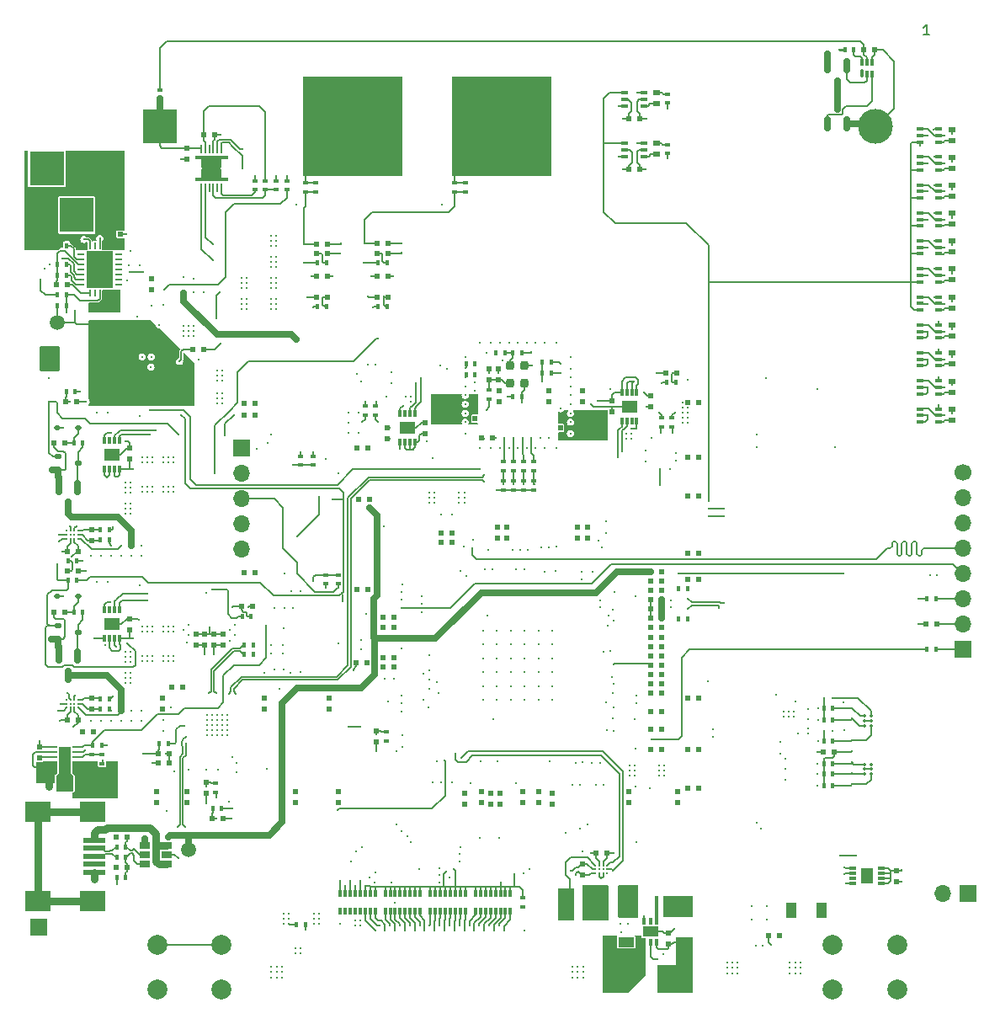
<source format=gbr>
%TF.GenerationSoftware,KiCad,Pcbnew,8.0.5*%
%TF.CreationDate,2024-10-11T17:01:53-05:00*%
%TF.ProjectId,Thermal_Camera,54686572-6d61-46c5-9f43-616d6572612e,rev?*%
%TF.SameCoordinates,Original*%
%TF.FileFunction,Copper,L1,Top*%
%TF.FilePolarity,Positive*%
%FSLAX46Y46*%
G04 Gerber Fmt 4.6, Leading zero omitted, Abs format (unit mm)*
G04 Created by KiCad (PCBNEW 8.0.5) date 2024-10-11 17:01:53*
%MOMM*%
%LPD*%
G01*
G04 APERTURE LIST*
G04 Aperture macros list*
%AMRoundRect*
0 Rectangle with rounded corners*
0 $1 Rounding radius*
0 $2 $3 $4 $5 $6 $7 $8 $9 X,Y pos of 4 corners*
0 Add a 4 corners polygon primitive as box body*
4,1,4,$2,$3,$4,$5,$6,$7,$8,$9,$2,$3,0*
0 Add four circle primitives for the rounded corners*
1,1,$1+$1,$2,$3*
1,1,$1+$1,$4,$5*
1,1,$1+$1,$6,$7*
1,1,$1+$1,$8,$9*
0 Add four rect primitives between the rounded corners*
20,1,$1+$1,$2,$3,$4,$5,0*
20,1,$1+$1,$4,$5,$6,$7,0*
20,1,$1+$1,$6,$7,$8,$9,0*
20,1,$1+$1,$8,$9,$2,$3,0*%
G04 Aperture macros list end*
%ADD10C,0.150000*%
%TA.AperFunction,NonConductor*%
%ADD11C,0.150000*%
%TD*%
%TA.AperFunction,SMDPad,CuDef*%
%ADD12R,0.600000X0.500000*%
%TD*%
%TA.AperFunction,SMDPad,CuDef*%
%ADD13R,0.700000X0.600000*%
%TD*%
%TA.AperFunction,SMDPad,CuDef*%
%ADD14R,0.500000X0.600000*%
%TD*%
%TA.AperFunction,SMDPad,CuDef*%
%ADD15C,1.500000*%
%TD*%
%TA.AperFunction,SMDPad,CuDef*%
%ADD16R,0.400000X0.600000*%
%TD*%
%TA.AperFunction,SMDPad,CuDef*%
%ADD17R,0.600000X0.400000*%
%TD*%
%TA.AperFunction,SMDPad,CuDef*%
%ADD18RoundRect,0.100000X-0.225000X-0.100000X0.225000X-0.100000X0.225000X0.100000X-0.225000X0.100000X0*%
%TD*%
%TA.AperFunction,SMDPad,CuDef*%
%ADD19R,1.060000X0.650000*%
%TD*%
%TA.AperFunction,SMDPad,CuDef*%
%ADD20R,0.800000X3.200000*%
%TD*%
%TA.AperFunction,SMDPad,CuDef*%
%ADD21RoundRect,0.200000X0.200000X0.250000X-0.200000X0.250000X-0.200000X-0.250000X0.200000X-0.250000X0*%
%TD*%
%TA.AperFunction,SMDPad,CuDef*%
%ADD22RoundRect,0.070000X-0.070000X-0.355000X0.070000X-0.355000X0.070000X0.355000X-0.070000X0.355000X0*%
%TD*%
%TA.AperFunction,SMDPad,CuDef*%
%ADD23RoundRect,0.070000X-0.070000X-0.305000X0.070000X-0.305000X0.070000X0.305000X-0.070000X0.305000X0*%
%TD*%
%TA.AperFunction,SMDPad,CuDef*%
%ADD24RoundRect,0.250000X0.787500X1.025000X-0.787500X1.025000X-0.787500X-1.025000X0.787500X-1.025000X0*%
%TD*%
%TA.AperFunction,SMDPad,CuDef*%
%ADD25R,0.300000X0.750000*%
%TD*%
%TA.AperFunction,SMDPad,CuDef*%
%ADD26R,1.500000X1.300000*%
%TD*%
%TA.AperFunction,SMDPad,CuDef*%
%ADD27RoundRect,0.150000X-0.150000X0.587500X-0.150000X-0.587500X0.150000X-0.587500X0.150000X0.587500X0*%
%TD*%
%TA.AperFunction,SMDPad,CuDef*%
%ADD28R,1.000000X1.600000*%
%TD*%
%TA.AperFunction,ComponentPad*%
%ADD29R,3.500000X3.500000*%
%TD*%
%TA.AperFunction,SMDPad,CuDef*%
%ADD30R,0.700000X0.250000*%
%TD*%
%TA.AperFunction,SMDPad,CuDef*%
%ADD31R,0.250000X0.700000*%
%TD*%
%TA.AperFunction,SMDPad,CuDef*%
%ADD32R,1.325000X1.825000*%
%TD*%
%TA.AperFunction,SMDPad,CuDef*%
%ADD33R,0.300000X0.800000*%
%TD*%
%TA.AperFunction,SMDPad,CuDef*%
%ADD34RoundRect,0.112500X-0.237500X0.112500X-0.237500X-0.112500X0.237500X-0.112500X0.237500X0.112500X0*%
%TD*%
%TA.AperFunction,ComponentPad*%
%ADD35C,2.000000*%
%TD*%
%TA.AperFunction,SMDPad,CuDef*%
%ADD36RoundRect,0.112500X0.187500X0.112500X-0.187500X0.112500X-0.187500X-0.112500X0.187500X-0.112500X0*%
%TD*%
%TA.AperFunction,SMDPad,CuDef*%
%ADD37R,0.200000X0.200000*%
%TD*%
%TA.AperFunction,SMDPad,CuDef*%
%ADD38O,0.200000X0.850000*%
%TD*%
%TA.AperFunction,SMDPad,CuDef*%
%ADD39R,0.575000X0.400000*%
%TD*%
%TA.AperFunction,SMDPad,CuDef*%
%ADD40R,0.675000X0.400000*%
%TD*%
%TA.AperFunction,SMDPad,CuDef*%
%ADD41R,0.975000X1.300000*%
%TD*%
%TA.AperFunction,SMDPad,CuDef*%
%ADD42R,1.950000X2.600000*%
%TD*%
%TA.AperFunction,SMDPad,CuDef*%
%ADD43R,10.000000X10.000000*%
%TD*%
%TA.AperFunction,SMDPad,CuDef*%
%ADD44R,2.300000X0.500000*%
%TD*%
%TA.AperFunction,SMDPad,CuDef*%
%ADD45R,2.500000X2.000000*%
%TD*%
%TA.AperFunction,SMDPad,CuDef*%
%ADD46C,0.265000*%
%TD*%
%TA.AperFunction,SMDPad,CuDef*%
%ADD47R,3.200000X0.800000*%
%TD*%
%TA.AperFunction,SMDPad,CuDef*%
%ADD48R,0.350000X0.650000*%
%TD*%
%TA.AperFunction,SMDPad,CuDef*%
%ADD49R,1.600000X1.000000*%
%TD*%
%TA.AperFunction,ComponentPad*%
%ADD50R,1.700000X1.700000*%
%TD*%
%TA.AperFunction,ComponentPad*%
%ADD51O,1.700000X1.700000*%
%TD*%
%TA.AperFunction,SMDPad,CuDef*%
%ADD52RoundRect,0.062500X0.350000X0.062500X-0.350000X0.062500X-0.350000X-0.062500X0.350000X-0.062500X0*%
%TD*%
%TA.AperFunction,HeatsinkPad*%
%ADD53R,1.200000X2.000000*%
%TD*%
%TA.AperFunction,SMDPad,CuDef*%
%ADD54RoundRect,0.150000X0.150000X-0.587500X0.150000X0.587500X-0.150000X0.587500X-0.150000X-0.587500X0*%
%TD*%
%TA.AperFunction,ComponentPad*%
%ADD55C,1.700000*%
%TD*%
%TA.AperFunction,SMDPad,CuDef*%
%ADD56RoundRect,0.125000X-0.125000X0.125000X-0.125000X-0.125000X0.125000X-0.125000X0.125000X0.125000X0*%
%TD*%
%TA.AperFunction,SMDPad,CuDef*%
%ADD57R,1.903000X2.790000*%
%TD*%
%TA.AperFunction,SMDPad,CuDef*%
%ADD58RoundRect,0.067500X-0.097500X-0.067500X0.097500X-0.067500X0.097500X0.067500X-0.097500X0.067500X0*%
%TD*%
%TA.AperFunction,SMDPad,CuDef*%
%ADD59R,0.750000X0.300000*%
%TD*%
%TA.AperFunction,SMDPad,CuDef*%
%ADD60R,1.300000X1.500000*%
%TD*%
%TA.AperFunction,ComponentPad*%
%ADD61C,3.500000*%
%TD*%
%TA.AperFunction,ViaPad*%
%ADD62C,0.300000*%
%TD*%
%TA.AperFunction,Conductor*%
%ADD63C,0.127000*%
%TD*%
%TA.AperFunction,Conductor*%
%ADD64C,0.169418*%
%TD*%
%TA.AperFunction,Conductor*%
%ADD65C,0.635000*%
%TD*%
%TA.AperFunction,Conductor*%
%ADD66C,0.254000*%
%TD*%
%TA.AperFunction,Conductor*%
%ADD67C,0.762000*%
%TD*%
%TA.AperFunction,Conductor*%
%ADD68C,0.200000*%
%TD*%
%TA.AperFunction,Conductor*%
%ADD69C,0.168910*%
%TD*%
G04 APERTURE END LIST*
D10*
D11*
X260368439Y-43811819D02*
X259797011Y-43811819D01*
X260082725Y-43811819D02*
X260082725Y-42811819D01*
X260082725Y-42811819D02*
X259987487Y-42954676D01*
X259987487Y-42954676D02*
X259892249Y-43049914D01*
X259892249Y-43049914D02*
X259797011Y-43097533D01*
D12*
%TO.P,C1414,1*%
%TO.N,Net-(J1401--)*%
X254851700Y-45344300D03*
%TO.P,C1414,2*%
%TO.N,Net-(U1403-BAT)*%
X253751700Y-45344300D03*
%TD*%
D13*
%TO.P,D2702,1,K*%
%TO.N,Net-(D2702-K)*%
X262646200Y-57250000D03*
%TO.P,D2702,2,A*%
%TO.N,Net-(D2702-A)*%
X262646200Y-56150000D03*
%TD*%
D12*
%TO.P,C202,1*%
%TO.N,+12Vin*%
X177885000Y-63855600D03*
%TO.P,C202,2*%
%TO.N,GND*%
X178985000Y-63855600D03*
%TD*%
D14*
%TO.P,C1202,1*%
%TO.N,VCOM*%
X234130800Y-135220800D03*
%TO.P,C1202,2*%
%TO.N,GND*%
X234130800Y-134120800D03*
%TD*%
D15*
%TO.P,TP2601,1,TP*%
%TO.N,+3.3V_USB*%
X177384100Y-119527300D03*
%TD*%
D16*
%TO.P,R1414,1,1*%
%TO.N,Net-(U1403-V-)*%
X252770500Y-45344300D03*
%TO.P,R1414,2,2*%
%TO.N,GND*%
X251870500Y-45344300D03*
%TD*%
D17*
%TO.P,TH1401,1*%
%TO.N,Net-(U1401-BIN)*%
X194665600Y-59378000D03*
%TO.P,TH1401,2*%
%TO.N,GND*%
X194665600Y-58478000D03*
%TD*%
D13*
%TO.P,D2803,1,K*%
%TO.N,Net-(D2803-K)*%
X262646200Y-79729000D03*
%TO.P,D2803,2,A*%
%TO.N,Net-(D2803-A)*%
X262646200Y-78629000D03*
%TD*%
D17*
%TO.P,R2023,1,1*%
%TO.N,+3.0V*%
X199669400Y-98102000D03*
%TO.P,R2023,2,2*%
%TO.N,FLASH_SPI_SCK*%
X199669400Y-99002000D03*
%TD*%
D14*
%TO.P,C1752,1*%
%TO.N,+3.0V*%
X216230200Y-120074600D03*
%TO.P,C1752,2*%
%TO.N,GND*%
X216230200Y-121174600D03*
%TD*%
D17*
%TO.P,R2411,1,1*%
%TO.N,Net-(U2401-SPI_MISO)*%
X219576200Y-86722800D03*
%TO.P,R2411,2,2*%
%TO.N,FLIR_VOSPI_MISO*%
X219576200Y-87622800D03*
%TD*%
D12*
%TO.P,C1502,1*%
%TO.N,+3.0V*%
X261115000Y-103079800D03*
%TO.P,C1502,2*%
%TO.N,GND*%
X260015000Y-103079800D03*
%TD*%
D14*
%TO.P,C1301,1*%
%TO.N,VLED_SNS+*%
X225475800Y-128261200D03*
%TO.P,C1301,2*%
%TO.N,VLED_SNS-*%
X225475800Y-127161200D03*
%TD*%
D17*
%TO.P,R2604,1,1*%
%TO.N,+3.3V_USB*%
X176114100Y-117081700D03*
%TO.P,R2604,2,2*%
%TO.N,Net-(U2601-FB)*%
X176114100Y-116181700D03*
%TD*%
D14*
%TO.P,C3127,1*%
%TO.N,+1.8V*%
X217144600Y-80712400D03*
%TO.P,C3127,2*%
%TO.N,GND*%
X217144600Y-79612400D03*
%TD*%
D18*
%TO.P,U2802,1,VCC*%
%TO.N,+3.0V*%
X259410200Y-75797900D03*
%TO.P,U2802,2,GND*%
%TO.N,GND*%
X259410200Y-76447900D03*
%TO.P,U2802,3,GND*%
X259410200Y-77097900D03*
%TO.P,U2802,4*%
%TO.N,Net-(D2802-K)*%
X261310200Y-77097900D03*
%TO.P,U2802,5,VCC*%
%TO.N,+3.0V*%
X261310200Y-76447900D03*
%TO.P,U2802,6*%
%TO.N,Error_LED*%
X261310200Y-75797900D03*
%TD*%
D12*
%TO.P,C2708,1*%
%TO.N,+3.0V*%
X231243000Y-52225300D03*
%TO.P,C2708,2*%
%TO.N,GND*%
X230143000Y-52225300D03*
%TD*%
%TO.P,C1755,1*%
%TO.N,+1.8V*%
X232368000Y-110007400D03*
%TO.P,C1755,2*%
%TO.N,GND*%
X233468000Y-110007400D03*
%TD*%
D14*
%TO.P,C3101,1*%
%TO.N,VCOM*%
X182168800Y-69460200D03*
%TO.P,C3101,2*%
%TO.N,GND*%
X182168800Y-68360200D03*
%TD*%
D12*
%TO.P,C603,1*%
%TO.N,Net-(D601-K)*%
X173422400Y-101836000D03*
%TO.P,C603,2*%
%TO.N,GND*%
X172322400Y-101836000D03*
%TD*%
D19*
%TO.P,U2602,1,EN*%
%TO.N,Net-(J2601-VBUS)*%
X183675200Y-127188000D03*
%TO.P,U2602,2,GND*%
%TO.N,GND*%
X183675200Y-126238000D03*
%TO.P,U2602,3,IN*%
%TO.N,Net-(J2601-VBUS)*%
X183675200Y-125288000D03*
%TO.P,U2602,4,OUT*%
%TO.N,+5V_USB*%
X181475200Y-125288000D03*
%TO.P,U2602,5,D2*%
%TO.N,UFP_USB_D-*%
X181475200Y-126238000D03*
%TO.P,U2602,6,D1*%
%TO.N,UFP_USB_D+*%
X181475200Y-127188000D03*
%TD*%
D14*
%TO.P,C1731,1*%
%TO.N,+1.8V*%
X217170000Y-120074600D03*
%TO.P,C1731,2*%
%TO.N,GND*%
X217170000Y-121174600D03*
%TD*%
D16*
%TO.P,R1003,1,1*%
%TO.N,POS1P2_PGOOD*%
X233966600Y-78779600D03*
%TO.P,R1003,2,2*%
%TO.N,GND*%
X234866600Y-78779600D03*
%TD*%
D14*
%TO.P,C3112,1*%
%TO.N,VCOM*%
X219506800Y-120971400D03*
%TO.P,C3112,2*%
%TO.N,+1.8V*%
X219506800Y-119871400D03*
%TD*%
D20*
%TO.P,R1205,1,1*%
%TO.N,Net-(D1201-K)*%
X225844000Y-131241800D03*
%TO.P,R1205,2,2*%
%TO.N,BACKLIGHT_ANODE*%
X224244000Y-131241800D03*
%TD*%
D16*
%TO.P,R2017,1,1*%
%TO.N,+3.0V_SD*%
X249765400Y-118160800D03*
%TO.P,R2017,2,2*%
%TO.N,Net-(D2002B-K2)*%
X250665400Y-118160800D03*
%TD*%
D18*
%TO.P,U2701,1,VCC*%
%TO.N,+3.0V*%
X259410200Y-53299600D03*
%TO.P,U2701,2,GND*%
%TO.N,GND*%
X259410200Y-53949600D03*
%TO.P,U2701,3*%
%TO.N,PGOOD_LED_SHDN*%
X259410200Y-54599600D03*
%TO.P,U2701,4*%
%TO.N,Net-(D2701-K)*%
X261310200Y-54599600D03*
%TO.P,U2701,5,VCC*%
%TO.N,+3.0V*%
X261310200Y-53949600D03*
%TO.P,U2701,6*%
%TO.N,POS12_PGOOD*%
X261310200Y-53299600D03*
%TD*%
D21*
%TO.P,X2401,1,Tri-State*%
%TO.N,FLIR_CLK_EN*%
X219640800Y-78879000D03*
%TO.P,X2401,2,GND*%
%TO.N,GND*%
X219640800Y-77029000D03*
%TO.P,X2401,3,OUT*%
%TO.N,Net-(X2401-OUT)*%
X218190800Y-77029000D03*
%TO.P,X2401,4,VDD*%
%TO.N,Net-(X2401-VDD)*%
X218190800Y-78879000D03*
%TD*%
D14*
%TO.P,C3114,1*%
%TO.N,VCOM*%
X230174800Y-120971400D03*
%TO.P,C3114,2*%
%TO.N,+1.8V*%
X230174800Y-119871400D03*
%TD*%
D22*
%TO.P,U1403,1,NC*%
%TO.N,unconnected-(U1403-NC-Pad1)*%
X253579000Y-47701800D03*
D23*
%TO.P,U1403,2,Cout*%
%TO.N,Net-(Q1402-G)*%
X254079000Y-47751800D03*
%TO.P,U1403,3,Dout*%
%TO.N,Net-(Q1401-G)*%
X254579000Y-47751800D03*
%TO.P,U1403,4,VSS*%
%TO.N,Net-(J1401--)*%
X254579000Y-46601800D03*
%TO.P,U1403,5,BAT*%
%TO.N,Net-(U1403-BAT)*%
X254079000Y-46601800D03*
%TO.P,U1403,6,V-*%
%TO.N,Net-(U1403-V-)*%
X253579000Y-46601800D03*
%TD*%
D17*
%TO.P,R2413,1,1*%
%TO.N,Net-(U2401-~{SPI_CS})*%
X217518800Y-86722800D03*
%TO.P,R2413,2,2*%
%TO.N,~{FLIR_VOSPI_CS}*%
X217518800Y-87622800D03*
%TD*%
D16*
%TO.P,R2406,1,1*%
%TO.N,~{FLIR_PWR_DWN}*%
X214692200Y-77979400D03*
%TO.P,R2406,2,2*%
%TO.N,GND*%
X213792200Y-77979400D03*
%TD*%
D12*
%TO.P,C1741,1*%
%TO.N,+1.8V*%
X232368000Y-101549200D03*
%TO.P,C1741,2*%
%TO.N,GND*%
X233468000Y-101549200D03*
%TD*%
D14*
%TO.P,C3109,1*%
%TO.N,VCOM*%
X185699400Y-120971400D03*
%TO.P,C3109,2*%
%TO.N,+1.8V*%
X185699400Y-119871400D03*
%TD*%
D12*
%TO.P,C1405,1*%
%TO.N,Net-(U1402-BST)*%
X186292400Y-75438000D03*
%TO.P,C1405,2*%
%TO.N,Net-(C1405-Pad2)*%
X187392400Y-75438000D03*
%TD*%
D16*
%TO.P,R605,1,1*%
%TO.N,POS1P8_SNS+*%
X177019800Y-110548200D03*
%TO.P,R605,2,2*%
%TO.N,Net-(C607-Pad1)*%
X177919800Y-110548200D03*
%TD*%
D12*
%TO.P,C3123,1*%
%TO.N,+1.8V*%
X236076400Y-86258400D03*
%TO.P,C3123,2*%
%TO.N,GND*%
X237176400Y-86258400D03*
%TD*%
D15*
%TO.P,TP203,1,TP*%
%TO.N,+12V*%
X172694600Y-72745600D03*
%TD*%
D12*
%TO.P,C2904,1*%
%TO.N,+3.0V*%
X199863800Y-65760600D03*
%TO.P,C2904,2*%
%TO.N,GND*%
X198763800Y-65760600D03*
%TD*%
D13*
%TO.P,D2703,1,K*%
%TO.N,Net-(D2703-K)*%
X262646200Y-60056100D03*
%TO.P,D2703,2,A*%
%TO.N,Net-(D2703-A)*%
X262646200Y-58956100D03*
%TD*%
D14*
%TO.P,C3126,1*%
%TO.N,+1.8V*%
X222072200Y-80737800D03*
%TO.P,C3126,2*%
%TO.N,GND*%
X222072200Y-79637800D03*
%TD*%
D24*
%TO.P,C203,1*%
%TO.N,+12V*%
X178121400Y-76380700D03*
%TO.P,C203,2*%
%TO.N,GND*%
X171896400Y-76380700D03*
%TD*%
D12*
%TO.P,C1742,1*%
%TO.N,+1.8V*%
X232368000Y-106248200D03*
%TO.P,C1742,2*%
%TO.N,GND*%
X233468000Y-106248200D03*
%TD*%
%TO.P,C1764,1*%
%TO.N,+3.0VA_MZ*%
X211286000Y-94843600D03*
%TO.P,C1764,2*%
%TO.N,GNDA_MZ*%
X212386000Y-94843600D03*
%TD*%
D25*
%TO.P,U902,1,SDA*%
%TO.N,I2C_SDA*%
X208649000Y-81901600D03*
%TO.P,U902,2,SCL*%
%TO.N,I2C_SCL*%
X208149000Y-81901600D03*
%TO.P,U902,3,Alert*%
%TO.N,unconnected-(U902-Alert-Pad3)*%
X207649000Y-81901600D03*
%TO.P,U902,4,GND*%
%TO.N,GND*%
X207149000Y-81901600D03*
%TO.P,U902,5,A2*%
X207149000Y-84801600D03*
%TO.P,U902,6,A1*%
%TO.N,+3.0V*%
X207649000Y-84801600D03*
%TO.P,U902,7,A0*%
X208149000Y-84801600D03*
%TO.P,U902,8,V_{DD}*%
X208649000Y-84801600D03*
D26*
%TO.P,U902,9,EP/GND*%
%TO.N,GND*%
X207899000Y-83351600D03*
%TD*%
D18*
%TO.P,U2706,1,VCC*%
%TO.N,+3.0V*%
X259410200Y-67353000D03*
%TO.P,U2706,2,GND*%
%TO.N,GND*%
X259410200Y-68003000D03*
%TO.P,U2706,3*%
%TO.N,PGOOD_LED_SHDN*%
X259410200Y-68653000D03*
%TO.P,U2706,4*%
%TO.N,Net-(D2706-K)*%
X261310200Y-68653000D03*
%TO.P,U2706,5,VCC*%
%TO.N,+3.0V*%
X261310200Y-68003000D03*
%TO.P,U2706,6*%
%TO.N,POS2P8_PGOOD*%
X261310200Y-67353000D03*
%TD*%
D16*
%TO.P,R2014,1,1*%
%TO.N,+3.0V_SD*%
X249765400Y-112674400D03*
%TO.P,R2014,2,2*%
%TO.N,Net-(D2001B-K2)*%
X250665400Y-112674400D03*
%TD*%
%TO.P,R206,1,1*%
%TO.N,Net-(U201-ILIM)*%
X173601800Y-67970400D03*
%TO.P,R206,2,2*%
%TO.N,Net-(U201-RTN)*%
X172701800Y-67970400D03*
%TD*%
D27*
%TO.P,Q1402,1,G*%
%TO.N,Net-(Q1402-G)*%
X252057200Y-46950500D03*
%TO.P,Q1402,2,S*%
%TO.N,GND*%
X250157200Y-46950500D03*
%TO.P,Q1402,3,D*%
%TO.N,Net-(Q1401-D)*%
X251107200Y-48825500D03*
%TD*%
D14*
%TO.P,C2602,1*%
%TO.N,Net-(U2601-NR{slash}SS)*%
X170876900Y-116495900D03*
%TO.P,C2602,2*%
%TO.N,GND*%
X170876900Y-115395900D03*
%TD*%
D12*
%TO.P,C1754,1*%
%TO.N,+1.8V*%
X232368000Y-108127800D03*
%TO.P,C1754,2*%
%TO.N,GND*%
X233468000Y-108127800D03*
%TD*%
D13*
%TO.P,D2704,1,K*%
%TO.N,Net-(D2704-K)*%
X262646200Y-62875500D03*
%TO.P,D2704,2,A*%
%TO.N,Net-(D2704-A)*%
X262646200Y-61775500D03*
%TD*%
D28*
%TO.P,C2104,1*%
%TO.N,+3.0V*%
X246505600Y-131876800D03*
%TO.P,C2104,2*%
%TO.N,GND*%
X249505600Y-131876800D03*
%TD*%
D12*
%TO.P,C1761,1*%
%TO.N,+3.0VA_MZ*%
X211286000Y-93903800D03*
%TO.P,C1761,2*%
%TO.N,GNDA_MZ*%
X212386000Y-93903800D03*
%TD*%
D17*
%TO.P,R2904,1,1*%
%TO.N,Net-(SW2902-TP)*%
X197637400Y-58706600D03*
%TO.P,R2904,2,2*%
%TO.N,Net-(U2902-SNSK)*%
X197637400Y-59606600D03*
%TD*%
D18*
%TO.P,U2708,1*%
%TO.N,PGOOD_LED_SHDN*%
X229743000Y-49657000D03*
%TO.P,U2708,2,GND*%
%TO.N,GND*%
X229743000Y-50307000D03*
%TO.P,U2708,3,VCC*%
%TO.N,+3.0V*%
X229743000Y-50957000D03*
%TO.P,U2708,4*%
%TO.N,Net-(D2708-K)*%
X231643000Y-50957000D03*
%TO.P,U2708,5,VCC*%
%TO.N,+3.0V*%
X231643000Y-50307000D03*
%TO.P,U2708,6*%
%TO.N,~{BATT_FLT}*%
X231643000Y-49657000D03*
%TD*%
D29*
%TO.P,J201,1*%
%TO.N,+12Vin*%
X177602400Y-57242200D03*
%TO.P,J201,2*%
%TO.N,GND*%
X171602400Y-57242200D03*
%TO.P,J201,3*%
X174602400Y-61942200D03*
%TD*%
D14*
%TO.P,C2402,1*%
%TO.N,Net-(X2401-VDD)*%
X216121800Y-78504000D03*
%TO.P,C2402,2*%
%TO.N,GND*%
X216121800Y-77404000D03*
%TD*%
D12*
%TO.P,C702,1*%
%TO.N,+3.0V*%
X173643200Y-112725200D03*
%TO.P,C702,2*%
%TO.N,GND*%
X174743200Y-112725200D03*
%TD*%
D16*
%TO.P,R404,1,1*%
%TO.N,Net-(D401-K)*%
X174327400Y-84836000D03*
%TO.P,R404,2,2*%
%TO.N,Net-(Q401-D)*%
X175227400Y-84836000D03*
%TD*%
D12*
%TO.P,C2906,1*%
%TO.N,Net-(C2906-Pad1)*%
X199863800Y-68122800D03*
%TO.P,C2906,2*%
%TO.N,GND*%
X198763800Y-68122800D03*
%TD*%
D17*
%TO.P,R2407,1,1*%
%TO.N,+3.0V*%
X220617600Y-89578600D03*
%TO.P,R2407,2,2*%
%TO.N,FLIR_VOSPI_MOSI*%
X220617600Y-88678600D03*
%TD*%
D13*
%TO.P,D2705,1,K*%
%TO.N,Net-(D2705-K)*%
X262646200Y-65645300D03*
%TO.P,D2705,2,A*%
%TO.N,Net-(D2705-A)*%
X262646200Y-64545300D03*
%TD*%
D16*
%TO.P,R402,1,1*%
%TO.N,POS3P0_PGOOD*%
X174465400Y-79705200D03*
%TO.P,R402,2,2*%
%TO.N,GND*%
X173565400Y-79705200D03*
%TD*%
D14*
%TO.P,C503,1*%
%TO.N,+3.0V*%
X179960700Y-86492700D03*
%TO.P,C503,2*%
%TO.N,GND*%
X179960700Y-85392700D03*
%TD*%
D30*
%TO.P,U201,1,NC*%
%TO.N,unconnected-(U201-NC-Pad1)*%
X178836400Y-68911600D03*
%TO.P,U201,2,NC*%
%TO.N,unconnected-(U201-NC-Pad2)*%
X178836400Y-68411600D03*
%TO.P,U201,3,NC*%
%TO.N,unconnected-(U201-NC-Pad3)*%
X178836400Y-67911600D03*
%TO.P,U201,4,NC*%
%TO.N,unconnected-(U201-NC-Pad4)*%
X178836400Y-67411600D03*
%TO.P,U201,5,NC*%
%TO.N,unconnected-(U201-NC-Pad5)*%
X178836400Y-66911600D03*
%TO.P,U201,6,NC*%
%TO.N,unconnected-(U201-NC-Pad6)*%
X178836400Y-66411600D03*
%TO.P,U201,7,NC*%
%TO.N,unconnected-(U201-NC-Pad7)*%
X178836400Y-65911600D03*
D31*
%TO.P,U201,8,IN*%
%TO.N,+12Vin*%
X177936400Y-65011600D03*
%TO.P,U201,9,IN*%
X177436400Y-65011600D03*
%TO.P,U201,10,UVLO*%
%TO.N,Net-(U201-UVLO)*%
X176936400Y-65011600D03*
%TO.P,U201,11,NC*%
%TO.N,unconnected-(U201-NC-Pad11)*%
X176436400Y-65011600D03*
%TO.P,U201,12,OVP*%
%TO.N,Net-(U201-OVP)*%
X175936400Y-65011600D03*
D30*
%TO.P,U201,13,MODE*%
%TO.N,unconnected-(U201-MODE-Pad13)*%
X175036400Y-65911600D03*
%TO.P,U201,14,~{SHDN}*%
%TO.N,Net-(U201-~{SHDN})*%
X175036400Y-66411600D03*
%TO.P,U201,15,RTN*%
%TO.N,Net-(U201-RTN)*%
X175036400Y-66911600D03*
%TO.P,U201,16,NC*%
%TO.N,unconnected-(U201-NC-Pad16)*%
X175036400Y-67411600D03*
%TO.P,U201,17,GND*%
%TO.N,GND*%
X175036400Y-67911600D03*
%TO.P,U201,18,IMON*%
%TO.N,Net-(U201-IMON)*%
X175036400Y-68411600D03*
%TO.P,U201,19,ILIM*%
%TO.N,Net-(U201-ILIM)*%
X175036400Y-68911600D03*
D31*
%TO.P,U201,20,dVdT*%
%TO.N,Net-(U201-dVdT)*%
X175936400Y-69811600D03*
%TO.P,U201,21,NC*%
%TO.N,unconnected-(U201-NC-Pad21)*%
X176436400Y-69811600D03*
%TO.P,U201,22,~{FLT}*%
%TO.N,POS12_PGOOD*%
X176936400Y-69811600D03*
%TO.P,U201,23,OUT*%
%TO.N,Net-(R205-Pad2)*%
X177436400Y-69811600D03*
%TO.P,U201,24,OUT*%
X177936400Y-69811600D03*
D32*
%TO.P,U201,25,RTN_PAD*%
%TO.N,Net-(U201-RTN)*%
X177598900Y-68324100D03*
X177598900Y-66499100D03*
X176273900Y-68324100D03*
X176273900Y-66499100D03*
%TD*%
D12*
%TO.P,C3124,1*%
%TO.N,+1.8V*%
X236051000Y-80797400D03*
%TO.P,C3124,2*%
%TO.N,GND*%
X237151000Y-80797400D03*
%TD*%
%TO.P,C1001,1*%
%TO.N,+3.0V*%
X233866600Y-77814400D03*
%TO.P,C1001,2*%
%TO.N,GND*%
X234966600Y-77814400D03*
%TD*%
%TO.P,C3129,1*%
%TO.N,+1.8V*%
X204080200Y-90500200D03*
%TO.P,C3129,2*%
%TO.N,GND*%
X202980200Y-90500200D03*
%TD*%
D16*
%TO.P,L1501,1*%
%TO.N,~{PIC32MZ_MCLR}*%
X260115000Y-105619800D03*
%TO.P,L1501,2*%
%TO.N,Net-(D1501B-K2)*%
X261015000Y-105619800D03*
%TD*%
D12*
%TO.P,C1732,1*%
%TO.N,+3.3V_USB_MZ*%
X232368000Y-98704400D03*
%TO.P,C1732,2*%
%TO.N,GND*%
X233468000Y-98704400D03*
%TD*%
D14*
%TO.P,C1703,1*%
%TO.N,+1.8V*%
X216941400Y-94453800D03*
%TO.P,C1703,2*%
%TO.N,GND*%
X216941400Y-93353800D03*
%TD*%
D33*
%TO.P,RN2103,1,R1.1*%
%TO.N,GND*%
X209147800Y-130112000D03*
%TO.P,RN2103,2,R2.1*%
X208647800Y-130112000D03*
%TO.P,RN2103,3,R3.1*%
X208147800Y-130112000D03*
%TO.P,RN2103,4,R4.1*%
X207647800Y-130112000D03*
%TO.P,RN2103,5,R5.1*%
X207147800Y-130112000D03*
%TO.P,RN2103,6,R6.1*%
X206647800Y-130112000D03*
%TO.P,RN2103,7,R7.1*%
X206147800Y-130112000D03*
%TO.P,RN2103,8,R8.1*%
X205647800Y-130112000D03*
%TO.P,RN2103,9,R8.2*%
%TO.N,GLCD_R7*%
X205647800Y-131912000D03*
%TO.P,RN2103,10,R7.2*%
%TO.N,GLCD_R6*%
X206147800Y-131912000D03*
%TO.P,RN2103,11,R6.2*%
%TO.N,GLCD_R5*%
X206647800Y-131912000D03*
%TO.P,RN2103,12,R5.2*%
%TO.N,GLCD_R4*%
X207147800Y-131912000D03*
%TO.P,RN2103,13,R4.2*%
%TO.N,GLCD_R3*%
X207647800Y-131912000D03*
%TO.P,RN2103,14,R3.2*%
%TO.N,GLCD_R2*%
X208147800Y-131912000D03*
%TO.P,RN2103,15,R2.2*%
%TO.N,GLCD_R1*%
X208647800Y-131912000D03*
%TO.P,RN2103,16,R1.2*%
%TO.N,GLCD_R0*%
X209147800Y-131912000D03*
%TD*%
D16*
%TO.P,R601,1,1*%
%TO.N,POS3P0_PGOOD*%
X174643200Y-98686400D03*
%TO.P,R601,2,2*%
%TO.N,POS1P8_RUN*%
X173743200Y-98686400D03*
%TD*%
D12*
%TO.P,C2601,1*%
%TO.N,+5V_USB*%
X171779500Y-118511300D03*
%TO.P,C2601,2*%
%TO.N,GND*%
X172879500Y-118511300D03*
%TD*%
%TO.P,C2501,1*%
%TO.N,Net-(U2502-CT)*%
X182838000Y-117043200D03*
%TO.P,C2501,2*%
%TO.N,GND*%
X183938000Y-117043200D03*
%TD*%
D16*
%TO.P,R2905,1,1*%
%TO.N,Net-(U2901-OUT)*%
X204943200Y-66751200D03*
%TO.P,R2905,2,2*%
%TO.N,GND*%
X205843200Y-66751200D03*
%TD*%
D12*
%TO.P,C1718,1*%
%TO.N,+3.3V_USB_MZ*%
X232368000Y-99644200D03*
%TO.P,C1718,2*%
%TO.N,GND*%
X233468000Y-99644200D03*
%TD*%
D16*
%TO.P,R2415,1,1*%
%TO.N,Net-(X2401-OUT)*%
X217664000Y-75795000D03*
%TO.P,R2415,2,2*%
%TO.N,FLIR_CLK*%
X216764000Y-75795000D03*
%TD*%
%TO.P,R208,1,1*%
%TO.N,+12V*%
X172701800Y-71018400D03*
%TO.P,R208,2,2*%
%TO.N,POS12_PGOOD*%
X173601800Y-71018400D03*
%TD*%
D34*
%TO.P,Q601,1,G*%
%TO.N,POS1P8_RUN*%
X172761400Y-103243400D03*
%TO.P,Q601,2,S*%
%TO.N,GND*%
X172761400Y-104543400D03*
%TO.P,Q601,3,D*%
%TO.N,Net-(Q601-D)*%
X174761400Y-103893400D03*
%TD*%
D35*
%TO.P,SW1501,1,1*%
%TO.N,+3.0V*%
X257173800Y-139816400D03*
X250673800Y-139816400D03*
%TO.P,SW1501,2,2*%
%TO.N,Net-(J1502-Pin_2)*%
X257173800Y-135316400D03*
X250673800Y-135316400D03*
%TD*%
D36*
%TO.P,D601,1,K*%
%TO.N,Net-(D601-K)*%
X174743900Y-100286600D03*
%TO.P,D601,2,A*%
%TO.N,+3.0V*%
X172643900Y-100286600D03*
%TD*%
D18*
%TO.P,U2801,1,VCC*%
%TO.N,+3.0V*%
X259410200Y-72991800D03*
%TO.P,U2801,2,GND*%
%TO.N,GND*%
X259410200Y-73641800D03*
%TO.P,U2801,3,GND*%
X259410200Y-74291800D03*
%TO.P,U2801,4*%
%TO.N,Net-(D2801-K)*%
X261310200Y-74291800D03*
%TO.P,U2801,5,VCC*%
%TO.N,+3.0V*%
X261310200Y-73641800D03*
%TO.P,U2801,6*%
%TO.N,Heartbeat_LED*%
X261310200Y-72991800D03*
%TD*%
D14*
%TO.P,C1713,1*%
%TO.N,+3.0V*%
X225018600Y-94453800D03*
%TO.P,C1713,2*%
%TO.N,GND*%
X225018600Y-93353800D03*
%TD*%
D28*
%TO.P,C1203,1*%
%TO.N,Net-(D1201-K)*%
X227576200Y-130124200D03*
%TO.P,C1203,2*%
%TO.N,Net-(C1203-Pad2)*%
X230576200Y-130124200D03*
%TD*%
D14*
%TO.P,C3111,1*%
%TO.N,VCOM*%
X200914000Y-120971400D03*
%TO.P,C3111,2*%
%TO.N,+1.8V*%
X200914000Y-119871400D03*
%TD*%
D12*
%TO.P,C2901,1*%
%TO.N,Net-(U2901-SNS)*%
X205943200Y-64820800D03*
%TO.P,C2901,2*%
%TO.N,Net-(U2901-SNSK)*%
X204843200Y-64820800D03*
%TD*%
D17*
%TO.P,R2021,1,1*%
%TO.N,+3.0V*%
X198374000Y-87064000D03*
%TO.P,R2021,2,2*%
%TO.N,FLASH_SPI_MISO*%
X198374000Y-86164000D03*
%TD*%
D12*
%TO.P,C3103,1*%
%TO.N,VCOM*%
X191448600Y-97917000D03*
%TO.P,C3103,2*%
%TO.N,GND*%
X192548600Y-97917000D03*
%TD*%
D16*
%TO.P,R2019,1,1*%
%TO.N,+3.0V_SD*%
X249765400Y-119278400D03*
%TO.P,R2019,2,2*%
%TO.N,Net-(D2002C-K3)*%
X250665400Y-119278400D03*
%TD*%
D18*
%TO.P,U2702,1,VCC*%
%TO.N,+3.0V*%
X259410200Y-56100800D03*
%TO.P,U2702,2,GND*%
%TO.N,GND*%
X259410200Y-56750800D03*
%TO.P,U2702,3*%
%TO.N,PGOOD_LED_SHDN*%
X259410200Y-57400800D03*
%TO.P,U2702,4*%
%TO.N,Net-(D2702-K)*%
X261310200Y-57400800D03*
%TO.P,U2702,5,VCC*%
%TO.N,+3.0V*%
X261310200Y-56750800D03*
%TO.P,U2702,6*%
%TO.N,POS1P8_PGOOD*%
X261310200Y-56100800D03*
%TD*%
D12*
%TO.P,C2902,1*%
%TO.N,Net-(U2902-SNS)*%
X199863800Y-64846200D03*
%TO.P,C2902,2*%
%TO.N,Net-(U2902-SNSK)*%
X198763800Y-64846200D03*
%TD*%
D14*
%TO.P,C1601,1*%
%TO.N,+3.0V*%
X204786900Y-114926200D03*
%TO.P,C1601,2*%
%TO.N,GND*%
X204786900Y-113826200D03*
%TD*%
D37*
%TO.P,U1401,1,SDA*%
%TO.N,I2C_SDA*%
X189163200Y-54951600D03*
D38*
X189163200Y-55276600D03*
D37*
%TO.P,U1401,2,SCL*%
%TO.N,I2C_SCL*%
X188763200Y-54951600D03*
D38*
X188763200Y-55276600D03*
D37*
%TO.P,U1401,3,V_{SS}*%
%TO.N,GND*%
X188363200Y-54951600D03*
D38*
X188363200Y-55276600D03*
D37*
%TO.P,U1401,4,NC*%
%TO.N,unconnected-(U1401-NC-Pad4)_1*%
X187963200Y-54951600D03*
D38*
%TO.N,unconnected-(U1401-NC-Pad4)*%
X187963200Y-55276600D03*
D37*
%TO.P,U1401,5,V_{DD}*%
%TO.N,Net-(U1401-V_{DD})*%
X187563200Y-54951600D03*
D38*
X187563200Y-55276600D03*
D37*
%TO.P,U1401,6,BAT*%
%TO.N,VBAT*%
X187163200Y-54951600D03*
D38*
X187163200Y-55276600D03*
%TO.P,U1401,7,SRN*%
%TO.N,BATT_SNS-*%
X187163200Y-59226600D03*
D37*
X187163200Y-59551600D03*
D38*
%TO.P,U1401,8,SRP*%
%TO.N,VBAT*%
X187563200Y-59226600D03*
D37*
X187563200Y-59551600D03*
D38*
%TO.P,U1401,9,NC*%
%TO.N,unconnected-(U1401-NC-Pad9)*%
X187963200Y-59226600D03*
D37*
%TO.N,unconnected-(U1401-NC-Pad9)_1*%
X187963200Y-59551600D03*
D38*
%TO.P,U1401,10,BIN*%
%TO.N,Net-(U1401-BIN)*%
X188363200Y-59226600D03*
D37*
X188363200Y-59551600D03*
D38*
%TO.P,U1401,11,NC*%
%TO.N,unconnected-(U1401-NC-Pad11)*%
X188763200Y-59226600D03*
D37*
%TO.N,unconnected-(U1401-NC-Pad11)_1*%
X188763200Y-59551600D03*
D38*
%TO.P,U1401,12,GPOUT*%
%TO.N,BATT_LOWBAT*%
X189163200Y-59226600D03*
D37*
X189163200Y-59551600D03*
D39*
%TO.P,U1401,13,PAD*%
%TO.N,GND*%
X189528200Y-56151600D03*
D40*
X189475700Y-56151600D03*
X186850700Y-56151600D03*
D39*
X186798200Y-56151600D03*
D41*
X188650700Y-56601600D03*
X187675700Y-56601600D03*
D42*
X188163200Y-57251600D03*
D41*
X188650700Y-57901600D03*
X187675700Y-57901600D03*
D39*
X189528200Y-58351600D03*
D40*
X189475700Y-58351600D03*
X186850700Y-58351600D03*
D39*
X186798200Y-58351600D03*
%TD*%
D43*
%TO.P,SW2902,1,TP*%
%TO.N,Net-(SW2902-TP)*%
X202362400Y-53035200D03*
%TD*%
D14*
%TO.P,C1751,1*%
%TO.N,+3.0V*%
X213639400Y-120074600D03*
%TO.P,C1751,2*%
%TO.N,GND*%
X213639400Y-121174600D03*
%TD*%
%TO.P,C3132,1*%
%TO.N,+1.8V*%
X193446400Y-111598800D03*
%TO.P,C3132,2*%
%TO.N,GND*%
X193446400Y-110498800D03*
%TD*%
%TO.P,C3116,1*%
%TO.N,VCOM*%
X215290400Y-120971400D03*
%TO.P,C3116,2*%
%TO.N,+1.8V*%
X215290400Y-119871400D03*
%TD*%
D16*
%TO.P,R2205,1,1*%
%TO.N,BRIDGE_USB_D+*%
X191447000Y-106095800D03*
%TO.P,R2205,2,2*%
%TO.N,GND*%
X192347000Y-106095800D03*
%TD*%
%TO.P,R2206,1,1*%
%TO.N,BRIDGE_USB_D-*%
X191447000Y-105156000D03*
%TO.P,R2206,2,2*%
%TO.N,GND*%
X192347000Y-105156000D03*
%TD*%
D14*
%TO.P,C803,1*%
%TO.N,Net-(U801-NR{slash}SS)*%
X205808300Y-83357500D03*
%TO.P,C803,2*%
%TO.N,GND*%
X205808300Y-84457500D03*
%TD*%
%TO.P,C2401,1*%
%TO.N,Net-(X2401-VDD)*%
X217036200Y-78504000D03*
%TO.P,C2401,2*%
%TO.N,GND*%
X217036200Y-77404000D03*
%TD*%
D17*
%TO.P,R803,1,1*%
%TO.N,POS2P8_SNS+*%
X203608100Y-81138100D03*
%TO.P,R803,2,2*%
%TO.N,+3.0V*%
X203608100Y-82038100D03*
%TD*%
%TO.P,R2405,1,1*%
%TO.N,+3.0V*%
X219576200Y-89578600D03*
%TO.P,R2405,2,2*%
%TO.N,FLIR_VOSPI_MISO*%
X219576200Y-88678600D03*
%TD*%
D12*
%TO.P,C1753,1*%
%TO.N,+1.8V*%
X232368000Y-102489000D03*
%TO.P,C1753,2*%
%TO.N,GND*%
X233468000Y-102489000D03*
%TD*%
D43*
%TO.P,SW2901,1,TP*%
%TO.N,Net-(SW2901-TP)*%
X217362400Y-53035200D03*
%TD*%
D14*
%TO.P,C1004,1*%
%TO.N,Net-(U1002-NR{slash}SS)*%
X232311700Y-81188100D03*
%TO.P,C1004,2*%
%TO.N,GND*%
X232311700Y-80088100D03*
%TD*%
D16*
%TO.P,R1703,1,1*%
%TO.N,PIC_USBHS_D+*%
X236085800Y-102539800D03*
%TO.P,R1703,2,2*%
%TO.N,GND*%
X235185800Y-102539800D03*
%TD*%
D12*
%TO.P,C1730,1*%
%TO.N,+1.8V*%
X232368000Y-105308400D03*
%TO.P,C1730,2*%
%TO.N,GND*%
X233468000Y-105308400D03*
%TD*%
D16*
%TO.P,R602,1,1*%
%TO.N,POS1P8_PGOOD*%
X174643200Y-96705200D03*
%TO.P,R602,2,2*%
%TO.N,GND*%
X173743200Y-96705200D03*
%TD*%
D14*
%TO.P,C701,1*%
%TO.N,POS1P8_SNS+*%
X176098200Y-110524200D03*
%TO.P,C701,2*%
%TO.N,POS1P8_SNS-*%
X176098200Y-111624200D03*
%TD*%
%TO.P,C3108,1*%
%TO.N,VCOM*%
X182651400Y-120971400D03*
%TO.P,C3108,2*%
%TO.N,+1.8V*%
X182651400Y-119871400D03*
%TD*%
D16*
%TO.P,R1202,1,1*%
%TO.N,BACKLIGHT_CATHODE*%
X232944200Y-131749800D03*
%TO.P,R1202,2,2*%
%TO.N,GND*%
X233844200Y-131749800D03*
%TD*%
D14*
%TO.P,C903,1*%
%TO.N,+3.0V*%
X209677000Y-83901600D03*
%TO.P,C903,2*%
%TO.N,GND*%
X209677000Y-82801600D03*
%TD*%
D12*
%TO.P,C2907,1*%
%TO.N,+3.0V*%
X204843200Y-70166900D03*
%TO.P,C2907,2*%
%TO.N,GND*%
X205943200Y-70166900D03*
%TD*%
%TO.P,C3121,1*%
%TO.N,+1.8V*%
X236076400Y-95910400D03*
%TO.P,C3121,2*%
%TO.N,GND*%
X237176400Y-95910400D03*
%TD*%
D16*
%TO.P,R1203,1,1*%
%TO.N,BACKLIGHT_CATHODE*%
X232944200Y-130683000D03*
%TO.P,R1203,2,2*%
%TO.N,GND*%
X233844200Y-130683000D03*
%TD*%
D17*
%TO.P,R1407,1,1*%
%TO.N,+3.0V*%
X192532000Y-58478000D03*
%TO.P,R1407,2,2*%
%TO.N,BATT_LOWBAT*%
X192532000Y-59378000D03*
%TD*%
D16*
%TO.P,R2602,1,1*%
%TO.N,/Upstream USB Port/UFP_USB_CONN_USB+*%
X178645400Y-126517400D03*
%TO.P,R2602,2,2*%
%TO.N,UFP_USB_D+*%
X179545400Y-126517400D03*
%TD*%
D17*
%TO.P,R1402,1,1*%
%TO.N,Net-(U1401-V_{DD})*%
X193598800Y-58478000D03*
%TO.P,R1402,2,2*%
%TO.N,Net-(U1401-BIN)*%
X193598800Y-59378000D03*
%TD*%
D12*
%TO.P,C1743,1*%
%TO.N,+1.8V*%
X232368000Y-111836200D03*
%TO.P,C1743,2*%
%TO.N,GND*%
X233468000Y-111836200D03*
%TD*%
D44*
%TO.P,J2601,1,VBUS*%
%TO.N,Net-(J2601-VBUS)*%
X176347800Y-124815800D03*
%TO.P,J2601,2,D-*%
%TO.N,/Upstream USB Port/UFP_USB_CONN_USB-*%
X176347800Y-125615800D03*
%TO.P,J2601,3,D+*%
%TO.N,/Upstream USB Port/UFP_USB_CONN_USB+*%
X176347800Y-126415800D03*
%TO.P,J2601,4,ID*%
%TO.N,unconnected-(J2601-ID-Pad4)*%
X176347800Y-127215800D03*
%TO.P,J2601,5,GND*%
%TO.N,GND*%
X176347800Y-128015800D03*
D45*
%TO.P,J2601,6,Shield*%
%TO.N,CHASSIS*%
X170747800Y-121965800D03*
X170747800Y-130865800D03*
X176247800Y-121965800D03*
X176247800Y-130865800D03*
%TD*%
D12*
%TO.P,C1727,1*%
%TO.N,+3.0V*%
X232368000Y-115646200D03*
%TO.P,C1727,2*%
%TO.N,GND*%
X233468000Y-115646200D03*
%TD*%
D46*
%TO.P,U1301,A1,SCL*%
%TO.N,I2C_SCL*%
X227980800Y-127311200D03*
%TO.P,U1301,A2,SDA*%
%TO.N,I2C_SDA*%
X227980800Y-127711200D03*
%TO.P,U1301,A3,~{Alert}*%
%TO.N,unconnected-(U1301-~{Alert}-PadA3)*%
X227980800Y-128111200D03*
%TO.P,U1301,B1,VS*%
%TO.N,+3.0V*%
X227580800Y-127311200D03*
%TO.P,U1301,B2,NC*%
%TO.N,unconnected-(U1301-NC-PadB2)*%
X227580800Y-127711200D03*
%TO.P,U1301,B3,A0*%
%TO.N,+3.0V*%
X227580800Y-128111200D03*
%TO.P,U1301,C1,GND*%
%TO.N,GND*%
X227180800Y-127311200D03*
%TO.P,U1301,C2,NC*%
%TO.N,unconnected-(U1301-NC-PadC2)*%
X227180800Y-127711200D03*
%TO.P,U1301,C3,A1*%
%TO.N,+3.0V*%
X227180800Y-128111200D03*
%TO.P,U1301,D1,BUS*%
%TO.N,BACKLIGHT_ANODE*%
X226780800Y-127311200D03*
%TO.P,U1301,D2,IN-*%
%TO.N,VLED_SNS-*%
X226780800Y-127711200D03*
%TO.P,U1301,D3,IN+*%
%TO.N,VLED_SNS+*%
X226780800Y-128111200D03*
%TD*%
D16*
%TO.P,R2013,1,1*%
%TO.N,+3.0V_SD*%
X249765400Y-111556800D03*
%TO.P,R2013,2,2*%
%TO.N,Net-(D2001A-K1)*%
X250665400Y-111556800D03*
%TD*%
D47*
%TO.P,R207,1,1*%
%TO.N,Net-(R205-Pad2)*%
X177419000Y-71310600D03*
%TO.P,R207,2,2*%
%TO.N,+12V*%
X177419000Y-72910600D03*
%TD*%
D16*
%TO.P,R2603,1,1*%
%TO.N,/Upstream USB Port/UFP_USB_CONN_USB-*%
X178645400Y-125476000D03*
%TO.P,R2603,2,2*%
%TO.N,UFP_USB_D-*%
X179545400Y-125476000D03*
%TD*%
D17*
%TO.P,R2902,1,1*%
%TO.N,Net-(SW2901-TP)*%
X212623400Y-58706600D03*
%TO.P,R2902,2,2*%
%TO.N,Net-(U2901-SNSK)*%
X212623400Y-59606600D03*
%TD*%
D15*
%TO.P,TP2602,1,TP*%
%TO.N,+5V_USB*%
X185851800Y-125704600D03*
%TD*%
D48*
%TO.P,U1201,1,FB*%
%TO.N,BACKLIGHT_CATHODE*%
X232977400Y-132935000D03*
%TO.P,U1201,2*%
%TO.N,unconnected-(U1201-Pad2)*%
X232327400Y-132935000D03*
%TO.P,U1201,3,GND*%
%TO.N,GND*%
X231677400Y-132935000D03*
%TO.P,U1201,4,LX*%
%TO.N,Net-(D1201-A)*%
X231677400Y-135035000D03*
%TO.P,U1201,5,EN*%
%TO.N,BACKLIGHT_PWM*%
X232327400Y-135035000D03*
%TO.P,U1201,6,VIN*%
%TO.N,VCOM*%
X232977400Y-135035000D03*
D49*
%TO.P,U1201,7,GND*%
%TO.N,GND*%
X232327400Y-133985000D03*
%TD*%
D17*
%TO.P,R2710,1,1*%
%TO.N,+3.0V*%
X234035600Y-55735400D03*
%TO.P,R2710,2,2*%
%TO.N,Net-(D2709-A)*%
X234035600Y-54835400D03*
%TD*%
D14*
%TO.P,C3131,1*%
%TO.N,+1.8V*%
X200025000Y-111624200D03*
%TO.P,C3131,2*%
%TO.N,GND*%
X200025000Y-110524200D03*
%TD*%
D12*
%TO.P,C401,1*%
%TO.N,+3.0V*%
X174565400Y-80695800D03*
%TO.P,C401,2*%
%TO.N,GND*%
X173465400Y-80695800D03*
%TD*%
D17*
%TO.P,R2103,1,1*%
%TO.N,LCD_ENABLE*%
X219462800Y-131462000D03*
%TO.P,R2103,2,2*%
%TO.N,GND*%
X219462800Y-130562000D03*
%TD*%
D12*
%TO.P,C2603,1*%
%TO.N,+3.3V_USB*%
X175013100Y-118511300D03*
%TO.P,C2603,2*%
%TO.N,GND*%
X173913100Y-118511300D03*
%TD*%
D18*
%TO.P,U2704,1,VCC*%
%TO.N,+3.0V*%
X259410200Y-61726300D03*
%TO.P,U2704,2,GND*%
%TO.N,GND*%
X259410200Y-62376300D03*
%TO.P,U2704,3*%
%TO.N,PGOOD_LED_SHDN*%
X259410200Y-63026300D03*
%TO.P,U2704,4*%
%TO.N,Net-(D2704-K)*%
X261310200Y-63026300D03*
%TO.P,U2704,5,VCC*%
%TO.N,+3.0V*%
X261310200Y-62376300D03*
%TO.P,U2704,6*%
%TO.N,POS3P0_PGOOD*%
X261310200Y-61726300D03*
%TD*%
D12*
%TO.P,C3102,1*%
%TO.N,VCOM*%
X191423200Y-80873600D03*
%TO.P,C3102,2*%
%TO.N,GND*%
X192523200Y-80873600D03*
%TD*%
%TO.P,C3120,1*%
%TO.N,+1.8V*%
X236051000Y-98552000D03*
%TO.P,C3120,2*%
%TO.N,GND*%
X237151000Y-98552000D03*
%TD*%
D17*
%TO.P,R2903,1,1*%
%TO.N,Net-(SW2902-TP)*%
X198678300Y-58706600D03*
%TO.P,R2903,2,2*%
%TO.N,Net-(U2902-SNSK)*%
X198678300Y-59606600D03*
%TD*%
D50*
%TO.P,J1502,1,Pin_1*%
%TO.N,+3.0V*%
X264292000Y-130149600D03*
D51*
%TO.P,J1502,2,Pin_2*%
%TO.N,Net-(J1502-Pin_2)*%
X261752000Y-130149600D03*
%TD*%
D12*
%TO.P,C502,1*%
%TO.N,+3.0V*%
X173643200Y-95732600D03*
%TO.P,C502,2*%
%TO.N,GND*%
X174743200Y-95732600D03*
%TD*%
%TO.P,C2709,1*%
%TO.N,+3.0V*%
X231243000Y-57305300D03*
%TO.P,C2709,2*%
%TO.N,GND*%
X230143000Y-57305300D03*
%TD*%
D16*
%TO.P,R2202,1,1*%
%TO.N,+3.0V*%
X192169200Y-102297900D03*
%TO.P,R2202,2,2*%
%TO.N,Net-(U2203-~{OE})*%
X191269200Y-102297900D03*
%TD*%
D14*
%TO.P,C2211,1*%
%TO.N,+3.3V_USB*%
X189357000Y-105172600D03*
%TO.P,C2211,2*%
%TO.N,GND*%
X189357000Y-104072600D03*
%TD*%
D13*
%TO.P,D2706,1,K*%
%TO.N,Net-(D2706-K)*%
X262646200Y-68464700D03*
%TO.P,D2706,2,A*%
%TO.N,Net-(D2706-A)*%
X262646200Y-67364700D03*
%TD*%
D12*
%TO.P,C3118,1*%
%TO.N,+1.8V*%
X236076400Y-115671600D03*
%TO.P,C3118,2*%
%TO.N,GND*%
X237176400Y-115671600D03*
%TD*%
D46*
%TO.P,U701,A1,SCL*%
%TO.N,I2C_SCL*%
X173593200Y-111474200D03*
%TO.P,U701,A2,SDA*%
%TO.N,I2C_SDA*%
X173593200Y-111074200D03*
%TO.P,U701,A3,~{Alert}*%
%TO.N,unconnected-(U701-~{Alert}-PadA3)*%
X173593200Y-110674200D03*
%TO.P,U701,B1,VS*%
%TO.N,+3.0V*%
X173993200Y-111474200D03*
%TO.P,U701,B2,NC*%
%TO.N,unconnected-(U701-NC-PadB2)*%
X173993200Y-111074200D03*
%TO.P,U701,B3,A0*%
%TO.N,I2C_SDA*%
X173993200Y-110674200D03*
%TO.P,U701,C1,GND*%
%TO.N,GND*%
X174393200Y-111474200D03*
%TO.P,U701,C2,NC*%
%TO.N,unconnected-(U701-NC-PadC2)*%
X174393200Y-111074200D03*
%TO.P,U701,C3,A1*%
%TO.N,GND*%
X174393200Y-110674200D03*
%TO.P,U701,D1,BUS*%
%TO.N,+1.8V*%
X174793200Y-111474200D03*
%TO.P,U701,D2,IN-*%
%TO.N,POS1P8_SNS-*%
X174793200Y-111074200D03*
%TO.P,U701,D3,IN+*%
%TO.N,POS1P8_SNS+*%
X174793200Y-110674200D03*
%TD*%
D16*
%TO.P,R2503,1,1*%
%TO.N,HUB_CLK_EN*%
X189197400Y-121589800D03*
%TO.P,R2503,2,2*%
%TO.N,GND*%
X188297400Y-121589800D03*
%TD*%
D13*
%TO.P,D2802,1,K*%
%TO.N,Net-(D2802-K)*%
X262646200Y-76909600D03*
%TO.P,D2802,2,A*%
%TO.N,Net-(D2802-A)*%
X262646200Y-75809600D03*
%TD*%
D12*
%TO.P,C2605,1*%
%TO.N,+3.3V_USB*%
X175013100Y-119451100D03*
%TO.P,C2605,2*%
%TO.N,GND*%
X173913100Y-119451100D03*
%TD*%
%TO.P,C3130,1*%
%TO.N,+1.8V*%
X203927800Y-99568000D03*
%TO.P,C3130,2*%
%TO.N,GND*%
X202827800Y-99568000D03*
%TD*%
D14*
%TO.P,C2205,1*%
%TO.N,+3.0V*%
X186588400Y-105172600D03*
%TO.P,C2205,2*%
%TO.N,GND*%
X186588400Y-104072600D03*
%TD*%
D12*
%TO.P,C2908,1*%
%TO.N,+3.0V*%
X198763800Y-70179000D03*
%TO.P,C2908,2*%
%TO.N,GND*%
X199863800Y-70179000D03*
%TD*%
D33*
%TO.P,RN2104,1,R1.1*%
%TO.N,GND*%
X204626600Y-130112000D03*
%TO.P,RN2104,2,R2.1*%
X204126600Y-130112000D03*
%TO.P,RN2104,3,R3.1*%
X203626600Y-130112000D03*
%TO.P,RN2104,4,R4.1*%
X203126600Y-130112000D03*
%TO.P,RN2104,5,R5.1*%
X202626600Y-130112000D03*
%TO.P,RN2104,6,R6.1*%
X202126600Y-130112000D03*
%TO.P,RN2104,7,R7.1*%
X201626600Y-130112000D03*
%TO.P,RN2104,8,R8.1*%
X201126600Y-130112000D03*
%TO.P,RN2104,9,R8.2*%
%TO.N,unconnected-(RN2104-R8.2-Pad9)*%
X201126600Y-131912000D03*
%TO.P,RN2104,10,R7.2*%
%TO.N,unconnected-(RN2104-R7.2-Pad10)*%
X201626600Y-131912000D03*
%TO.P,RN2104,11,R6.2*%
%TO.N,unconnected-(RN2104-R6.2-Pad11)*%
X202126600Y-131912000D03*
%TO.P,RN2104,12,R5.2*%
%TO.N,unconnected-(RN2104-R5.2-Pad12)*%
X202626600Y-131912000D03*
%TO.P,RN2104,13,R4.2*%
%TO.N,unconnected-(RN2104-R4.2-Pad13)*%
X203126600Y-131912000D03*
%TO.P,RN2104,14,R3.2*%
%TO.N,GLCD_GCLK*%
X203626600Y-131912000D03*
%TO.P,RN2104,15,R2.2*%
%TO.N,GLCD_VSYNC*%
X204126600Y-131912000D03*
%TO.P,RN2104,16,R1.2*%
%TO.N,GLCD_HSYNC*%
X204626600Y-131912000D03*
%TD*%
D18*
%TO.P,U2707,1,VCC*%
%TO.N,+3.0V*%
X259410200Y-70172400D03*
%TO.P,U2707,2,GND*%
%TO.N,GND*%
X259410200Y-70822400D03*
%TO.P,U2707,3*%
%TO.N,PGOOD_LED_SHDN*%
X259410200Y-71472400D03*
%TO.P,U2707,4*%
%TO.N,Net-(D2707-K)*%
X261310200Y-71472400D03*
%TO.P,U2707,5,VCC*%
%TO.N,+3.0V*%
X261310200Y-70822400D03*
%TO.P,U2707,6*%
%TO.N,POS3P3_USB_PGOOD*%
X261310200Y-70172400D03*
%TD*%
D17*
%TO.P,R2412,1,1*%
%TO.N,Net-(U2401-SPI_CLK)*%
X218534800Y-86722800D03*
%TO.P,R2412,2,2*%
%TO.N,FLIR_VOSPI_CLK*%
X218534800Y-87622800D03*
%TD*%
D12*
%TO.P,C1716,1*%
%TO.N,+1.8V*%
X232368000Y-104368600D03*
%TO.P,C1716,2*%
%TO.N,GND*%
X233468000Y-104368600D03*
%TD*%
D18*
%TO.P,U2803,1,VCC*%
%TO.N,+3.0V*%
X259410200Y-78617300D03*
%TO.P,U2803,2,GND*%
%TO.N,GND*%
X259410200Y-79267300D03*
%TO.P,U2803,3,GND*%
X259410200Y-79917300D03*
%TO.P,U2803,4*%
%TO.N,Net-(D2803-K)*%
X261310200Y-79917300D03*
%TO.P,U2803,5,VCC*%
%TO.N,+3.0V*%
X261310200Y-79267300D03*
%TO.P,U2803,6*%
%TO.N,Reset_LED*%
X261310200Y-78617300D03*
%TD*%
D16*
%TO.P,R2404,1,1*%
%TO.N,FLIR_VOSPI_VSYNC*%
X221419000Y-76758800D03*
%TO.P,R2404,2,2*%
%TO.N,GND*%
X222319000Y-76758800D03*
%TD*%
D14*
%TO.P,C1401,1*%
%TO.N,VBAT*%
X185699400Y-55203000D03*
%TO.P,C1401,2*%
%TO.N,GND*%
X185699400Y-56303000D03*
%TD*%
D12*
%TO.P,C2604,1*%
%TO.N,UFP_USB_D+*%
X179645400Y-127508000D03*
%TO.P,C2604,2*%
%TO.N,GND*%
X178545400Y-127508000D03*
%TD*%
%TO.P,C2103,1*%
%TO.N,+3.0V*%
X244229800Y-134366000D03*
%TO.P,C2103,2*%
%TO.N,GND*%
X245329800Y-134366000D03*
%TD*%
D52*
%TO.P,U2601,1,OUT*%
%TO.N,+3.3V_USB*%
X174629400Y-117453900D03*
%TO.P,U2601,2,OUT*%
X174629400Y-116953900D03*
%TO.P,U2601,3,FB*%
%TO.N,Net-(U2601-FB)*%
X174629400Y-116453900D03*
%TO.P,U2601,4,GND*%
%TO.N,GND*%
X174629400Y-115953900D03*
%TO.P,U2601,5,PG*%
%TO.N,POS3P3_USB_PGOOD*%
X174629400Y-115453900D03*
%TO.P,U2601,6,SS_CTRL*%
%TO.N,GND*%
X172204400Y-115453900D03*
%TO.P,U2601,7,EN*%
%TO.N,+5V_USB*%
X172204400Y-115953900D03*
%TO.P,U2601,8,NR/SS*%
%TO.N,Net-(U2601-NR{slash}SS)*%
X172204400Y-116453900D03*
%TO.P,U2601,9,IN*%
%TO.N,+5V_USB*%
X172204400Y-116953900D03*
%TO.P,U2601,10,IN*%
X172204400Y-117453900D03*
D53*
%TO.P,U2601,11,GND*%
%TO.N,GND*%
X173416900Y-116453900D03*
%TD*%
D17*
%TO.P,L2401,1*%
%TO.N,Net-(X2401-VDD)*%
X216128600Y-79509200D03*
%TO.P,L2401,2*%
%TO.N,+3.0V*%
X216128600Y-80409200D03*
%TD*%
D14*
%TO.P,C1739,1*%
%TO.N,+3.0V*%
X222427800Y-120074600D03*
%TO.P,C1739,2*%
%TO.N,GND*%
X222427800Y-121174600D03*
%TD*%
D46*
%TO.P,U501,A1,SCL*%
%TO.N,I2C_SCL*%
X173593200Y-94481600D03*
%TO.P,U501,A2,SDA*%
%TO.N,I2C_SDA*%
X173593200Y-94081600D03*
%TO.P,U501,A3,~{Alert}*%
%TO.N,unconnected-(U501-~{Alert}-PadA3)*%
X173593200Y-93681600D03*
%TO.P,U501,B1,VS*%
%TO.N,+3.0V*%
X173993200Y-94481600D03*
%TO.P,U501,B2,NC*%
%TO.N,unconnected-(U501-NC-PadB2)*%
X173993200Y-94081600D03*
%TO.P,U501,B3,A0*%
%TO.N,+3.0V*%
X173993200Y-93681600D03*
%TO.P,U501,C1,GND*%
%TO.N,GND*%
X174393200Y-94481600D03*
%TO.P,U501,C2,NC*%
%TO.N,unconnected-(U501-NC-PadC2)*%
X174393200Y-94081600D03*
%TO.P,U501,C3,A1*%
%TO.N,GND*%
X174393200Y-93681600D03*
%TO.P,U501,D1,BUS*%
%TO.N,+3.0V*%
X174793200Y-94481600D03*
%TO.P,U501,D2,IN-*%
%TO.N,POS3P0_SNS-*%
X174793200Y-94081600D03*
%TO.P,U501,D3,IN+*%
%TO.N,POS3P0_SNS+*%
X174793200Y-93681600D03*
%TD*%
D12*
%TO.P,C1702,1*%
%TO.N,+3.0V*%
X206544000Y-107365800D03*
%TO.P,C1702,2*%
%TO.N,GND*%
X205444000Y-107365800D03*
%TD*%
%TO.P,C2502,1*%
%TO.N,+3.3V_USB*%
X189297400Y-122580400D03*
%TO.P,C2502,2*%
%TO.N,GND*%
X188197400Y-122580400D03*
%TD*%
D16*
%TO.P,R2016,1,1*%
%TO.N,+3.0V_SD*%
X249765400Y-117068600D03*
%TO.P,R2016,2,2*%
%TO.N,Net-(D2002A-K1)*%
X250665400Y-117068600D03*
%TD*%
D36*
%TO.P,D401,1,K*%
%TO.N,Net-(D401-K)*%
X174788900Y-83286600D03*
%TO.P,D401,2,A*%
%TO.N,+3.0V*%
X172688900Y-83286600D03*
%TD*%
D16*
%TO.P,R2910,1,1*%
%TO.N,Cap_Touch_Shutter*%
X198863800Y-71170800D03*
%TO.P,R2910,2,2*%
%TO.N,GND*%
X199763800Y-71170800D03*
%TD*%
D12*
%TO.P,C1714,1*%
%TO.N,+3.0V*%
X206544000Y-106426000D03*
%TO.P,C1714,2*%
%TO.N,GND*%
X205444000Y-106426000D03*
%TD*%
D14*
%TO.P,C3125,1*%
%TO.N,+1.8V*%
X225450400Y-80712400D03*
%TO.P,C3125,2*%
%TO.N,GND*%
X225450400Y-79612400D03*
%TD*%
D12*
%TO.P,C2204,1*%
%TO.N,+3.0V*%
X191169200Y-101307300D03*
%TO.P,C2204,2*%
%TO.N,GND*%
X192269200Y-101307300D03*
%TD*%
D17*
%TO.P,R1602,1,1*%
%TO.N,PIC32MZ_CLK_EN*%
X205790800Y-114826200D03*
%TO.P,R1602,2,2*%
%TO.N,GND*%
X205790800Y-113926200D03*
%TD*%
D16*
%TO.P,R2601,1,1*%
%TO.N,+3.3V_USB*%
X177107000Y-115239800D03*
%TO.P,R2601,2,2*%
%TO.N,POS3P3_USB_PGOOD*%
X176207000Y-115239800D03*
%TD*%
%TO.P,R607,1,1*%
%TO.N,POS1P8_SNS-*%
X177019800Y-111615000D03*
%TO.P,R607,2,2*%
%TO.N,+1.8V*%
X177919800Y-111615000D03*
%TD*%
%TO.P,R209,1,1*%
%TO.N,POS12_PGOOD*%
X173601800Y-69951600D03*
%TO.P,R209,2,2*%
%TO.N,GND*%
X172701800Y-69951600D03*
%TD*%
D15*
%TO.P,TP202,1,TP*%
%TO.N,+12Vin*%
X170764200Y-63449200D03*
%TD*%
D12*
%TO.P,C2905,1*%
%TO.N,Net-(C2905-Pad1)*%
X205943200Y-68122800D03*
%TO.P,C2905,2*%
%TO.N,GND*%
X204843200Y-68122800D03*
%TD*%
D54*
%TO.P,Q1401,1,G*%
%TO.N,Net-(Q1401-G)*%
X250154400Y-52776600D03*
%TO.P,Q1401,2,S*%
%TO.N,Net-(J1401--)*%
X252054400Y-52776600D03*
%TO.P,Q1401,3,D*%
%TO.N,Net-(Q1401-D)*%
X251104400Y-50901600D03*
%TD*%
D27*
%TO.P,Q602,1,G*%
%TO.N,Net-(Q601-D)*%
X174711400Y-106308700D03*
%TO.P,Q602,2,S*%
%TO.N,GND*%
X172811400Y-106308700D03*
%TO.P,Q602,3,D*%
%TO.N,+1.8V*%
X173761400Y-108183700D03*
%TD*%
D50*
%TO.P,J1501,1,Pin_1*%
%TO.N,Net-(D1501B-K2)*%
X263722000Y-105628200D03*
D51*
%TO.P,J1501,2,Pin_2*%
%TO.N,+3.0V*%
X263722000Y-103088200D03*
%TO.P,J1501,3,Pin_3*%
%TO.N,Net-(J1501-Pin_3)*%
X263722000Y-100548200D03*
%TO.P,J1501,4,Pin_4*%
%TO.N,PIC32MZ_ICSPDAT*%
X263722000Y-98008200D03*
%TO.P,J1501,5,Pin_5*%
%TO.N,PIC32MZ_ICSPCLK*%
X263722000Y-95468200D03*
%TO.P,J1501,6,Pin_6*%
%TO.N,unconnected-(J1501-Pin_6-Pad6)*%
X263722000Y-92928200D03*
%TO.P,J1501,7,Pin_7*%
%TO.N,unconnected-(J1501-Pin_7-Pad7)*%
X263722000Y-90388200D03*
D55*
%TO.P,J1501,8,Pin_8*%
%TO.N,unconnected-(J1501-Pin_8-Pad8)*%
X263722000Y-87848200D03*
%TD*%
D17*
%TO.P,R805,1,1*%
%TO.N,POS2P8_SNS-*%
X204674900Y-81138100D03*
%TO.P,R805,2,2*%
%TO.N,Net-(C802-Pad1)*%
X204674900Y-82038100D03*
%TD*%
D16*
%TO.P,R2906,1,1*%
%TO.N,Net-(U2902-OUT)*%
X198863800Y-66751200D03*
%TO.P,R2906,2,2*%
%TO.N,GND*%
X199763800Y-66751200D03*
%TD*%
%TO.P,R2909,1,1*%
%TO.N,Cap_Touch_Power*%
X204943200Y-71170800D03*
%TO.P,R2909,2,2*%
%TO.N,GND*%
X205843200Y-71170800D03*
%TD*%
D14*
%TO.P,C2305,1*%
%TO.N,+3.0V*%
X257048000Y-127821600D03*
%TO.P,C2305,2*%
%TO.N,GND*%
X257048000Y-128921600D03*
%TD*%
D16*
%TO.P,R2414,1,1*%
%TO.N,Net-(U2401-GPIO3)*%
X222319000Y-77800200D03*
%TO.P,R2414,2,2*%
%TO.N,FLIR_VOSPI_VSYNC*%
X221419000Y-77800200D03*
%TD*%
D13*
%TO.P,D2804,1,K*%
%TO.N,Net-(D2804-K)*%
X262646200Y-82536300D03*
%TO.P,D2804,2,A*%
%TO.N,Net-(D2804-A)*%
X262646200Y-81436300D03*
%TD*%
D17*
%TO.P,R1004,1,1*%
%TO.N,POS1P2_SNS+*%
X234508700Y-83242800D03*
%TO.P,R1004,2,2*%
%TO.N,+1.8V*%
X234508700Y-82342800D03*
%TD*%
%TO.P,R2403,1,1*%
%TO.N,+3.0V*%
X218534800Y-89578600D03*
%TO.P,R2403,2,2*%
%TO.N,FLIR_VOSPI_CLK*%
X218534800Y-88678600D03*
%TD*%
D27*
%TO.P,Q402,1,G*%
%TO.N,Net-(Q401-D)*%
X174711400Y-89308700D03*
%TO.P,Q402,2,S*%
%TO.N,GND*%
X172811400Y-89308700D03*
%TO.P,Q402,3,D*%
%TO.N,+3.0V*%
X173761400Y-91183700D03*
%TD*%
D17*
%TO.P,R2605,1,1*%
%TO.N,Net-(U2601-FB)*%
X177180900Y-116181700D03*
%TO.P,R2605,2,2*%
%TO.N,GND*%
X177180900Y-117081700D03*
%TD*%
D14*
%TO.P,C2405,1*%
%TO.N,+2.8V*%
X214674000Y-81315600D03*
%TO.P,C2405,2*%
%TO.N,GND*%
X214674000Y-82415600D03*
%TD*%
D16*
%TO.P,R2504,1,1*%
%TO.N,+3.3V_USB*%
X182938000Y-115087400D03*
%TO.P,R2504,2,2*%
%TO.N,~{HUB_RESET}*%
X183838000Y-115087400D03*
%TD*%
%TO.P,R1704,1,1*%
%TO.N,PIC_USBHS_D-*%
X236085800Y-99491800D03*
%TO.P,R1704,2,2*%
%TO.N,GND*%
X235185800Y-99491800D03*
%TD*%
%TO.P,L1502,1*%
%TO.N,Net-(J1501-Pin_3)*%
X261015000Y-100539800D03*
%TO.P,L1502,2*%
%TO.N,GND*%
X260115000Y-100539800D03*
%TD*%
D12*
%TO.P,C2606,1*%
%TO.N,UFP_USB_D-*%
X179645400Y-124485400D03*
%TO.P,C2606,2*%
%TO.N,GND*%
X178545400Y-124485400D03*
%TD*%
D49*
%TO.P,C1201,1*%
%TO.N,VCOM*%
X235737400Y-135027800D03*
%TO.P,C1201,2*%
%TO.N,GND*%
X235737400Y-132027800D03*
%TD*%
D14*
%TO.P,C2509,1*%
%TO.N,+3.3V_USB*%
X187604400Y-120057000D03*
%TO.P,C2509,2*%
%TO.N,GND*%
X187604400Y-118957000D03*
%TD*%
D56*
%TO.P,D1201,1,K*%
%TO.N,Net-(D1201-K)*%
X227755400Y-132453200D03*
%TO.P,D1201,2,A*%
%TO.N,Net-(D1201-A)*%
X227755400Y-134653200D03*
%TD*%
D17*
%TO.P,R2901,1,1*%
%TO.N,Net-(SW2901-TP)*%
X213690200Y-58706600D03*
%TO.P,R2901,2,2*%
%TO.N,Net-(U2901-SNSK)*%
X213690200Y-59606600D03*
%TD*%
%TO.P,R2024,1,1*%
%TO.N,+3.0V*%
X197129400Y-87064000D03*
%TO.P,R2024,2,2*%
%TO.N,~{FLASH_SPI_CS}*%
X197129400Y-86164000D03*
%TD*%
D18*
%TO.P,U2709,1*%
%TO.N,PGOOD_LED_SHDN*%
X229743000Y-54737000D03*
%TO.P,U2709,2,GND*%
%TO.N,GND*%
X229743000Y-55387000D03*
%TO.P,U2709,3,VCC*%
%TO.N,+3.0V*%
X229743000Y-56037000D03*
%TO.P,U2709,4*%
%TO.N,Net-(D2709-K)*%
X231643000Y-56037000D03*
%TO.P,U2709,5,VCC*%
%TO.N,+3.0V*%
X231643000Y-55387000D03*
%TO.P,U2709,6*%
%TO.N,~{BATT_CHG}*%
X231643000Y-54737000D03*
%TD*%
D14*
%TO.P,C3115,1*%
%TO.N,VCOM*%
X235026200Y-120971400D03*
%TO.P,C3115,2*%
%TO.N,+1.8V*%
X235026200Y-119871400D03*
%TD*%
D17*
%TO.P,R2410,1,1*%
%TO.N,Net-(U2401-SPI_MOSI)*%
X220617600Y-86722800D03*
%TO.P,R2410,2,2*%
%TO.N,FLIR_VOSPI_MOSI*%
X220617600Y-87622800D03*
%TD*%
D57*
%TO.P,L1201,1,1*%
%TO.N,VCOM*%
X233998300Y-138734800D03*
%TO.P,L1201,2,2*%
%TO.N,Net-(D1201-A)*%
X229145300Y-138734800D03*
%TD*%
D14*
%TO.P,C501,1*%
%TO.N,POS3P0_SNS+*%
X176098200Y-93531600D03*
%TO.P,C501,2*%
%TO.N,POS3P0_SNS-*%
X176098200Y-94631600D03*
%TD*%
D12*
%TO.P,C3122,1*%
%TO.N,+1.8V*%
X236076400Y-90195400D03*
%TO.P,C3122,2*%
%TO.N,GND*%
X237176400Y-90195400D03*
%TD*%
D18*
%TO.P,U2705,1,VCC*%
%TO.N,+3.0V*%
X259410200Y-64533600D03*
%TO.P,U2705,2,GND*%
%TO.N,GND*%
X259410200Y-65183600D03*
%TO.P,U2705,3*%
%TO.N,PGOOD_LED_SHDN*%
X259410200Y-65833600D03*
%TO.P,U2705,4*%
%TO.N,Net-(D2705-K)*%
X261310200Y-65833600D03*
%TO.P,U2705,5,VCC*%
%TO.N,+3.0V*%
X261310200Y-65183600D03*
%TO.P,U2705,6*%
%TO.N,POS1P2_PGOOD*%
X261310200Y-64533600D03*
%TD*%
D12*
%TO.P,C1704,1*%
%TO.N,+1.8V*%
X232368000Y-103428800D03*
%TO.P,C1704,2*%
%TO.N,GND*%
X233468000Y-103428800D03*
%TD*%
D14*
%TO.P,C703,1*%
%TO.N,+3.0V*%
X179959000Y-103623200D03*
%TO.P,C703,2*%
%TO.N,GND*%
X179959000Y-102523200D03*
%TD*%
D18*
%TO.P,U2703,1,VCC*%
%TO.N,+3.0V*%
X259410200Y-58906900D03*
%TO.P,U2703,2,GND*%
%TO.N,GND*%
X259410200Y-59556900D03*
%TO.P,U2703,3*%
%TO.N,PGOOD_LED_SHDN*%
X259410200Y-60206900D03*
%TO.P,U2703,4*%
%TO.N,Net-(D2703-K)*%
X261310200Y-60206900D03*
%TO.P,U2703,5,VCC*%
%TO.N,+3.0V*%
X261310200Y-59556900D03*
%TO.P,U2703,6*%
%TO.N,BATT_LOWBAT*%
X261310200Y-58906900D03*
%TD*%
D13*
%TO.P,D2801,1,K*%
%TO.N,Net-(D2801-K)*%
X262646200Y-74103500D03*
%TO.P,D2801,2,A*%
%TO.N,Net-(D2801-A)*%
X262646200Y-73003500D03*
%TD*%
D12*
%TO.P,C3133,1*%
%TO.N,+1.8V*%
X203826200Y-106984800D03*
%TO.P,C3133,2*%
%TO.N,GND*%
X202726200Y-106984800D03*
%TD*%
D17*
%TO.P,R1415,1,1*%
%TO.N,Net-(U1403-BAT)*%
X182981600Y-49359400D03*
%TO.P,R1415,2,2*%
%TO.N,VBAT*%
X182981600Y-50259400D03*
%TD*%
D12*
%TO.P,C1706,1*%
%TO.N,VMEM_REF*%
X232368000Y-107188000D03*
%TO.P,C1706,2*%
%TO.N,GND*%
X233468000Y-107188000D03*
%TD*%
D14*
%TO.P,C2210,1*%
%TO.N,+3.3V_USB*%
X188442600Y-105172600D03*
%TO.P,C2210,2*%
%TO.N,GND*%
X188442600Y-104072600D03*
%TD*%
%TO.P,C1103,1*%
%TO.N,+3.0V*%
X228416200Y-80642600D03*
%TO.P,C1103,2*%
%TO.N,GND*%
X228416200Y-81742600D03*
%TD*%
D12*
%TO.P,C3128,1*%
%TO.N,+1.8V*%
X203927800Y-85369400D03*
%TO.P,C3128,2*%
%TO.N,GND*%
X202827800Y-85369400D03*
%TD*%
%TO.P,C2002,1*%
%TO.N,+3.0V_SD*%
X250765400Y-115951000D03*
%TO.P,C2002,2*%
%TO.N,GND*%
X249665400Y-115951000D03*
%TD*%
D14*
%TO.P,C1715,1*%
%TO.N,+1.8V*%
X225958400Y-94453800D03*
%TO.P,C1715,2*%
%TO.N,GND*%
X225958400Y-93353800D03*
%TD*%
D12*
%TO.P,C2903,1*%
%TO.N,+3.0V*%
X205943200Y-65760600D03*
%TO.P,C2903,2*%
%TO.N,GND*%
X204843200Y-65760600D03*
%TD*%
D49*
%TO.P,C1204,1*%
%TO.N,Net-(C1203-Pad2)*%
X229889000Y-132053200D03*
%TO.P,C1204,2*%
%TO.N,GND*%
X229889000Y-135053200D03*
%TD*%
D12*
%TO.P,C601,1*%
%TO.N,+3.0V*%
X174743200Y-97695800D03*
%TO.P,C601,2*%
%TO.N,GND*%
X173643200Y-97695800D03*
%TD*%
D17*
%TO.P,TH1402,1*%
%TO.N,Net-(U1402-THM)*%
X195732400Y-59378000D03*
%TO.P,TH1402,2*%
%TO.N,GND*%
X195732400Y-58478000D03*
%TD*%
D12*
%TO.P,C1740,1*%
%TO.N,+3.0V*%
X206544000Y-102412800D03*
%TO.P,C1740,2*%
%TO.N,GND*%
X205444000Y-102412800D03*
%TD*%
D16*
%TO.P,R2015,1,1*%
%TO.N,+3.0V_SD*%
X249765400Y-114858800D03*
%TO.P,R2015,2,2*%
%TO.N,Net-(D2001C-K3)*%
X250665400Y-114858800D03*
%TD*%
D14*
%TO.P,C3106,1*%
%TO.N,VCOM*%
X183235600Y-110473400D03*
%TO.P,C3106,2*%
%TO.N,+1.8V*%
X183235600Y-111573400D03*
%TD*%
D12*
%TO.P,C1729,1*%
%TO.N,+1.8V*%
X232368000Y-100609400D03*
%TO.P,C1729,2*%
%TO.N,GND*%
X233468000Y-100609400D03*
%TD*%
D14*
%TO.P,C3110,1*%
%TO.N,VCOM*%
X196646800Y-120971400D03*
%TO.P,C3110,2*%
%TO.N,+1.8V*%
X196646800Y-119871400D03*
%TD*%
D12*
%TO.P,C2404,1*%
%TO.N,+3.0V*%
X215343200Y-84380200D03*
%TO.P,C2404,2*%
%TO.N,GND*%
X216443200Y-84380200D03*
%TD*%
D16*
%TO.P,R211,1,1*%
%TO.N,Net-(U201-IMON)*%
X173601800Y-66903600D03*
%TO.P,R211,2,2*%
%TO.N,Net-(U201-RTN)*%
X172701800Y-66903600D03*
%TD*%
%TO.P,R405,1,1*%
%TO.N,POS3P0_SNS+*%
X177019800Y-93548200D03*
%TO.P,R405,2,2*%
%TO.N,Net-(C407-Pad1)*%
X177919800Y-93548200D03*
%TD*%
D12*
%TO.P,C1717,1*%
%TO.N,+1.8V*%
X232368000Y-113665000D03*
%TO.P,C1717,2*%
%TO.N,GND*%
X233468000Y-113665000D03*
%TD*%
D13*
%TO.P,D2701,1,K*%
%TO.N,Net-(D2701-K)*%
X262646200Y-54448800D03*
%TO.P,D2701,2,A*%
%TO.N,Net-(D2701-A)*%
X262646200Y-53348800D03*
%TD*%
D12*
%TO.P,C1728,1*%
%TO.N,+3.0V*%
X206544000Y-103352600D03*
%TO.P,C1728,2*%
%TO.N,GND*%
X205444000Y-103352600D03*
%TD*%
D58*
%TO.P,D2001,1,K1*%
%TO.N,Net-(D2001A-K1)*%
X253837800Y-112276000D03*
%TO.P,D2001,2,A*%
%TO.N,GND*%
X253837800Y-112776000D03*
%TO.P,D2001,3,K2*%
%TO.N,Net-(D2001B-K2)*%
X253837800Y-113276000D03*
%TO.P,D2001,4,K3*%
%TO.N,Net-(D2001C-K3)*%
X254517800Y-113276000D03*
%TO.P,D2001,5,A*%
%TO.N,GND*%
X254517800Y-112776000D03*
%TO.P,D2001,6,K4*%
%TO.N,~{SDHC_SDCD}*%
X254517800Y-112276000D03*
%TD*%
D25*
%TO.P,U702,1,SDA*%
%TO.N,I2C_SDA*%
X178931000Y-101623200D03*
%TO.P,U702,2,SCL*%
%TO.N,I2C_SCL*%
X178431000Y-101623200D03*
%TO.P,U702,3,Alert*%
%TO.N,unconnected-(U702-Alert-Pad3)*%
X177931000Y-101623200D03*
%TO.P,U702,4,GND*%
%TO.N,GND*%
X177431000Y-101623200D03*
%TO.P,U702,5,A2*%
X177431000Y-104523200D03*
%TO.P,U702,6,A1*%
%TO.N,+3.0V*%
X177931000Y-104523200D03*
%TO.P,U702,7,A0*%
%TO.N,GND*%
X178431000Y-104523200D03*
%TO.P,U702,8,V_{DD}*%
%TO.N,+3.0V*%
X178931000Y-104523200D03*
D26*
%TO.P,U702,9,EP/GND*%
%TO.N,GND*%
X178181000Y-103073200D03*
%TD*%
D17*
%TO.P,R2022,1,1*%
%TO.N,+3.0V*%
X200914000Y-98102000D03*
%TO.P,R2022,2,2*%
%TO.N,FLASH_SPI_MOSI*%
X200914000Y-99002000D03*
%TD*%
D13*
%TO.P,D2709,1,K*%
%TO.N,Net-(D2709-K)*%
X232979000Y-55835400D03*
%TO.P,D2709,2,A*%
%TO.N,Net-(D2709-A)*%
X232979000Y-54735400D03*
%TD*%
D16*
%TO.P,R2104,1,1*%
%TO.N,GLCD_GEN*%
X197630200Y-133299200D03*
%TO.P,R2104,2,2*%
%TO.N,GND*%
X196730200Y-133299200D03*
%TD*%
D13*
%TO.P,D2708,1,K*%
%TO.N,Net-(D2708-K)*%
X232979000Y-50755400D03*
%TO.P,D2708,2,A*%
%TO.N,Net-(D2708-A)*%
X232979000Y-49655400D03*
%TD*%
D12*
%TO.P,C3107,1*%
%TO.N,VCOM*%
X175167200Y-113893600D03*
%TO.P,C3107,2*%
%TO.N,+1.8V*%
X176267200Y-113893600D03*
%TD*%
D17*
%TO.P,R2709,1,1*%
%TO.N,+3.0V*%
X234035600Y-50655400D03*
%TO.P,R2709,2,2*%
%TO.N,Net-(D2708-A)*%
X234035600Y-49755400D03*
%TD*%
D14*
%TO.P,C2202,1*%
%TO.N,+3.0V*%
X187502800Y-105172600D03*
%TO.P,C2202,2*%
%TO.N,GND*%
X187502800Y-104072600D03*
%TD*%
D12*
%TO.P,C403,1*%
%TO.N,Net-(D401-K)*%
X173422400Y-84836000D03*
%TO.P,C403,2*%
%TO.N,GND*%
X172322400Y-84836000D03*
%TD*%
%TO.P,C2503,1*%
%TO.N,+3.3V_USB*%
X182838000Y-116103400D03*
%TO.P,C2503,2*%
%TO.N,GND*%
X183938000Y-116103400D03*
%TD*%
D18*
%TO.P,U2804,1,VCC*%
%TO.N,+3.0V*%
X259410200Y-81424600D03*
%TO.P,U2804,2,GND*%
%TO.N,GND*%
X259410200Y-82074600D03*
%TO.P,U2804,3,GND*%
X259410200Y-82724600D03*
%TO.P,U2804,4*%
%TO.N,Net-(D2804-K)*%
X261310200Y-82724600D03*
%TO.P,U2804,5,VCC*%
%TO.N,+3.0V*%
X261310200Y-82074600D03*
%TO.P,U2804,6*%
%TO.N,CPU_Trap_LED*%
X261310200Y-81424600D03*
%TD*%
D14*
%TO.P,C3113,1*%
%TO.N,VCOM*%
X221107000Y-120971400D03*
%TO.P,C3113,2*%
%TO.N,+1.8V*%
X221107000Y-119871400D03*
%TD*%
D16*
%TO.P,R604,1,1*%
%TO.N,Net-(D601-K)*%
X174327400Y-101836000D03*
%TO.P,R604,2,2*%
%TO.N,Net-(Q601-D)*%
X175227400Y-101836000D03*
%TD*%
%TO.P,R2401,1,1*%
%TO.N,FLIR_CLK_EN*%
X219365800Y-80163800D03*
%TO.P,R2401,2,2*%
%TO.N,GND*%
X218465800Y-80163800D03*
%TD*%
D58*
%TO.P,D2002,1,K1*%
%TO.N,Net-(D2002A-K1)*%
X253837800Y-117152800D03*
%TO.P,D2002,2,A*%
%TO.N,GND*%
X253837800Y-117652800D03*
%TO.P,D2002,3,K2*%
%TO.N,Net-(D2002B-K2)*%
X253837800Y-118152800D03*
%TO.P,D2002,4,K3*%
%TO.N,Net-(D2002C-K3)*%
X254517800Y-118152800D03*
%TO.P,D2002,5,A*%
%TO.N,GND*%
X254517800Y-117652800D03*
%TO.P,D2002,6,K4*%
%TO.N,unconnected-(D2002D-K4-Pad6)*%
X254517800Y-117152800D03*
%TD*%
D12*
%TO.P,C1408,1*%
%TO.N,Net-(U1401-V_{DD})*%
X187384600Y-53848000D03*
%TO.P,C1408,2*%
%TO.N,GND*%
X188484600Y-53848000D03*
%TD*%
%TO.P,C1302,1*%
%TO.N,+3.0V*%
X227930800Y-126060200D03*
%TO.P,C1302,2*%
%TO.N,GND*%
X226830800Y-126060200D03*
%TD*%
%TO.P,C3117,1*%
%TO.N,+1.8V*%
X236051000Y-119532400D03*
%TO.P,C3117,2*%
%TO.N,GND*%
X237151000Y-119532400D03*
%TD*%
D16*
%TO.P,R2408,1,1*%
%TO.N,~{FLIR_RESET}*%
X214692200Y-76912600D03*
%TO.P,R2408,2,2*%
%TO.N,GND*%
X213792200Y-76912600D03*
%TD*%
%TO.P,R407,1,1*%
%TO.N,POS3P0_SNS-*%
X177019800Y-94615000D03*
%TO.P,R407,2,2*%
%TO.N,+3.0V*%
X177919800Y-94615000D03*
%TD*%
D35*
%TO.P,SW2501,1,1*%
%TO.N,GND*%
X189203400Y-139816400D03*
X182703400Y-139816400D03*
%TO.P,SW2501,2,2*%
%TO.N,Net-(U2502-~{MR})*%
X189203400Y-135316400D03*
X182703400Y-135316400D03*
%TD*%
D25*
%TO.P,U1102,1,SDA*%
%TO.N,I2C_SDA*%
X229450200Y-82642600D03*
%TO.P,U1102,2,SCL*%
%TO.N,I2C_SCL*%
X229950200Y-82642600D03*
%TO.P,U1102,3,Alert*%
%TO.N,unconnected-(U1102-Alert-Pad3)*%
X230450200Y-82642600D03*
%TO.P,U1102,4,GND*%
%TO.N,GND*%
X230950200Y-82642600D03*
%TO.P,U1102,5,A2*%
%TO.N,+3.0V*%
X230950200Y-79742600D03*
%TO.P,U1102,6,A1*%
%TO.N,GND*%
X230450200Y-79742600D03*
%TO.P,U1102,7,A0*%
X229950200Y-79742600D03*
%TO.P,U1102,8,V_{DD}*%
%TO.N,+3.0V*%
X229450200Y-79742600D03*
D26*
%TO.P,U1102,9,EP/GND*%
%TO.N,GND*%
X230200200Y-81192600D03*
%TD*%
D33*
%TO.P,RN2102,1,R1.1*%
%TO.N,GND*%
X213694400Y-130112000D03*
%TO.P,RN2102,2,R2.1*%
X213194400Y-130112000D03*
%TO.P,RN2102,3,R3.1*%
X212694400Y-130112000D03*
%TO.P,RN2102,4,R4.1*%
X212194400Y-130112000D03*
%TO.P,RN2102,5,R5.1*%
X211694400Y-130112000D03*
%TO.P,RN2102,6,R6.1*%
X211194400Y-130112000D03*
%TO.P,RN2102,7,R7.1*%
X210694400Y-130112000D03*
%TO.P,RN2102,8,R8.1*%
X210194400Y-130112000D03*
%TO.P,RN2102,9,R8.2*%
%TO.N,GLCD_G7*%
X210194400Y-131912000D03*
%TO.P,RN2102,10,R7.2*%
%TO.N,GLCD_G6*%
X210694400Y-131912000D03*
%TO.P,RN2102,11,R6.2*%
%TO.N,GLCD_G5*%
X211194400Y-131912000D03*
%TO.P,RN2102,12,R5.2*%
%TO.N,GLCD_G4*%
X211694400Y-131912000D03*
%TO.P,RN2102,13,R4.2*%
%TO.N,GLCD_G3*%
X212194400Y-131912000D03*
%TO.P,RN2102,14,R3.2*%
%TO.N,GLCD_G2*%
X212694400Y-131912000D03*
%TO.P,RN2102,15,R2.2*%
%TO.N,GLCD_G1*%
X213194400Y-131912000D03*
%TO.P,RN2102,16,R1.2*%
%TO.N,GLCD_G0*%
X213694400Y-131912000D03*
%TD*%
D12*
%TO.P,C201,1*%
%TO.N,Net-(U201-dVdT)*%
X173701800Y-68961000D03*
%TO.P,C201,2*%
%TO.N,Net-(U201-RTN)*%
X172601800Y-68961000D03*
%TD*%
D34*
%TO.P,Q401,1,G*%
%TO.N,POS3P0_RUN*%
X172761400Y-86243400D03*
%TO.P,Q401,2,S*%
%TO.N,GND*%
X172761400Y-87543400D03*
%TO.P,Q401,3,D*%
%TO.N,Net-(Q401-D)*%
X174761400Y-86893400D03*
%TD*%
D12*
%TO.P,C3104,1*%
%TO.N,VCOM*%
X191423200Y-82016600D03*
%TO.P,C3104,2*%
%TO.N,GND*%
X192523200Y-82016600D03*
%TD*%
D16*
%TO.P,R2409,1,1*%
%TO.N,Net-(X2401-OUT)*%
X218465800Y-75795000D03*
%TO.P,R2409,2,2*%
%TO.N,GND*%
X219365800Y-75795000D03*
%TD*%
D13*
%TO.P,D2707,1,K*%
%TO.N,Net-(D2707-K)*%
X262646200Y-71284100D03*
%TO.P,D2707,2,A*%
%TO.N,Net-(D2707-A)*%
X262646200Y-70184100D03*
%TD*%
D12*
%TO.P,C1705,1*%
%TO.N,+1.8V*%
X232368000Y-109067600D03*
%TO.P,C1705,2*%
%TO.N,GND*%
X233468000Y-109067600D03*
%TD*%
D17*
%TO.P,R2402,1,1*%
%TO.N,+3.0V*%
X217518800Y-89578600D03*
%TO.P,R2402,2,2*%
%TO.N,~{FLIR_VOSPI_CS}*%
X217518800Y-88678600D03*
%TD*%
D12*
%TO.P,C3119,1*%
%TO.N,+1.8V*%
X236076400Y-110464600D03*
%TO.P,C3119,2*%
%TO.N,GND*%
X237176400Y-110464600D03*
%TD*%
D25*
%TO.P,U502,1,SDA*%
%TO.N,I2C_SDA*%
X178931000Y-84605200D03*
%TO.P,U502,2,SCL*%
%TO.N,I2C_SCL*%
X178431000Y-84605200D03*
%TO.P,U502,3,Alert*%
%TO.N,unconnected-(U502-Alert-Pad3)*%
X177931000Y-84605200D03*
%TO.P,U502,4,GND*%
%TO.N,GND*%
X177431000Y-84605200D03*
%TO.P,U502,5,A2*%
X177431000Y-87505200D03*
%TO.P,U502,6,A1*%
X177931000Y-87505200D03*
%TO.P,U502,7,A0*%
%TO.N,+3.0V*%
X178431000Y-87505200D03*
%TO.P,U502,8,V_{DD}*%
X178931000Y-87505200D03*
D26*
%TO.P,U502,9,EP/GND*%
%TO.N,GND*%
X178181000Y-86055200D03*
%TD*%
D14*
%TO.P,C2403,1*%
%TO.N,+1.2V*%
X223284600Y-82255400D03*
%TO.P,C2403,2*%
%TO.N,GND*%
X223284600Y-83355400D03*
%TD*%
D17*
%TO.P,R2505,1,1*%
%TO.N,HUB_SUSPND*%
X188608300Y-119957000D03*
%TO.P,R2505,2,2*%
%TO.N,GND*%
X188608300Y-119057000D03*
%TD*%
D12*
%TO.P,C1744,1*%
%TO.N,+5V_USB*%
X232368000Y-97764600D03*
%TO.P,C1744,2*%
%TO.N,GND*%
X233468000Y-97764600D03*
%TD*%
D17*
%TO.P,R1006,1,1*%
%TO.N,POS1P2_SNS-*%
X233441900Y-83242800D03*
%TO.P,R1006,2,2*%
%TO.N,Net-(C1003-Pad1)*%
X233441900Y-82342800D03*
%TD*%
D59*
%TO.P,U2302,1,SDA*%
%TO.N,I2C_SDA*%
X252677000Y-127621600D03*
%TO.P,U2302,2,SCL*%
%TO.N,I2C_SCL*%
X252677000Y-128121600D03*
%TO.P,U2302,3,Alert*%
%TO.N,unconnected-(U2302-Alert-Pad3)*%
X252677000Y-128621600D03*
%TO.P,U2302,4,GND*%
%TO.N,GND*%
X252677000Y-129121600D03*
%TO.P,U2302,5,A2*%
%TO.N,+3.0V*%
X255577000Y-129121600D03*
%TO.P,U2302,6,A1*%
X255577000Y-128621600D03*
%TO.P,U2302,7,A0*%
X255577000Y-128121600D03*
%TO.P,U2302,8,V_{DD}*%
X255577000Y-127621600D03*
D60*
%TO.P,U2302,9,EP/GND*%
%TO.N,GND*%
X254127000Y-128371600D03*
%TD*%
D16*
%TO.P,R204,1,1*%
%TO.N,+12Vin*%
X172701800Y-64998600D03*
%TO.P,R204,2,2*%
%TO.N,Net-(U201-~{SHDN})*%
X173601800Y-64998600D03*
%TD*%
D14*
%TO.P,C1701,1*%
%TO.N,+3.0V*%
X217881200Y-94453800D03*
%TO.P,C1701,2*%
%TO.N,GND*%
X217881200Y-93353800D03*
%TD*%
D12*
%TO.P,C3105,1*%
%TO.N,VCOM*%
X184209600Y-109397800D03*
%TO.P,C3105,2*%
%TO.N,GND*%
X185309600Y-109397800D03*
%TD*%
D33*
%TO.P,RN2101,1,R1.1*%
%TO.N,GND*%
X218241000Y-130112000D03*
%TO.P,RN2101,2,R2.1*%
X217741000Y-130112000D03*
%TO.P,RN2101,3,R3.1*%
X217241000Y-130112000D03*
%TO.P,RN2101,4,R4.1*%
X216741000Y-130112000D03*
%TO.P,RN2101,5,R5.1*%
X216241000Y-130112000D03*
%TO.P,RN2101,6,R6.1*%
X215741000Y-130112000D03*
%TO.P,RN2101,7,R7.1*%
X215241000Y-130112000D03*
%TO.P,RN2101,8,R8.1*%
X214741000Y-130112000D03*
%TO.P,RN2101,9,R8.2*%
%TO.N,GLCD_B7*%
X214741000Y-131912000D03*
%TO.P,RN2101,10,R7.2*%
%TO.N,GLCD_B6*%
X215241000Y-131912000D03*
%TO.P,RN2101,11,R6.2*%
%TO.N,GLCD_B5*%
X215741000Y-131912000D03*
%TO.P,RN2101,12,R5.2*%
%TO.N,GLCD_B4*%
X216241000Y-131912000D03*
%TO.P,RN2101,13,R4.2*%
%TO.N,GLCD_B3*%
X216741000Y-131912000D03*
%TO.P,RN2101,14,R3.2*%
%TO.N,GLCD_B2*%
X217241000Y-131912000D03*
%TO.P,RN2101,15,R2.2*%
%TO.N,GLCD_B1*%
X217741000Y-131912000D03*
%TO.P,RN2101,16,R1.2*%
%TO.N,GLCD_B0*%
X218241000Y-131912000D03*
%TD*%
D16*
%TO.P,R2606,1,1*%
%TO.N,+3.3V_USB*%
X178645400Y-128498600D03*
%TO.P,R2606,2,2*%
%TO.N,UFP_USB_D+*%
X179545400Y-128498600D03*
%TD*%
D29*
%TO.P,J1401,1,+*%
%TO.N,VBAT*%
X182973400Y-53035200D03*
D61*
%TO.P,J1401,2,-*%
%TO.N,Net-(J1401--)*%
X254973400Y-53035200D03*
%TD*%
D50*
%TO.P,J2002,1,Pin_1*%
%TO.N,~{FLASH_SPI_CS}*%
X191211200Y-85394800D03*
D51*
%TO.P,J2002,2,Pin_2*%
%TO.N,FLASH_SPI_SCK*%
X191211200Y-87934800D03*
%TO.P,J2002,3,Pin_3*%
%TO.N,FLASH_SPI_MOSI*%
X191211200Y-90474800D03*
%TO.P,J2002,4,Pin_4*%
%TO.N,FLASH_SPI_MISO*%
X191211200Y-93014800D03*
%TO.P,J2002,5,Pin_5*%
%TO.N,GND*%
X191211200Y-95554800D03*
%TD*%
D50*
%TO.P,TP201,1,TP*%
%TO.N,GND*%
X170764200Y-133559400D03*
%TD*%
D62*
%TO.N,Net-(U201-RTN)*%
X173151800Y-65582800D03*
X178054000Y-69037200D03*
X176149000Y-66268600D03*
X177342800Y-66598800D03*
X175945800Y-69088000D03*
%TO.N,+12Vin*%
X178409600Y-64998600D03*
%TO.N,GND*%
X233468000Y-110007400D03*
X224282000Y-80949800D03*
X215493600Y-109296200D03*
X194183000Y-105181400D03*
X216281000Y-85369400D03*
X246888000Y-138150600D03*
X194183000Y-137515600D03*
X246354600Y-138150600D03*
X180009800Y-91973400D03*
X222834200Y-85369400D03*
X237151000Y-119532400D03*
X188264800Y-112217200D03*
X215163400Y-74752200D03*
X208203800Y-83362800D03*
X179984400Y-107950000D03*
X207695800Y-83870800D03*
X219684600Y-105105200D03*
X185309600Y-109397800D03*
X212369400Y-92031400D03*
X203631800Y-129362200D03*
X194665600Y-64998600D03*
X194538600Y-101473000D03*
X230682800Y-78638400D03*
X178511200Y-124485400D03*
X189280800Y-113741200D03*
X213690200Y-78257400D03*
X213690200Y-80060800D03*
X194157600Y-66624200D03*
X188264800Y-112717800D03*
X179984400Y-105841800D03*
X194157600Y-68732400D03*
X179476400Y-107950000D03*
X229920800Y-83896200D03*
X233468000Y-102489000D03*
X178155600Y-103080600D03*
X216890600Y-106502200D03*
X197104000Y-136118600D03*
X179501800Y-88849200D03*
X215163400Y-85369400D03*
X188264800Y-113233200D03*
X243992400Y-131445000D03*
X236245400Y-132257800D03*
X209829400Y-84683600D03*
X241096800Y-137617200D03*
X241096800Y-138150600D03*
X224282000Y-79171800D03*
X225958400Y-93353800D03*
X183794400Y-89281000D03*
X194157600Y-63982600D03*
X242493800Y-131445000D03*
X208203800Y-83870800D03*
X179501800Y-91973400D03*
X173659800Y-116949000D03*
X233468000Y-113665000D03*
X196596000Y-135610600D03*
X194716400Y-137515600D03*
X179705000Y-68529200D03*
X177647600Y-88315800D03*
X246888000Y-137617200D03*
X233730800Y-117297200D03*
X191846200Y-101320600D03*
X254127000Y-128371600D03*
X225552000Y-138582400D03*
X194665600Y-68732400D03*
X194157600Y-64490600D03*
X222834200Y-74752200D03*
X230022400Y-133172200D03*
X233730800Y-118313200D03*
X200025000Y-110524200D03*
X186410600Y-73093800D03*
X218821000Y-97561400D03*
X190728600Y-117932200D03*
X225552000Y-137515600D03*
X179527200Y-84683600D03*
X180009800Y-89865200D03*
X173659800Y-115925600D03*
X176352200Y-128676400D03*
X231819400Y-133756400D03*
X180721000Y-72136000D03*
X221335600Y-95377000D03*
X213690200Y-82753200D03*
X221081600Y-109296200D03*
X194665600Y-63982600D03*
X205587600Y-108534200D03*
X249148600Y-115951000D03*
X250164600Y-45770800D03*
X194157600Y-64998600D03*
X189788800Y-112717800D03*
X253619000Y-127863600D03*
X229362000Y-135305800D03*
X207695800Y-82847400D03*
X237185200Y-115646200D03*
X194157600Y-66116200D03*
X181686200Y-89281000D03*
X223299100Y-83212200D03*
X188747400Y-79832200D03*
X194665600Y-70332600D03*
X224485200Y-138049000D03*
X205444000Y-107365800D03*
X215493600Y-106502200D03*
X194665600Y-66624200D03*
X195249800Y-138582400D03*
X183286400Y-89789000D03*
X174066200Y-97688400D03*
X237176400Y-86258400D03*
X233222800Y-118313200D03*
X189052200Y-53873400D03*
X224282000Y-76225400D03*
X211759800Y-127939800D03*
X194157600Y-68224400D03*
X233468000Y-105308400D03*
X188747400Y-78587600D03*
X184302400Y-106781600D03*
X195249800Y-137515600D03*
X173659800Y-119126000D03*
X208203800Y-82847400D03*
X173151800Y-116949000D03*
X229895400Y-134797800D03*
X217881200Y-93353800D03*
X219684600Y-103708200D03*
X229920800Y-81203800D03*
X213080600Y-90881200D03*
X194157600Y-70840600D03*
X251790200Y-113741200D03*
X217195400Y-85369400D03*
X174396400Y-110210600D03*
X188671200Y-57251600D03*
X249739600Y-131370000D03*
X233468000Y-99644200D03*
X181686200Y-89789000D03*
X222478600Y-109296200D03*
X183540400Y-116103400D03*
X253619000Y-128371600D03*
X202980200Y-90500200D03*
X257556000Y-128930400D03*
X181178200Y-106781600D03*
X221081600Y-105105200D03*
X194157600Y-67132200D03*
X174625000Y-93192600D03*
X187985400Y-103378000D03*
X221081600Y-107899200D03*
X253619000Y-128879600D03*
X203225400Y-78638400D03*
X177673000Y-86055200D03*
X214679100Y-82312200D03*
X214249000Y-119075200D03*
X217195400Y-74752200D03*
X181178200Y-89281000D03*
X213690200Y-76225400D03*
X178155600Y-103588600D03*
X177952400Y-100884800D03*
X254177800Y-117652800D03*
X224485200Y-138582400D03*
X178181000Y-86563200D03*
X223299100Y-76912200D03*
X171627800Y-75869800D03*
X179501800Y-91465400D03*
X233468000Y-107188000D03*
X202827800Y-99568000D03*
X178181000Y-85539800D03*
X196392800Y-101473000D03*
X237176400Y-95910400D03*
X254635000Y-128879600D03*
X194183000Y-138049000D03*
X194665600Y-64490600D03*
X179984400Y-108966000D03*
X260229400Y-76428600D03*
X215493600Y-110693200D03*
X246253000Y-111861600D03*
X222199200Y-116840000D03*
X245745000Y-112369600D03*
X218287600Y-103708200D03*
X228676200Y-99847400D03*
X225450400Y-79612400D03*
X233222800Y-117297200D03*
X233468000Y-100609400D03*
X233468000Y-97764600D03*
X221081600Y-110693200D03*
X260229400Y-70840600D03*
X220776800Y-85369400D03*
X205444000Y-106426000D03*
X180009800Y-91465400D03*
X216890600Y-105105200D03*
X226339400Y-80975200D03*
X251307600Y-45339000D03*
X221081600Y-103708200D03*
X188772800Y-113233200D03*
X229514400Y-52222400D03*
X222478600Y-110693200D03*
X182194200Y-89281000D03*
X188620400Y-122580400D03*
X213080600Y-89814400D03*
X230428800Y-83896200D03*
X254177800Y-112776000D03*
X228269800Y-79400400D03*
X226339400Y-126060200D03*
X212496400Y-127685800D03*
X205444000Y-103352600D03*
X213080600Y-90347800D03*
X247421400Y-138150600D03*
X217246200Y-129006600D03*
X249739600Y-131878000D03*
X178181000Y-86055200D03*
X237176400Y-90195400D03*
X246888000Y-137083800D03*
X188747400Y-80340200D03*
X221081600Y-106502200D03*
X189788800Y-112217200D03*
X230784400Y-115544600D03*
X237151000Y-80797400D03*
X181686200Y-106273600D03*
X175463200Y-115747800D03*
X218287600Y-109296200D03*
X230428800Y-83388200D03*
X248208800Y-111607600D03*
X230428800Y-81719200D03*
X213639400Y-121174600D03*
X224282000Y-83896200D03*
X201142600Y-128879600D03*
X246253000Y-112369600D03*
X194157600Y-69240400D03*
X178079400Y-83820000D03*
X179501800Y-89865200D03*
X194665600Y-69240400D03*
X174066200Y-96316800D03*
X178663600Y-103588600D03*
X188671200Y-57759600D03*
X224282000Y-81889600D03*
X234899200Y-86664800D03*
X186893200Y-76428600D03*
X188798200Y-117678200D03*
X180848000Y-102641400D03*
X216739100Y-84372200D03*
X204774800Y-114173000D03*
X184810400Y-126619000D03*
X188747400Y-77571600D03*
X192447000Y-106095800D03*
X232327400Y-133756400D03*
X203733400Y-102006400D03*
X208203800Y-80670400D03*
X213690200Y-80949800D03*
X216230200Y-121174600D03*
X249231600Y-132386000D03*
X237151000Y-98552000D03*
X205282800Y-65760600D03*
X172085000Y-104546400D03*
X176352200Y-104521000D03*
X185394600Y-73093800D03*
X260229400Y-79273400D03*
X233468000Y-104368600D03*
X187604400Y-119354600D03*
X187756800Y-113741200D03*
X195478400Y-101473000D03*
X247421400Y-137083800D03*
X178663600Y-102565200D03*
X218084400Y-85369400D03*
X187655200Y-57759600D03*
X203123800Y-128879600D03*
X254127000Y-128879600D03*
X195249800Y-138049000D03*
X238633000Y-113639600D03*
X187629800Y-99923600D03*
X216890600Y-110693200D03*
X232835400Y-134213600D03*
X189255400Y-78587600D03*
X246354600Y-137083800D03*
X251714000Y-110921800D03*
X187756800Y-112717800D03*
X230403400Y-135305800D03*
X224282000Y-82753200D03*
X179501800Y-90957400D03*
X259308600Y-100533200D03*
X188772800Y-113741200D03*
X218084400Y-74752200D03*
X195446200Y-132208200D03*
X207086200Y-85445600D03*
X189255400Y-79832200D03*
X238125000Y-108788200D03*
X216890600Y-109296200D03*
X220776800Y-74752200D03*
X233222800Y-117805200D03*
X177647600Y-102565200D03*
X218287600Y-106502200D03*
X177673000Y-85539800D03*
X215493600Y-107899200D03*
X195376800Y-105181400D03*
X229539800Y-57302400D03*
X189890400Y-120904000D03*
X194716400Y-138582400D03*
X179501800Y-89357200D03*
X216941400Y-93353800D03*
X179984400Y-108458000D03*
X197129400Y-99720400D03*
X221691200Y-85369400D03*
X207695800Y-83362800D03*
X197104000Y-135610600D03*
X223291400Y-81407000D03*
X188747400Y-80848200D03*
X218973400Y-85369400D03*
X260229400Y-67995800D03*
X204241400Y-68097400D03*
X179476400Y-106349800D03*
X179603400Y-63855600D03*
X185902600Y-73609200D03*
X189788800Y-114249200D03*
X216941400Y-116840000D03*
X182905400Y-72974200D03*
X220370400Y-77038200D03*
X219887800Y-85369400D03*
X241096800Y-137083800D03*
X229895400Y-135305800D03*
X201625200Y-129413000D03*
X187655200Y-56736200D03*
X182194200Y-106273600D03*
X192523200Y-80873600D03*
X185394600Y-74117200D03*
X185851800Y-117678200D03*
X235229400Y-131749800D03*
X177673000Y-86563200D03*
X195954200Y-132208200D03*
X237176400Y-110464600D03*
X231698800Y-79806800D03*
X213690200Y-83896200D03*
X213690200Y-77343000D03*
X213614000Y-89814400D03*
X229362000Y-134797800D03*
X200914000Y-87934800D03*
X189280800Y-113233200D03*
X195954200Y-132716200D03*
X199440800Y-70180200D03*
X234289600Y-130683000D03*
X208203800Y-80155000D03*
X192523200Y-82016600D03*
X194665600Y-70840600D03*
X225526600Y-116916200D03*
X171627800Y-76885800D03*
X183286400Y-89281000D03*
X178663600Y-103080600D03*
X219684600Y-109296200D03*
X183286400Y-106273600D03*
X234569000Y-77825600D03*
X217932000Y-80162400D03*
X173151800Y-66294000D03*
X194665600Y-68224400D03*
X235229400Y-132257800D03*
X229920800Y-81719200D03*
X178689000Y-86563200D03*
X225018600Y-138049000D03*
X217170000Y-121174600D03*
X233468000Y-98704400D03*
X187756800Y-114249200D03*
X188747400Y-78079600D03*
X215493600Y-103708200D03*
X173888400Y-80695800D03*
X185140600Y-56311800D03*
X180009800Y-89357200D03*
X182194200Y-89789000D03*
X173659800Y-116433600D03*
X178689000Y-86055200D03*
X194995800Y-109601000D03*
X187756800Y-112217200D03*
X188264800Y-113741200D03*
X219684600Y-110693200D03*
X251993400Y-129133600D03*
X179984400Y-106349800D03*
X184302400Y-106273600D03*
X225018600Y-137515600D03*
X206527400Y-108534200D03*
X216128600Y-77825600D03*
X172135800Y-75869800D03*
X231819400Y-134213600D03*
X234289600Y-131749800D03*
X233468000Y-103428800D03*
X185902600Y-73093800D03*
X233468000Y-108127800D03*
X222427800Y-121174600D03*
X224485200Y-137515600D03*
X203225400Y-105613200D03*
X202827800Y-85369400D03*
X183286400Y-112699800D03*
X246761000Y-112369600D03*
X213690200Y-81864200D03*
X230784400Y-100228400D03*
X178562000Y-105308400D03*
X218287600Y-107899200D03*
X185369200Y-68199000D03*
X178536600Y-127508000D03*
X231800400Y-85623400D03*
X260223000Y-53949600D03*
X179984400Y-106857800D03*
X173151800Y-115925600D03*
X260229400Y-82067400D03*
X181178200Y-89789000D03*
X173151800Y-119126000D03*
X203225400Y-104673400D03*
X247421400Y-137617200D03*
X180009800Y-88849200D03*
X213690200Y-79171800D03*
X180924200Y-82143600D03*
X183667400Y-121818400D03*
X222478600Y-105105200D03*
X172135800Y-76377800D03*
X189255400Y-77571600D03*
X177647600Y-103080600D03*
X206273400Y-78841600D03*
X172110400Y-87528400D03*
X173151800Y-116433600D03*
X185902600Y-74117200D03*
X240563400Y-138150600D03*
X213614000Y-90881200D03*
X183794400Y-89789000D03*
X221234000Y-84378800D03*
X178689000Y-85539800D03*
X213614000Y-90347800D03*
X218287600Y-105105200D03*
X201066400Y-133172200D03*
X194157600Y-71348600D03*
X235737400Y-131749800D03*
X182194200Y-106781600D03*
X225018600Y-138582400D03*
X173659800Y-118618000D03*
X218973400Y-74752200D03*
X189280800Y-112217200D03*
X189255400Y-80340200D03*
X219684600Y-107899200D03*
X234696000Y-133680200D03*
X195954200Y-133224200D03*
X193446400Y-110540800D03*
X260229400Y-62382400D03*
X192548600Y-97917000D03*
X245338600Y-134366000D03*
X177647600Y-103588600D03*
X189255400Y-78079600D03*
X240030000Y-137083800D03*
X194665600Y-57988200D03*
X192447000Y-105156000D03*
X249231600Y-131878000D03*
X230428800Y-80695800D03*
X222478600Y-103708200D03*
X217144600Y-79612400D03*
X233730800Y-117805200D03*
X181178200Y-106273600D03*
X199186800Y-65760600D03*
X187756800Y-113233200D03*
X183286400Y-106781600D03*
X189280800Y-114249200D03*
X189280800Y-112717800D03*
X207695800Y-80155000D03*
X195446200Y-133224200D03*
X245389400Y-114909600D03*
X189788800Y-113741200D03*
X188264800Y-114249200D03*
X195446200Y-132716200D03*
X246761000Y-111861600D03*
X188163200Y-56736200D03*
X207418800Y-81125800D03*
X219887800Y-74752200D03*
X178155600Y-102565200D03*
X186410600Y-74117200D03*
X218440000Y-95605600D03*
X179476400Y-105841800D03*
X254635000Y-127863600D03*
X170992800Y-68453000D03*
X248208800Y-112649000D03*
X183794400Y-106273600D03*
X221691200Y-74752200D03*
X250875800Y-85267800D03*
X170891200Y-114808000D03*
X259308600Y-103073200D03*
X225399600Y-97815400D03*
X233468000Y-106248200D03*
X195453000Y-103505000D03*
X233468000Y-115646200D03*
X205511400Y-70154800D03*
X240563400Y-137083800D03*
X216281000Y-74752200D03*
X249739600Y-132386000D03*
X260229400Y-56743600D03*
X233468000Y-109067600D03*
X174294800Y-113411000D03*
X194665600Y-71348600D03*
X225552000Y-138049000D03*
X220345000Y-75742800D03*
X196189600Y-99720400D03*
X189255400Y-80848200D03*
X224282000Y-80060800D03*
X209499200Y-108077000D03*
X215493600Y-105105200D03*
X216890600Y-107899200D03*
X216890600Y-103708200D03*
X218287600Y-110693200D03*
X202438000Y-107721400D03*
X230428800Y-81203800D03*
X222139100Y-84372200D03*
X188671200Y-56736200D03*
X240030000Y-138150600D03*
X188772800Y-112717800D03*
X229920800Y-84411600D03*
X219684600Y-106502200D03*
X232835400Y-133756400D03*
X225018600Y-93353800D03*
X179476400Y-106857800D03*
X215823800Y-75768200D03*
X173151800Y-118618000D03*
X181686200Y-106781600D03*
X228650800Y-113842800D03*
X232327400Y-134213600D03*
X222478600Y-106502200D03*
X205444000Y-102412800D03*
X171627800Y-76377800D03*
X177444400Y-105206800D03*
X179476400Y-108458000D03*
X173151800Y-119641400D03*
X179476400Y-108966000D03*
X177190400Y-116738400D03*
X217017600Y-77825600D03*
X244932200Y-110134400D03*
X254127000Y-127863600D03*
X231673400Y-132461000D03*
X195376800Y-105994200D03*
X194183000Y-105994200D03*
X260426200Y-98145600D03*
X240563400Y-137617200D03*
X194157600Y-70332600D03*
X180009800Y-90957400D03*
X229920800Y-80695800D03*
X260229400Y-73634600D03*
X188772800Y-112217200D03*
X218617800Y-128193800D03*
X198247000Y-68122800D03*
X189788800Y-113233200D03*
X194183000Y-138582400D03*
X230428800Y-84411600D03*
X195732400Y-57988200D03*
X235185800Y-99491800D03*
X254635000Y-128371600D03*
X233468000Y-111836200D03*
X194665600Y-67132200D03*
X245745000Y-111861600D03*
X240030000Y-137617200D03*
X185394600Y-73609200D03*
X224282000Y-78257400D03*
X222478600Y-107899200D03*
X235737400Y-132257800D03*
X187655200Y-57251600D03*
X194665600Y-66116200D03*
X186410600Y-73609200D03*
X206121000Y-84455000D03*
X184302400Y-89281000D03*
X235178600Y-102514400D03*
X172135800Y-76885800D03*
X217424000Y-76581000D03*
X183794400Y-106781600D03*
X249231600Y-131370000D03*
X260229400Y-59563000D03*
X173659800Y-119641400D03*
X184302400Y-89789000D03*
X182168800Y-68360200D03*
X236245400Y-131749800D03*
X202133200Y-128879600D03*
X180924200Y-99161600D03*
X224294100Y-77362200D03*
X190728600Y-116992400D03*
X202641200Y-129387600D03*
X194716400Y-138049000D03*
X222072200Y-79637800D03*
X246354600Y-137617200D03*
X260229400Y-65201800D03*
X210108800Y-107696000D03*
X196596000Y-136118600D03*
X188772800Y-114249200D03*
X188163200Y-57759600D03*
X188163200Y-57251600D03*
X243941600Y-78333600D03*
%TO.N,+12V*%
X174472600Y-71551800D03*
X186207400Y-79984600D03*
X185699400Y-78460600D03*
X177419000Y-72910600D03*
X185699400Y-81000600D03*
X185699400Y-79984600D03*
X186207400Y-77952600D03*
X185699400Y-78968600D03*
X185699400Y-77444600D03*
X185699400Y-80492600D03*
X186207400Y-81000600D03*
X185699400Y-77952600D03*
X185699400Y-79476600D03*
X186207400Y-77444600D03*
X186207400Y-80492600D03*
X186207400Y-78968600D03*
X186207400Y-78460600D03*
X186207400Y-79476600D03*
%TO.N,+3.0V*%
X176657000Y-81788000D03*
X204774800Y-115824000D03*
X206544000Y-107365800D03*
X230708200Y-117805200D03*
X187502800Y-106070400D03*
X198450200Y-133223000D03*
X206273400Y-77749400D03*
X206544000Y-102412800D03*
X213639400Y-120074600D03*
X215823800Y-81534000D03*
X208483200Y-85445600D03*
X205765400Y-80187800D03*
X230708200Y-118313200D03*
X198958200Y-133223000D03*
X234899200Y-85902800D03*
X206544000Y-103352600D03*
X190296800Y-101320600D03*
X181203600Y-76174600D03*
X228625400Y-126060200D03*
X210058000Y-90881200D03*
X206544000Y-106426000D03*
X261880400Y-67995800D03*
X199644000Y-86487000D03*
X227380800Y-128625600D03*
X246227600Y-131368800D03*
X261880400Y-65201800D03*
X249097800Y-79451200D03*
X229108000Y-50952400D03*
X232368000Y-115646200D03*
X233654600Y-136220200D03*
X257556000Y-127812800D03*
X203351000Y-82726000D03*
X198450200Y-132207000D03*
X231927400Y-52222400D03*
X217881200Y-94453800D03*
X181152800Y-96164400D03*
X225018600Y-94453800D03*
X198374000Y-98704400D03*
X261880400Y-70840600D03*
X202971400Y-81762600D03*
X173253400Y-100279200D03*
X246735600Y-131368800D03*
X210058000Y-89814400D03*
X231876600Y-57302400D03*
X201955400Y-81762600D03*
X201117200Y-65760600D03*
X203149200Y-133350000D03*
X175564800Y-97688400D03*
X261880400Y-73634600D03*
X177723800Y-81788000D03*
X229158800Y-56032400D03*
X261880400Y-79273400D03*
X196392800Y-87071200D03*
X207289400Y-65735200D03*
X180263800Y-104521000D03*
X234035600Y-51206400D03*
X178104800Y-95148400D03*
X210058000Y-90347800D03*
X178511200Y-88239600D03*
X230200200Y-117805200D03*
X231800400Y-86715600D03*
X232968800Y-77825600D03*
X244475000Y-135331200D03*
X195503800Y-97993200D03*
X202641200Y-132842000D03*
X175564800Y-80695800D03*
X200914000Y-105029000D03*
X178104800Y-96164400D03*
X173126400Y-95732600D03*
X172948600Y-112750600D03*
X261880400Y-76428600D03*
X203149200Y-132842000D03*
X176072800Y-96164400D03*
X173253400Y-83286600D03*
X181152800Y-95148400D03*
X180136800Y-95148400D03*
X179120800Y-95148400D03*
X238607600Y-114376200D03*
X230200200Y-117297200D03*
X201955400Y-83794600D03*
X203936600Y-70154800D03*
X186359800Y-68326000D03*
X230200200Y-118313200D03*
X215569800Y-84429600D03*
X216814400Y-89585800D03*
X198958200Y-132715000D03*
X180035200Y-65557400D03*
X202641200Y-133350000D03*
X210591400Y-89814400D03*
X176631600Y-98780600D03*
X180136800Y-96164400D03*
X210591400Y-90881200D03*
X222427800Y-120074600D03*
X210591400Y-90347800D03*
X198450200Y-132715000D03*
X198958200Y-132207000D03*
X197840600Y-70180200D03*
X201955400Y-82778600D03*
X261874000Y-53949600D03*
X246913400Y-110845600D03*
X177088800Y-96164400D03*
X211302600Y-92031400D03*
X234035600Y-56210200D03*
X246735600Y-132384800D03*
X261880400Y-59563000D03*
X179120800Y-96164400D03*
X230708200Y-117297200D03*
X180289200Y-87503000D03*
X216230200Y-120074600D03*
X261880400Y-82067400D03*
X205917800Y-110871000D03*
X261137400Y-98171000D03*
X202971400Y-83794600D03*
X261880400Y-56743600D03*
X226974400Y-80645000D03*
X261880400Y-62382400D03*
X173888400Y-93218000D03*
X246735600Y-131876800D03*
X229755700Y-78346300D03*
X192532000Y-57988200D03*
X246227600Y-132384800D03*
X246227600Y-131876800D03*
%TO.N,VCOM*%
X182168800Y-69460200D03*
X236245400Y-134747000D03*
X191668400Y-68732400D03*
X191423200Y-82016600D03*
X191668400Y-69240400D03*
X182194200Y-103784400D03*
X235229400Y-134747000D03*
X183235600Y-110473400D03*
X191160400Y-71348600D03*
X235737400Y-135255000D03*
X183286400Y-103276400D03*
X183794400Y-103784400D03*
X191668400Y-70332600D03*
X184302400Y-86258400D03*
X196646800Y-120971400D03*
X215290400Y-120971400D03*
X191668400Y-70840600D03*
X191160400Y-70332600D03*
X191668400Y-68224400D03*
X200914000Y-120971400D03*
X235737400Y-134747000D03*
X183794400Y-86258400D03*
X236245400Y-135255000D03*
X191160400Y-70840600D03*
X191160400Y-68224400D03*
X235229400Y-135255000D03*
X183286400Y-103784400D03*
X191448600Y-97917000D03*
X182194200Y-103276400D03*
X184302400Y-103276400D03*
X181686200Y-103784400D03*
X182194200Y-86766400D03*
X185699400Y-120971400D03*
X230174800Y-120971400D03*
X191668400Y-71348600D03*
X235026200Y-120971400D03*
X181178200Y-103276400D03*
X181686200Y-103276400D03*
X182194200Y-86258400D03*
X191423200Y-80873600D03*
X184302400Y-103784400D03*
X181686200Y-86258400D03*
X191160400Y-68732400D03*
X184302400Y-86766400D03*
X183286400Y-86258400D03*
X219506800Y-120971400D03*
X181686200Y-86766400D03*
X191160400Y-69240400D03*
X181178200Y-86258400D03*
X183794400Y-86766400D03*
X184209600Y-109397800D03*
X175167200Y-113893600D03*
X183794400Y-103276400D03*
X181178200Y-103784400D03*
X182651400Y-120971400D03*
X181178200Y-86766400D03*
X221107000Y-120971400D03*
X183286400Y-86766400D03*
%TO.N,Net-(C407-Pad1)*%
X178231800Y-93307000D03*
%TO.N,Net-(C607-Pad1)*%
X178231800Y-110307000D03*
%TO.N,Net-(C802-Pad1)*%
X204951000Y-82726000D03*
%TO.N,Net-(U801-NR{slash}SS)*%
X206095600Y-83340700D03*
%TO.N,+2.8V*%
X210947000Y-82194400D03*
X210439000Y-82702400D03*
X211963000Y-82194400D03*
X211963000Y-82702400D03*
X211455000Y-82194400D03*
X210439000Y-80670400D03*
X214679100Y-81412200D03*
X210439000Y-81686400D03*
X210439000Y-81178400D03*
X210947000Y-81686400D03*
X210947000Y-82702400D03*
X210439000Y-80162400D03*
X211455000Y-82702400D03*
X210439000Y-82194400D03*
%TO.N,POS2P8_SNS+*%
X203606400Y-80721200D03*
%TO.N,POS2P8_SNS-*%
X204724000Y-80721200D03*
%TO.N,+1.8V*%
X182651400Y-119871400D03*
X181152800Y-112826800D03*
X232368000Y-100609400D03*
X232368000Y-104368600D03*
X232368000Y-108127800D03*
X217170000Y-120074600D03*
X236051000Y-119532400D03*
X181152800Y-111810800D03*
X236076400Y-86258400D03*
X176072800Y-112826800D03*
X203927800Y-99568000D03*
X235534200Y-81807300D03*
X180136800Y-112826800D03*
X203826200Y-106984800D03*
X221107000Y-119871400D03*
X177088800Y-112826800D03*
X203927800Y-85369400D03*
X196646800Y-119871400D03*
X176267200Y-113893600D03*
X236042200Y-81813400D03*
X219506800Y-119871400D03*
X200025000Y-111624200D03*
X216941400Y-94453800D03*
X178104800Y-112826800D03*
X177723800Y-98780600D03*
X222072200Y-80737800D03*
X225958400Y-94453800D03*
X236051000Y-98552000D03*
X215290400Y-119871400D03*
X236042200Y-80797400D03*
X179120800Y-112826800D03*
X235534200Y-81305400D03*
X235534200Y-82321400D03*
X236076400Y-90195400D03*
X185699400Y-119871400D03*
X180136800Y-111810800D03*
X232368000Y-105308400D03*
X232368000Y-110007400D03*
X232368000Y-113614200D03*
X236076400Y-110464600D03*
X230174800Y-119871400D03*
X235534200Y-82829400D03*
X193446400Y-111598800D03*
X232368000Y-103428800D03*
X236042200Y-82321400D03*
X236076400Y-95910400D03*
X183235600Y-111573400D03*
X232368000Y-106248200D03*
X204080200Y-90500200D03*
X178104800Y-111810800D03*
X234775300Y-81807300D03*
X200914000Y-119871400D03*
X232410000Y-84353400D03*
X235026200Y-119871400D03*
X236042200Y-81305400D03*
X232368000Y-102489000D03*
X236042200Y-82829400D03*
X232368000Y-111836200D03*
X225450400Y-80712400D03*
X179120800Y-111810800D03*
X235534200Y-80797400D03*
X217144600Y-80712400D03*
X236042200Y-115646200D03*
X232368000Y-109067600D03*
%TO.N,Net-(C1003-Pad1)*%
X233175300Y-81807300D03*
%TO.N,Net-(U1002-NR{slash}SS)*%
X231927400Y-81203800D03*
%TO.N,+1.2V*%
X227609400Y-82321400D03*
X227609400Y-81813400D03*
X227609400Y-84353400D03*
X223299100Y-82312200D03*
X226085400Y-82321400D03*
X227101400Y-82321400D03*
X227101400Y-82829400D03*
X226085400Y-81813400D03*
X227609400Y-82829400D03*
X226593400Y-82321400D03*
X227101400Y-81813400D03*
X226593400Y-81813400D03*
X227609400Y-83845400D03*
X227609400Y-83337400D03*
%TO.N,POS1P2_SNS-*%
X233400600Y-83845400D03*
%TO.N,POS1P2_SNS+*%
X234518200Y-83845400D03*
%TO.N,Net-(D1201-K)*%
X225780600Y-131343400D03*
%TO.N,VLED_SNS+*%
X224834288Y-128314288D03*
%TO.N,VLED_SNS-*%
X224339312Y-127819312D03*
%TO.N,VBAT*%
X188290200Y-64909800D03*
%TO.N,+5V_USB*%
X185369200Y-69765000D03*
X196697600Y-74472800D03*
X171780200Y-119354600D03*
X181483000Y-124612400D03*
X232368000Y-97764600D03*
X204038200Y-91363800D03*
X183794400Y-124485400D03*
%TO.N,Net-(C1405-Pad2)*%
X189052200Y-74853800D03*
%TO.N,Net-(U1402-BST)*%
X184962800Y-76657200D03*
%TO.N,BATT_SNS-*%
X188290200Y-66509800D03*
%TO.N,VMEM_REF*%
X228600000Y-107086400D03*
X232368000Y-107188000D03*
%TO.N,+3.3V_USB_MZ*%
X232368000Y-98704400D03*
X232368000Y-99644200D03*
%TO.N,PIC_USBHS_D+*%
X190622800Y-110050024D03*
X236085800Y-101549200D03*
X239198312Y-101466488D03*
X236093000Y-102489000D03*
X215620600Y-88767400D03*
%TO.N,PIC_USBHS_D-*%
X189922800Y-110050024D03*
X215620600Y-88067400D03*
X236085800Y-99491800D03*
X236085800Y-100482400D03*
X239693288Y-100971512D03*
%TO.N,+3.0VA_MZ*%
X211286000Y-93903800D03*
X211286000Y-94843600D03*
%TO.N,GNDA_MZ*%
X212386000Y-93903800D03*
X212386000Y-94843600D03*
%TO.N,+3.0V_SD*%
X248158000Y-113538000D03*
X247142000Y-114046000D03*
X248158000Y-114046000D03*
X249758200Y-113766600D03*
X252612600Y-115876800D03*
X249758200Y-110464600D03*
%TO.N,+3.3V_USB*%
X177495200Y-118567200D03*
X183286400Y-113792000D03*
X187680600Y-117678200D03*
X178638200Y-129184400D03*
X177673000Y-115239800D03*
X190296800Y-116433600D03*
X181305200Y-116128800D03*
X178511200Y-117551200D03*
X175463200Y-118567200D03*
X188417200Y-106070400D03*
X197129400Y-107873800D03*
X176479200Y-118567200D03*
X177495200Y-117678200D03*
X184073800Y-111404400D03*
X193751200Y-117576600D03*
X175463200Y-117551200D03*
X176479200Y-117551200D03*
X187604400Y-121056400D03*
X178511200Y-118567200D03*
X190220600Y-122580400D03*
%TO.N,BRIDGE_USB_D+*%
X191347000Y-106095800D03*
X188622800Y-110028061D03*
%TO.N,BRIDGE_USB_D-*%
X191347000Y-105156000D03*
X187922800Y-110028061D03*
%TO.N,Net-(U2502-CT)*%
X182250500Y-117053400D03*
%TO.N,UFP_USB_D+*%
X185573406Y-115083200D03*
X180390800Y-126334000D03*
X185490600Y-123444000D03*
%TO.N,UFP_USB_D-*%
X184790600Y-123444000D03*
X185573406Y-114383200D03*
X180390800Y-125634000D03*
%TO.N,Net-(U2901-SNSK)*%
X203555600Y-64795400D03*
%TO.N,Net-(U2901-SNS)*%
X207264000Y-64820800D03*
%TO.N,Net-(U2902-SNSK)*%
X197434200Y-64820800D03*
%TO.N,Net-(U2902-SNS)*%
X201218800Y-64820800D03*
%TO.N,Net-(C2905-Pad1)*%
X206451200Y-68122800D03*
%TO.N,Net-(C2906-Pad1)*%
X200304400Y-68122800D03*
%TO.N,PIC32MZ_ICSPCLK*%
X214426800Y-95427800D03*
%TO.N,PIC32MZ_ICSPDAT*%
X207314800Y-101447600D03*
%TO.N,~{SDHC_SDCD}*%
X250665400Y-110464600D03*
X228549200Y-101650800D03*
%TO.N,Net-(D2002A-K1)*%
X252612600Y-116976800D03*
%TO.N,Net-(D2002B-K2)*%
X252612600Y-118076800D03*
%TO.N,Net-(D2002C-K3)*%
X252612600Y-119176800D03*
%TO.N,Net-(D2701-A)*%
X262661400Y-53771800D03*
%TO.N,Net-(D2702-A)*%
X262667800Y-56565800D03*
%TO.N,Net-(D2703-A)*%
X262667800Y-59385200D03*
%TO.N,Net-(D2704-A)*%
X262667800Y-62204600D03*
%TO.N,Net-(D2705-A)*%
X262652600Y-64922400D03*
%TO.N,Net-(D2706-A)*%
X262652600Y-67802800D03*
%TO.N,Net-(D2707-A)*%
X262652600Y-70586600D03*
%TO.N,Net-(D2801-A)*%
X262652600Y-73441600D03*
%TO.N,Net-(D2802-A)*%
X262652600Y-76235600D03*
%TO.N,Net-(D2803-A)*%
X262652600Y-78994000D03*
%TO.N,Net-(D2804-A)*%
X262652600Y-81874400D03*
%TO.N,I2C_SCL*%
X243052600Y-85267800D03*
X181254400Y-67665600D03*
X229489000Y-85674200D03*
X233299000Y-87503000D03*
X182575200Y-83591400D03*
X172821600Y-94792800D03*
X242900200Y-135432800D03*
X191312800Y-55295800D03*
X181737000Y-99974400D03*
X228574600Y-127025400D03*
X172720000Y-111734600D03*
X179959000Y-67691000D03*
X212699600Y-116128800D03*
X233299000Y-89077800D03*
X229311200Y-133172200D03*
X202819000Y-77876400D03*
X208711800Y-78867000D03*
X204622400Y-76936600D03*
X214680800Y-79603600D03*
X171856400Y-66878200D03*
X251815600Y-128219200D03*
%TO.N,I2C_SDA*%
X209270600Y-78359000D03*
X228574600Y-127838200D03*
X173710600Y-109956600D03*
X243611400Y-135432800D03*
X251383800Y-126365000D03*
X214680800Y-78714600D03*
X172847000Y-94056200D03*
X180924200Y-66979800D03*
X191312800Y-56007000D03*
X181940200Y-83997800D03*
X203885800Y-76936600D03*
X213334600Y-116509800D03*
X251815600Y-127482600D03*
X171348400Y-67360800D03*
X172999400Y-111074200D03*
X229412800Y-134061200D03*
X181737000Y-100685600D03*
X253034800Y-126365000D03*
X229057200Y-86309200D03*
X191312800Y-57251600D03*
X243052600Y-83997800D03*
X179857400Y-66979800D03*
X234289600Y-87477600D03*
%TO.N,USB_UART_TX*%
X213233000Y-97739200D03*
X185851800Y-104165400D03*
%TO.N,USB_UART_RX*%
X185724800Y-104952800D03*
X213791800Y-98247200D03*
%TO.N,FLIR_VOSPI_CLK*%
X228650800Y-111429800D03*
X218541600Y-89001600D03*
%TO.N,FLIR_VOSPI_MOSI*%
X228650800Y-109042200D03*
X220624400Y-89001600D03*
%TO.N,FLIR_VOSPI_MISO*%
X219583000Y-89001600D03*
X215239600Y-116840000D03*
%TO.N,FLASH_SPI_SCK*%
X207264000Y-105537000D03*
X199669400Y-99415600D03*
%TO.N,FLASH_SPI_MISO*%
X209346800Y-101854000D03*
X198983600Y-90246200D03*
X198374000Y-85801200D03*
X196773800Y-94284800D03*
%TO.N,FLASH_SPI_MOSI*%
X207314800Y-99847400D03*
X200914000Y-99415600D03*
%TO.N,~{PIC32MZ_MCLR}*%
X232468000Y-114655600D03*
%TO.N,POS3P0_RUN*%
X171831000Y-80670400D03*
X184861200Y-83972400D03*
%TO.N,POS1P8_RUN*%
X179705000Y-104978200D03*
X172643800Y-97053400D03*
%TO.N,Net-(U201-UVLO)*%
X176936400Y-64287400D03*
%TO.N,Net-(U201-OVP)*%
X175336200Y-64389000D03*
%TO.N,Net-(R205-Pad2)*%
X177419000Y-71310600D03*
%TO.N,POS12_PGOOD*%
X181965600Y-81508600D03*
X173583600Y-71704200D03*
X171831000Y-78308200D03*
X260832600Y-53314600D03*
X215138000Y-87503000D03*
%TO.N,POS3P0_PGOOD*%
X260883400Y-61722000D03*
X201345800Y-100761800D03*
X203123800Y-113411000D03*
X174980600Y-79705200D03*
X190779400Y-98907600D03*
X201955400Y-113411000D03*
X211175600Y-77089000D03*
X200355200Y-90500200D03*
X185140600Y-82067400D03*
%TO.N,POS1P8_PGOOD*%
X260908800Y-56083200D03*
X175158400Y-96697800D03*
X204927200Y-74345800D03*
X188518800Y-87909400D03*
X236093000Y-78486000D03*
%TO.N,POS2P8_PGOOD*%
X210388200Y-86334600D03*
X260908800Y-67335400D03*
X211886800Y-77368400D03*
%TO.N,POS1P2_RUN*%
X239674400Y-91414600D03*
X238150400Y-91414600D03*
%TO.N,POS1P2_PGOOD*%
X233451400Y-78867000D03*
X238150400Y-92176600D03*
X260858000Y-64516000D03*
X239674400Y-92176600D03*
%TO.N,BACKLIGHT_PWM*%
X233045000Y-136753600D03*
X215900000Y-102209600D03*
%TO.N,BACKLIGHT_CATHODE*%
X232943400Y-130708400D03*
X232943400Y-131724400D03*
X232943400Y-131216400D03*
%TO.N,BACKLIGHT_ANODE*%
X223316800Y-129870200D03*
X224358200Y-131318000D03*
X223316800Y-130378200D03*
X223316800Y-131902200D03*
X223316800Y-130886200D03*
X223316800Y-131394200D03*
X223316800Y-132410200D03*
%TO.N,~{BATT_CEN}*%
X182110800Y-71069200D03*
X219227400Y-95605600D03*
%TO.N,BATT_IUSB*%
X182085400Y-77216000D03*
X219633800Y-97561400D03*
%TO.N,~{BATT_FLT}*%
X194157600Y-83997800D03*
X186359800Y-69672200D03*
X231013000Y-49657000D03*
X226466400Y-97815400D03*
%TO.N,~{BATT_UOK}*%
X193802000Y-84836000D03*
X225399600Y-98526600D03*
X187426600Y-69672200D03*
%TO.N,BATT_LOWBAT*%
X192532000Y-59385200D03*
X260908800Y-58902600D03*
X196672200Y-60883800D03*
X220014800Y-95605600D03*
X211328000Y-60883800D03*
%TO.N,~{BATT_DOK}*%
X216027000Y-95580200D03*
X182110800Y-76174600D03*
%TO.N,~{BATT_CHG}*%
X192684400Y-85471000D03*
X215646000Y-97586800D03*
X188696600Y-72288400D03*
X189026800Y-69672200D03*
X231013000Y-54737000D03*
%TO.N,Net-(U1402-THM)*%
X183438800Y-69443600D03*
%TO.N,PIC32MZ_CLK_EN*%
X205790800Y-114833400D03*
%TO.N,PIC_USB_D+*%
X227287586Y-101365800D03*
X234355969Y-101365800D03*
%TO.N,PIC_USB_D-*%
X234355969Y-100665800D03*
X227287586Y-100665800D03*
%TO.N,SDHC_SDDATA2*%
X227584000Y-105816400D03*
X249148600Y-119278400D03*
%TO.N,SDHC_SDDATA3*%
X228612700Y-102755700D03*
X249148600Y-118160800D03*
%TO.N,SDHC_SDCMD*%
X249148600Y-117068600D03*
X228422200Y-108356400D03*
%TO.N,SDHC_SDCK*%
X249174000Y-114858800D03*
X228142800Y-102235000D03*
%TO.N,SDHC_SDDATA0*%
X249174000Y-112674400D03*
X228295200Y-105791000D03*
%TO.N,SDHC_SDDATA1*%
X249199400Y-111556800D03*
X228066600Y-103251000D03*
%TO.N,~{SD_SPI_CS}*%
X245872000Y-118719600D03*
X222859600Y-95275400D03*
%TO.N,SD_SPI_SCK*%
X221716600Y-97764600D03*
X245872000Y-116560600D03*
%TO.N,SD_SPI_MOSI*%
X245872000Y-117627400D03*
X222808800Y-97739200D03*
%TO.N,SD_SPI_MISO*%
X245364000Y-116052600D03*
X222072200Y-95326200D03*
%TO.N,~{SDHC_SDWP}*%
X250672600Y-113792000D03*
X216535000Y-112649000D03*
%TO.N,~{FLASH_SPI_WP}*%
X207314800Y-100609400D03*
X205511400Y-93268800D03*
%TO.N,~{FLASH_SPI_CS}*%
X207340200Y-99034600D03*
X197129400Y-85801200D03*
%TO.N,LCD_CTP_INT*%
X243459000Y-123621800D03*
X243992400Y-132784000D03*
%TO.N,LCD _CTP_RESET*%
X243001800Y-123012200D03*
X242493800Y-132784000D03*
%TO.N,Net-(U2203-~{OE})*%
X190703200Y-102463600D03*
X188264800Y-99542600D03*
%TO.N,FLIR_CLK_EN*%
X219354400Y-80797400D03*
X214452200Y-94589600D03*
%TO.N,~{FLIR_VOSPI_CS}*%
X217525600Y-89001600D03*
X228549200Y-109982000D03*
%TO.N,FLIR_VOSPI_VSYNC*%
X228523800Y-112522000D03*
X221411800Y-78663800D03*
%TO.N,~{FLIR_PWR_DWN}*%
X214692200Y-77979400D03*
X213537800Y-95275400D03*
%TO.N,~{FLIR_RESET}*%
X210108800Y-106222800D03*
X214692200Y-76912600D03*
%TO.N,Net-(U2401-SPI_MOSI)*%
X220339100Y-84372200D03*
%TO.N,Net-(U2401-SPI_MISO)*%
X219439100Y-84372200D03*
%TO.N,Net-(U2401-SPI_CLK)*%
X218539100Y-84372200D03*
%TO.N,Net-(U2401-~{SPI_CS})*%
X217639100Y-84372200D03*
%TO.N,Net-(U2401-GPIO3)*%
X223299100Y-77812200D03*
%TO.N,FLIR_CLK*%
X216739100Y-75752200D03*
%TO.N,HUB_CLK_EN*%
X190296800Y-121589800D03*
%TO.N,~{HUB_RESET}*%
X185445400Y-113258600D03*
X184632600Y-114554000D03*
%TO.N,HUB_SUSPND*%
X190423800Y-82016600D03*
X183362600Y-70942200D03*
X188620400Y-120472200D03*
X189534800Y-84074000D03*
%TO.N,POS3P3_USB_PGOOD*%
X176199800Y-115239800D03*
X193675000Y-103200200D03*
X251714000Y-97967800D03*
X211632800Y-116789200D03*
X260883400Y-70180200D03*
X200863200Y-121793000D03*
X235127800Y-97942400D03*
%TO.N,PGOOD_LED_SHDN*%
X238150400Y-90703400D03*
X259410200Y-54965600D03*
%TO.N,Heartbeat_LED*%
X227888800Y-92684600D03*
X261289800Y-72618600D03*
X216433400Y-97586800D03*
%TO.N,Error_LED*%
X227076000Y-94640400D03*
X261289800Y-75412600D03*
%TO.N,Reset_LED*%
X227406200Y-95377000D03*
X261315200Y-78206600D03*
%TO.N,CPU_Trap_LED*%
X227888800Y-93929200D03*
X261289800Y-81051400D03*
%TO.N,Net-(U2901-OUT)*%
X203454000Y-66751200D03*
%TO.N,Net-(U2902-OUT)*%
X197459600Y-66751200D03*
%TO.N,Cap_Touch_Power*%
X204444600Y-71221600D03*
%TO.N,Cap_Touch_Shutter*%
X198374000Y-71221600D03*
%TO.N,GLCD_R1*%
X211124800Y-127609600D03*
X209092800Y-127660400D03*
X209118200Y-133350000D03*
X212394800Y-118999000D03*
%TO.N,GLCD_R5*%
X227228400Y-116992400D03*
X207111600Y-133350000D03*
X206806800Y-123215400D03*
X226034600Y-123164600D03*
%TO.N,GLCD_R3*%
X223824800Y-124079000D03*
X224815400Y-116992400D03*
X208102200Y-133350000D03*
X207848200Y-124358400D03*
%TO.N,GLCD_R7*%
X230784400Y-119430800D03*
X232257600Y-119557800D03*
X206121000Y-133350000D03*
X230733600Y-112598200D03*
%TO.N,GLCD_R6*%
X225450400Y-125907800D03*
X206578200Y-131114800D03*
X206603600Y-133858000D03*
X226822000Y-119202200D03*
%TO.N,GLCD_R2*%
X208229200Y-124968000D03*
X230911400Y-125018800D03*
X208610200Y-133858000D03*
X230911400Y-111048800D03*
%TO.N,GLCD_R4*%
X225196400Y-123596400D03*
X225221800Y-119202200D03*
X207619600Y-133858000D03*
X207314800Y-123850400D03*
%TO.N,GLCD_R0*%
X209600800Y-133858000D03*
X209981800Y-111455200D03*
%TO.N,GLCD_G1*%
X202209400Y-126923800D03*
X213106000Y-133350000D03*
X213106000Y-126923800D03*
X207264000Y-111048800D03*
%TO.N,GLCD_G6*%
X210413600Y-118973600D03*
X210616800Y-133858000D03*
%TO.N,GLCD_G4*%
X204647800Y-128041400D03*
X211099400Y-128320800D03*
X211607400Y-133858000D03*
X207365600Y-115443000D03*
%TO.N,GLCD_G2*%
X230911400Y-110261400D03*
X212623400Y-133858000D03*
%TO.N,GLCD_G5*%
X211099400Y-133350000D03*
X204063600Y-128524000D03*
X211099400Y-129032000D03*
X206756000Y-115849400D03*
%TO.N,GLCD_G0*%
X202717400Y-125882400D03*
X213106000Y-126161800D03*
X213614000Y-133858000D03*
X207264000Y-111887000D03*
%TO.N,GLCD_G7*%
X210108800Y-133350000D03*
X210845400Y-116814600D03*
%TO.N,GLCD_G3*%
X220167200Y-127660400D03*
X212115400Y-128574800D03*
X227838000Y-110947200D03*
X212090000Y-133350000D03*
%TO.N,GLCD_B0*%
X217601800Y-133858000D03*
X227634800Y-119202200D03*
%TO.N,GLCD_B4*%
X217119200Y-124587000D03*
X210108800Y-108610400D03*
X215163400Y-124587000D03*
X215620600Y-133858000D03*
%TO.N,GLCD_B7*%
X207365600Y-114249200D03*
X214122000Y-133350000D03*
X203301600Y-125450600D03*
X213207600Y-125450600D03*
%TO.N,GLCD_B1*%
X224434400Y-119202200D03*
X217119200Y-133350000D03*
%TO.N,GLCD_B6*%
X227939600Y-113741200D03*
X214604600Y-133858000D03*
%TO.N,GLCD_B5*%
X226415600Y-116992400D03*
X215087200Y-133350000D03*
%TO.N,GLCD_B2*%
X209524600Y-110642400D03*
X216611200Y-133858000D03*
%TO.N,GLCD_B3*%
X216103200Y-133350000D03*
X211226400Y-118973600D03*
%TO.N,GLCD_HSYNC*%
X210108800Y-109550200D03*
X205613000Y-133858000D03*
%TO.N,GLCD_VSYNC*%
X205105000Y-133350000D03*
X210820000Y-108889800D03*
%TO.N,GLCD_GEN*%
X197612000Y-133781800D03*
X207264000Y-110236000D03*
%TO.N,LCD_ENABLE*%
X219532200Y-128143000D03*
X219633800Y-133858000D03*
X218821000Y-119024400D03*
X219481400Y-131445000D03*
%TO.N,GLCD_GCLK*%
X211023200Y-110007400D03*
X204571600Y-129006600D03*
X206273400Y-129006600D03*
X204622400Y-133858000D03*
%TO.N,Net-(U2502-~{MR})*%
X184429400Y-117830600D03*
%TO.N,~{USB_UART_RTS}*%
X185343800Y-103682800D03*
X209346800Y-100228400D03*
%TO.N,~{USB_UART_CTS}*%
X185851800Y-103174800D03*
X209346800Y-101015800D03*
%TO.N,USB_UART_TX_BUF*%
X190525400Y-104190800D03*
X194538600Y-107619800D03*
%TO.N,~{USB_UART_CTS_BUF}*%
X193446400Y-107924600D03*
X190500000Y-103149400D03*
%TO.N,~{USB_UART_RTS_BUF}*%
X195453000Y-107619800D03*
X190042800Y-103682800D03*
%TO.N,USB_UART_RX_BUF*%
X196088000Y-107924600D03*
X190042800Y-104724200D03*
%TO.N,Net-(D2001C-K3)*%
X252612600Y-114776800D03*
%TO.N,Net-(D2001B-K2)*%
X252612600Y-112576800D03*
%TO.N,Net-(D2001A-K1)*%
X252612600Y-111476800D03*
%TD*%
D63*
%TO.N,Net-(U201-dVdT)*%
X173701800Y-68961000D02*
X174142400Y-68961000D01*
X174142400Y-68961000D02*
X174993000Y-69811600D01*
X174993000Y-69811600D02*
X175936400Y-69811600D01*
%TO.N,Net-(U201-RTN)*%
X176273900Y-66393500D02*
X176149000Y-66268600D01*
X173430672Y-65582800D02*
X173151800Y-65582800D01*
X172948600Y-65582800D02*
X173151800Y-65582800D01*
X172601800Y-68571200D02*
X172701800Y-68471200D01*
X176273900Y-66499100D02*
X176273900Y-66393500D01*
X177598900Y-68582100D02*
X178054000Y-69037200D01*
X177442500Y-66499100D02*
X177342800Y-66598800D01*
X172701800Y-65829600D02*
X172948600Y-65582800D01*
X175036400Y-66911600D02*
X174759472Y-66911600D01*
X177598900Y-66499100D02*
X177442500Y-66499100D01*
X172701800Y-68471200D02*
X172701800Y-67970400D01*
X172701800Y-66903600D02*
X172701800Y-67970400D01*
X177598900Y-68324100D02*
X177598900Y-68582100D01*
X176273900Y-68759900D02*
X175945800Y-69088000D01*
X172601800Y-68961000D02*
X172601800Y-68571200D01*
X176273900Y-68324100D02*
X176273900Y-68759900D01*
X174759472Y-66911600D02*
X173430672Y-65582800D01*
X172701800Y-66903600D02*
X172701800Y-65829600D01*
%TO.N,GND*%
X206118500Y-84457500D02*
X206121000Y-84455000D01*
X230378000Y-50617001D02*
X230067999Y-50307000D01*
D64*
X207147800Y-129481509D02*
X207137000Y-129470709D01*
X207647800Y-129473509D02*
X207645000Y-129470709D01*
D63*
X188484600Y-54364800D02*
X188484600Y-53848000D01*
X175257100Y-115953900D02*
X175463200Y-115747800D01*
X199339200Y-66649600D02*
X199339200Y-65913000D01*
X234255400Y-134120800D02*
X234130800Y-134120800D01*
D64*
X206647800Y-130112000D02*
X206647800Y-129477309D01*
D63*
X259416600Y-79273400D02*
X260229400Y-79273400D01*
X204786900Y-113826200D02*
X204786900Y-114160900D01*
X192347000Y-105156000D02*
X192447000Y-105156000D01*
X173256400Y-104543400D02*
X172761400Y-104543400D01*
D64*
X211175600Y-129470709D02*
X211531200Y-129470709D01*
D63*
X172322400Y-85251200D02*
X172745400Y-85674200D01*
D64*
X204209091Y-129470709D02*
X204647800Y-129470709D01*
D63*
X174058800Y-97695800D02*
X174066200Y-97688400D01*
X260229400Y-76879400D02*
X260229400Y-76428600D01*
X192347000Y-106095800D02*
X192447000Y-106095800D01*
X230174800Y-78638400D02*
X230682800Y-78638400D01*
D64*
X215747600Y-129470709D02*
X216230200Y-129470709D01*
D65*
X172761400Y-88230200D02*
X172761400Y-87543400D01*
D63*
X179088000Y-103080600D02*
X178663600Y-103080600D01*
X183675200Y-126238000D02*
X184429400Y-126238000D01*
X231677400Y-132465000D02*
X231673400Y-132461000D01*
X179959000Y-102523200D02*
X179645400Y-102523200D01*
X202438000Y-107594400D02*
X202726200Y-107306200D01*
X259416600Y-59563000D02*
X260229400Y-59563000D01*
D65*
X172761400Y-87543400D02*
X172125400Y-87543400D01*
D63*
X259416600Y-76428600D02*
X260229400Y-76428600D01*
D66*
X251870500Y-45344300D02*
X251312900Y-45344300D01*
D64*
X207647800Y-130112000D02*
X207647800Y-129473509D01*
X212694400Y-130112000D02*
X212694400Y-129475909D01*
D63*
X217036200Y-77404000D02*
X217036200Y-77807000D01*
X173797000Y-66294000D02*
X174320200Y-66817200D01*
X172745400Y-85674200D02*
X173278800Y-85674200D01*
X188197400Y-122139800D02*
X188197400Y-122580400D01*
X199440800Y-70180200D02*
X199862600Y-70180200D01*
X216121800Y-77818800D02*
X216128600Y-77825600D01*
D64*
X210694400Y-129472109D02*
X210693000Y-129470709D01*
D63*
X185149400Y-56303000D02*
X185140600Y-56311800D01*
X199339200Y-65913000D02*
X199186800Y-65760600D01*
D65*
X250157200Y-46950500D02*
X250157200Y-45778200D01*
D63*
X179960700Y-85392700D02*
X179960700Y-84888500D01*
X259308600Y-100533200D02*
X259315200Y-100539800D01*
X177190400Y-116738400D02*
X177190400Y-117072200D01*
X195732400Y-58478000D02*
X195732400Y-57988200D01*
X179960700Y-84888500D02*
X179755800Y-84683600D01*
D64*
X216230200Y-129470709D02*
X216738200Y-129470709D01*
D63*
X172322400Y-101836000D02*
X172322400Y-102345400D01*
D64*
X215241000Y-129472109D02*
X215239600Y-129470709D01*
D63*
X230143000Y-57305300D02*
X229542700Y-57305300D01*
D64*
X215741000Y-130112000D02*
X215741000Y-129477309D01*
D67*
X176347800Y-128015800D02*
X176347800Y-128672000D01*
D64*
X216241000Y-130112000D02*
X216241000Y-129481509D01*
X203631800Y-129362200D02*
X204100582Y-129362200D01*
X211538109Y-129463800D02*
X211538109Y-128161491D01*
D63*
X199364600Y-70967600D02*
X199364600Y-70256400D01*
X174743200Y-95732600D02*
X174743200Y-95215800D01*
X187502800Y-104072600D02*
X186588400Y-104072600D01*
X173151800Y-66294000D02*
X173797000Y-66294000D01*
X209677000Y-82801600D02*
X209298400Y-82801600D01*
X187604400Y-119354600D02*
X187604400Y-118957000D01*
X260061700Y-79917300D02*
X260229400Y-79749600D01*
D64*
X217246200Y-129470709D02*
X217246200Y-129006600D01*
D63*
X216121800Y-77404000D02*
X216121800Y-77818800D01*
D64*
X212699600Y-129470709D02*
X213207600Y-129470709D01*
X210194400Y-129512109D02*
X210235800Y-129470709D01*
D63*
X199440800Y-66751200D02*
X199339200Y-66649600D01*
D65*
X172770800Y-105308400D02*
X172770800Y-104876600D01*
D64*
X204126600Y-129553200D02*
X204209091Y-129470709D01*
X214757000Y-129470709D02*
X215239600Y-129470709D01*
D63*
X226568000Y-81203800D02*
X226339400Y-80975200D01*
X174393200Y-110674200D02*
X174393200Y-110213800D01*
D64*
X213715600Y-129470709D02*
X214757000Y-129470709D01*
D63*
X177931000Y-87505200D02*
X177931000Y-88032400D01*
X173990000Y-118618000D02*
X173659800Y-118618000D01*
X230950200Y-83324000D02*
X230886000Y-83388200D01*
D64*
X211531200Y-129470709D02*
X211538109Y-129463800D01*
D63*
X205523500Y-70166900D02*
X205511400Y-70154800D01*
D65*
X172811400Y-89308700D02*
X172811400Y-88280200D01*
D63*
X188195800Y-119057000D02*
X188095800Y-118957000D01*
D65*
X172811400Y-106308700D02*
X172811400Y-105349000D01*
D64*
X212217000Y-129470709D02*
X212699600Y-129470709D01*
D63*
X217933400Y-80163800D02*
X217932000Y-80162400D01*
X178985000Y-63855600D02*
X179603400Y-63855600D01*
X172322400Y-84836000D02*
X172322400Y-85251200D01*
X174393200Y-111833000D02*
X174393200Y-111474200D01*
X229950200Y-79742600D02*
X229950200Y-78863000D01*
D65*
X172811400Y-88280200D02*
X172761400Y-88230200D01*
D63*
X205359000Y-66598800D02*
X205359000Y-65836800D01*
X192269200Y-101307300D02*
X191859500Y-101307300D01*
X230378000Y-51485800D02*
X230378000Y-50617001D01*
X173565400Y-79705200D02*
X173565400Y-80155200D01*
X227180800Y-126952400D02*
X226830800Y-126602400D01*
D64*
X203126600Y-130112000D02*
X203126600Y-128882400D01*
D63*
X188297400Y-122039800D02*
X188197400Y-122139800D01*
X178431000Y-105177400D02*
X178431000Y-104523200D01*
X188363200Y-54486200D02*
X188484600Y-54364800D01*
D64*
X219462800Y-129800800D02*
X219462800Y-130562000D01*
D63*
X259416600Y-62382400D02*
X260229400Y-62382400D01*
X177952400Y-100884800D02*
X177626200Y-100884800D01*
D64*
X201626600Y-130112000D02*
X201626600Y-129414400D01*
D63*
X214674000Y-82415600D02*
X214674000Y-82317300D01*
X174393200Y-93681600D02*
X174393200Y-93424400D01*
X177431000Y-88099200D02*
X177647600Y-88315800D01*
X259315200Y-103079800D02*
X260015000Y-103079800D01*
X174743200Y-95732600D02*
X174650400Y-95732600D01*
X177431000Y-84062000D02*
X177431000Y-84605200D01*
X259410200Y-77097900D02*
X260010900Y-77097900D01*
X233688800Y-134120800D02*
X233553000Y-133985000D01*
X191859500Y-101307300D02*
X191846200Y-101320600D01*
D64*
X216241000Y-129481509D02*
X216230200Y-129470709D01*
X205647800Y-130112000D02*
X205647800Y-129480109D01*
D63*
X174320200Y-67589400D02*
X174642400Y-67911600D01*
X226830800Y-126602400D02*
X226830800Y-126060200D01*
X174743200Y-95215800D02*
X174393200Y-94865800D01*
X173482000Y-87441800D02*
X173380400Y-87543400D01*
X249665400Y-115951000D02*
X249148600Y-115951000D01*
D64*
X212496400Y-127685800D02*
X212699600Y-127889000D01*
D63*
X199862600Y-70180200D02*
X199863800Y-70179000D01*
X213792200Y-78155400D02*
X213690200Y-78257400D01*
X213792200Y-77241000D02*
X213690200Y-77343000D01*
X205511400Y-66751200D02*
X205359000Y-66598800D01*
X174167800Y-96850200D02*
X174167800Y-97586800D01*
X174743200Y-112725200D02*
X174743200Y-112183000D01*
X231980100Y-80088100D02*
X231698800Y-79806800D01*
D64*
X210235800Y-129470709D02*
X210693000Y-129470709D01*
X207147800Y-130112000D02*
X207147800Y-129481509D01*
D63*
X222319000Y-76758800D02*
X223145700Y-76758800D01*
X205511400Y-70993000D02*
X205511400Y-70154800D01*
D64*
X217241000Y-129475909D02*
X217246200Y-129470709D01*
D63*
X218465800Y-80163800D02*
X217933400Y-80163800D01*
X177431000Y-101080000D02*
X177431000Y-101623200D01*
X179755800Y-84683600D02*
X179527200Y-84683600D01*
X259416600Y-82067400D02*
X260229400Y-82067400D01*
X173456600Y-102692200D02*
X173456600Y-104343200D01*
X188297400Y-121589800D02*
X188297400Y-122039800D01*
D64*
X215239600Y-129470709D02*
X215747600Y-129470709D01*
D63*
X179681700Y-85392700D02*
X179019200Y-86055200D01*
X260229400Y-82467400D02*
X260229400Y-82067400D01*
X184429400Y-126238000D02*
X184810400Y-126619000D01*
X253837800Y-117652800D02*
X254177800Y-117652800D01*
X204786900Y-113826200D02*
X205190000Y-113826200D01*
D64*
X213194400Y-130112000D02*
X213194400Y-129483909D01*
D63*
X231677400Y-132935000D02*
X231677400Y-132465000D01*
D66*
X251312900Y-45344300D02*
X251307600Y-45339000D01*
D63*
X185699400Y-56303000D02*
X185149400Y-56303000D01*
X199567800Y-71170800D02*
X199364600Y-70967600D01*
X177626200Y-100884800D02*
X177431000Y-101080000D01*
X179645400Y-102523200D02*
X179088000Y-103080600D01*
X230143000Y-57305300D02*
X230143000Y-56953200D01*
X233844200Y-131749800D02*
X234289600Y-131749800D01*
X205808300Y-84457500D02*
X206118500Y-84457500D01*
X178545400Y-127508000D02*
X178536600Y-127508000D01*
D64*
X202126600Y-128886200D02*
X202133200Y-128879600D01*
D63*
X179019200Y-86055200D02*
X178689000Y-86055200D01*
X173456600Y-104343200D02*
X173256400Y-104543400D01*
X234442000Y-77952600D02*
X234569000Y-77825600D01*
X259308600Y-103073200D02*
X259315200Y-103079800D01*
X260010900Y-77097900D02*
X260229400Y-76879400D01*
X205843200Y-66751200D02*
X205511400Y-66751200D01*
X259410200Y-79917300D02*
X260061700Y-79917300D01*
X170876900Y-115395900D02*
X170876900Y-114822300D01*
D64*
X215241000Y-130112000D02*
X215241000Y-129472109D01*
D63*
X198763800Y-68122800D02*
X198247000Y-68122800D01*
D64*
X218617800Y-129470709D02*
X218617800Y-128193800D01*
D63*
X172701800Y-69951600D02*
X171450000Y-69951600D01*
D64*
X213194400Y-129483909D02*
X213207600Y-129470709D01*
D63*
X232311700Y-80088100D02*
X231980100Y-80088100D01*
D64*
X210693000Y-129470709D02*
X211175600Y-129470709D01*
D63*
X194665600Y-58478000D02*
X194665600Y-57988200D01*
X177431000Y-87505200D02*
X177431000Y-88099200D01*
X179959000Y-102523200D02*
X180729800Y-102523200D01*
X187985400Y-104072600D02*
X187985400Y-103378000D01*
X187985400Y-104072600D02*
X186588400Y-104072600D01*
X230143000Y-56953200D02*
X230479600Y-56616600D01*
D64*
X212694400Y-129475909D02*
X212699600Y-129470709D01*
D63*
X202726200Y-107306200D02*
X202726200Y-106984800D01*
X202438000Y-107721400D02*
X202438000Y-107594400D01*
X205359000Y-65836800D02*
X205282800Y-65760600D01*
X171450000Y-69951600D02*
X170992800Y-69494400D01*
D64*
X201126600Y-130112000D02*
X201126600Y-128895600D01*
D63*
X230266000Y-55387000D02*
X229743000Y-55387000D01*
D64*
X204647800Y-129470709D02*
X205638400Y-129470709D01*
D63*
X170934900Y-115453900D02*
X170876900Y-115395900D01*
D65*
X172125400Y-87543400D02*
X172110400Y-87528400D01*
D63*
X173278800Y-85674200D02*
X173482000Y-85877400D01*
X170992800Y-69494400D02*
X170992800Y-68453000D01*
D64*
X208635600Y-129470709D02*
X209143600Y-129470709D01*
X211694400Y-130112000D02*
X211694400Y-129485309D01*
X204626600Y-130112000D02*
X204626600Y-129491909D01*
D63*
X189357000Y-104072600D02*
X187985400Y-104072600D01*
X188442600Y-104072600D02*
X189357000Y-104072600D01*
X216731100Y-84380200D02*
X216739100Y-84372200D01*
D64*
X208647800Y-130112000D02*
X208647800Y-129482909D01*
X206654400Y-129470709D02*
X207137000Y-129470709D01*
X217241000Y-130112000D02*
X217241000Y-129475909D01*
D65*
X172811400Y-105349000D02*
X172770800Y-105308400D01*
D63*
X173465400Y-80255200D02*
X173465400Y-80695800D01*
X172204400Y-115453900D02*
X170934900Y-115453900D01*
X173380400Y-87543400D02*
X172761400Y-87543400D01*
X234696000Y-133680200D02*
X234255400Y-134120800D01*
X199763800Y-66751200D02*
X199440800Y-66751200D01*
X172516800Y-102539800D02*
X173304200Y-102539800D01*
X223284600Y-83226700D02*
X223299100Y-83212200D01*
D64*
X209147800Y-129474909D02*
X209143600Y-129470709D01*
D63*
X207149000Y-84801600D02*
X207149000Y-85382800D01*
D64*
X211531200Y-129470709D02*
X211709000Y-129470709D01*
D63*
X174743200Y-112183000D02*
X174393200Y-111833000D01*
X204266800Y-68122800D02*
X204241400Y-68097400D01*
D64*
X205638400Y-129470709D02*
X206146400Y-129470709D01*
X208147800Y-130112000D02*
X208147800Y-129475909D01*
X211694400Y-129485309D02*
X211709000Y-129470709D01*
X217246200Y-129470709D02*
X217728800Y-129470709D01*
D63*
X205689200Y-71170800D02*
X205511400Y-70993000D01*
X198763800Y-65760600D02*
X199186800Y-65760600D01*
X208748400Y-83351600D02*
X207899000Y-83351600D01*
D64*
X217741000Y-130112000D02*
X217741000Y-129482909D01*
X218236800Y-129470709D02*
X218617800Y-129470709D01*
D63*
X207418800Y-81125800D02*
X207418200Y-81125800D01*
X217036200Y-77807000D02*
X217017600Y-77825600D01*
X174294800Y-113411000D02*
X174743200Y-112962600D01*
X180729800Y-102523200D02*
X180848000Y-102641400D01*
D64*
X204100582Y-129362200D02*
X204209091Y-129470709D01*
X206146400Y-129470709D02*
X206654400Y-129470709D01*
D63*
X170876900Y-114822300D02*
X170891200Y-114808000D01*
D64*
X211194400Y-130112000D02*
X211194400Y-129489509D01*
D63*
X204843200Y-68122800D02*
X204266800Y-68122800D01*
X260229400Y-74110800D02*
X260229400Y-73634600D01*
X174320200Y-66817200D02*
X174320200Y-67589400D01*
X174650400Y-95732600D02*
X174066200Y-96316800D01*
X259410200Y-53949600D02*
X260223000Y-53949600D01*
X207149000Y-81395000D02*
X207149000Y-81901600D01*
X173304200Y-102539800D02*
X173456600Y-102692200D01*
D65*
X172088000Y-104543400D02*
X172085000Y-104546400D01*
D64*
X206647800Y-129477309D02*
X206654400Y-129470709D01*
D65*
X172770800Y-104876600D02*
X172761400Y-104867200D01*
X233468000Y-102489000D02*
X233468000Y-101549200D01*
D64*
X216741000Y-130112000D02*
X216741000Y-129473509D01*
D63*
X176354400Y-104523200D02*
X176352200Y-104521000D01*
X219365800Y-75795000D02*
X220292800Y-75795000D01*
X173482000Y-85877400D02*
X173482000Y-87441800D01*
X177431000Y-104523200D02*
X176354400Y-104523200D01*
X174393200Y-94865800D02*
X174393200Y-94481600D01*
X229950200Y-78863000D02*
X230174800Y-78638400D01*
X234580200Y-77814400D02*
X234569000Y-77825600D01*
X252005400Y-129121600D02*
X251993400Y-129133600D01*
X183540400Y-116103400D02*
X183938000Y-116103400D01*
X196730200Y-133299200D02*
X196029200Y-133299200D01*
D64*
X204126600Y-130112000D02*
X204126600Y-129553200D01*
X203626600Y-129367400D02*
X203631800Y-129362200D01*
D63*
X174022800Y-96705200D02*
X174167800Y-96850200D01*
X178562000Y-105308400D02*
X178431000Y-105177400D01*
D65*
X172761400Y-104543400D02*
X172088000Y-104543400D01*
D63*
X199763800Y-71170800D02*
X199567800Y-71170800D01*
D64*
X201126600Y-128895600D02*
X201142600Y-128879600D01*
D63*
X230479600Y-56616600D02*
X230479600Y-55600600D01*
D64*
X209143600Y-129470709D02*
X210235800Y-129470709D01*
D63*
X228416200Y-81742600D02*
X228416200Y-81203800D01*
X188608300Y-119057000D02*
X188195800Y-119057000D01*
X234130800Y-134120800D02*
X233688800Y-134120800D01*
X259315200Y-100539800D02*
X260115000Y-100539800D01*
X183938000Y-117043200D02*
X183938000Y-116103400D01*
X259416600Y-65201800D02*
X260229400Y-65201800D01*
X259410200Y-74291800D02*
X260048400Y-74291800D01*
D64*
X216741000Y-129473509D02*
X216738200Y-129470709D01*
D63*
X226830800Y-126060200D02*
X226339400Y-126060200D01*
X174167800Y-97586800D02*
X174066200Y-97688400D01*
X213792200Y-77979400D02*
X213792200Y-78155400D01*
X220361200Y-77029000D02*
X220370400Y-77038200D01*
X174393200Y-93424400D02*
X174625000Y-93192600D01*
X257048000Y-128921600D02*
X257547200Y-128921600D01*
X254177800Y-112776000D02*
X254517800Y-112776000D01*
X213792200Y-76912600D02*
X213792200Y-77241000D01*
D64*
X213694400Y-129491909D02*
X213715600Y-129470709D01*
D63*
X230143000Y-52225300D02*
X230143000Y-51720800D01*
X229517300Y-52225300D02*
X229514400Y-52222400D01*
X177190400Y-117072200D02*
X177180900Y-117081700D01*
X230067999Y-50307000D02*
X229743000Y-50307000D01*
D64*
X218617800Y-129470709D02*
X219132709Y-129470709D01*
D63*
X205843200Y-71170800D02*
X205689200Y-71170800D01*
X260229400Y-79749600D02*
X260229400Y-79273400D01*
X199364600Y-70256400D02*
X199440800Y-70180200D01*
X260048400Y-74291800D02*
X260229400Y-74110800D01*
X207149000Y-85382800D02*
X207086200Y-85445600D01*
X188363200Y-55276600D02*
X188363200Y-54486200D01*
X233553000Y-133985000D02*
X232327400Y-133985000D01*
X223284600Y-83355400D02*
X223284600Y-83226700D01*
D64*
X217741000Y-129482909D02*
X217728800Y-129470709D01*
X217728800Y-129470709D02*
X218236800Y-129470709D01*
X213694400Y-130112000D02*
X213694400Y-129491909D01*
D63*
X214674000Y-82317300D02*
X214679100Y-82312200D01*
D65*
X172761400Y-104867200D02*
X172761400Y-104543400D01*
D64*
X210194400Y-130112000D02*
X210194400Y-129512109D01*
X219132709Y-129470709D02*
X219462800Y-129800800D01*
X215741000Y-129477309D02*
X215747600Y-129470709D01*
D65*
X250157200Y-45778200D02*
X250164600Y-45770800D01*
D64*
X211709000Y-129470709D02*
X212217000Y-129470709D01*
X212699600Y-127889000D02*
X212699600Y-129470709D01*
D65*
X233468000Y-101549200D02*
X233468000Y-100609400D01*
D63*
X205190000Y-113826200D02*
X205290000Y-113926200D01*
X234442000Y-78663800D02*
X234442000Y-77952600D01*
D64*
X212194400Y-129493309D02*
X212217000Y-129470709D01*
D63*
X177931000Y-88032400D02*
X177647600Y-88315800D01*
X259416600Y-73634600D02*
X260229400Y-73634600D01*
X188095800Y-118957000D02*
X187604400Y-118957000D01*
D64*
X206147800Y-129472109D02*
X206146400Y-129470709D01*
D63*
X227180800Y-127311200D02*
X227180800Y-126952400D01*
D64*
X212194400Y-130112000D02*
X212194400Y-129493309D01*
X207137000Y-129470709D02*
X207645000Y-129470709D01*
D63*
X173643200Y-97695800D02*
X174058800Y-97695800D01*
D64*
X203626600Y-130112000D02*
X203626600Y-129367400D01*
D63*
X223145700Y-76758800D02*
X223299100Y-76912200D01*
X230479600Y-55600600D02*
X230266000Y-55387000D01*
X259410200Y-82724600D02*
X259972200Y-82724600D01*
X174629400Y-115953900D02*
X175257100Y-115953900D01*
X230450200Y-78871000D02*
X230682800Y-78638400D01*
X205943200Y-70166900D02*
X205523500Y-70166900D01*
D64*
X203126600Y-128882400D02*
X203123800Y-128879600D01*
D63*
X234557800Y-78779600D02*
X234442000Y-78663800D01*
X179960700Y-85392700D02*
X179681700Y-85392700D01*
D64*
X216738200Y-129470709D02*
X217246200Y-129470709D01*
D63*
X209298400Y-82801600D02*
X208748400Y-83351600D01*
X204786900Y-114160900D02*
X204774800Y-114173000D01*
X188484600Y-53848000D02*
X189026800Y-53848000D01*
X230143000Y-52225300D02*
X229517300Y-52225300D01*
D64*
X207645000Y-129470709D02*
X208153000Y-129470709D01*
X214741000Y-130112000D02*
X214741000Y-129486709D01*
D63*
X178079400Y-83820000D02*
X177673000Y-83820000D01*
X220292800Y-75795000D02*
X220345000Y-75742800D01*
X252677000Y-129121600D02*
X252005400Y-129121600D01*
D64*
X208147800Y-129475909D02*
X208153000Y-129470709D01*
D63*
X173743200Y-96705200D02*
X174022800Y-96705200D01*
X229542700Y-57305300D02*
X229539800Y-57302400D01*
X204843200Y-65760600D02*
X205282800Y-65760600D01*
X172322400Y-102345400D02*
X172516800Y-102539800D01*
X177673000Y-83820000D02*
X177431000Y-84062000D01*
D64*
X213207600Y-129470709D02*
X213715600Y-129470709D01*
D63*
X259972200Y-82724600D02*
X260229400Y-82467400D01*
X230886000Y-83388200D02*
X230428800Y-83388200D01*
X259416600Y-56743600D02*
X260229400Y-56743600D01*
X257547200Y-128921600D02*
X257556000Y-128930400D01*
D64*
X202626600Y-130112000D02*
X202626600Y-129402200D01*
D63*
X173565400Y-80155200D02*
X173465400Y-80255200D01*
X174642400Y-67911600D02*
X175036400Y-67911600D01*
D64*
X208153000Y-129470709D02*
X208635600Y-129470709D01*
X204626600Y-129491909D02*
X204647800Y-129470709D01*
D63*
X234966600Y-77814400D02*
X234580200Y-77814400D01*
X196029200Y-133299200D02*
X195954200Y-133224200D01*
X174393200Y-110213800D02*
X174396400Y-110210600D01*
D64*
X211194400Y-129489509D02*
X211175600Y-129470709D01*
D63*
X230450200Y-79742600D02*
X230450200Y-78871000D01*
X259416600Y-67995800D02*
X260229400Y-67995800D01*
D64*
X209147800Y-130112000D02*
X209147800Y-129474909D01*
D63*
X233844200Y-130683000D02*
X234289600Y-130683000D01*
D64*
X201626600Y-129414400D02*
X201625200Y-129413000D01*
D63*
X173888400Y-80695800D02*
X173465400Y-80695800D01*
D67*
X176347800Y-128672000D02*
X176352200Y-128676400D01*
D63*
X259416600Y-70840600D02*
X260229400Y-70840600D01*
X216443200Y-84380200D02*
X216731100Y-84380200D01*
X205290000Y-113926200D02*
X205790800Y-113926200D01*
X230143000Y-51720800D02*
X230378000Y-51485800D01*
X228416200Y-81203800D02*
X226568000Y-81203800D01*
X174743200Y-112962600D02*
X174743200Y-112725200D01*
X253837800Y-112776000D02*
X254177800Y-112776000D01*
D64*
X218241000Y-130112000D02*
X218241000Y-129474909D01*
D63*
X254177800Y-117652800D02*
X254517800Y-117652800D01*
X207418200Y-81125800D02*
X207149000Y-81395000D01*
D64*
X210694400Y-130112000D02*
X210694400Y-129472109D01*
X202626600Y-129402200D02*
X202641200Y-129387600D01*
X211538109Y-128161491D02*
X211759800Y-127939800D01*
X206147800Y-130112000D02*
X206147800Y-129472109D01*
D63*
X189026800Y-53848000D02*
X189052200Y-53873400D01*
X230950200Y-82642600D02*
X230950200Y-83324000D01*
D64*
X214741000Y-129486709D02*
X214757000Y-129470709D01*
D63*
X228416200Y-81203800D02*
X229920800Y-81203800D01*
X188620400Y-122580400D02*
X188197400Y-122580400D01*
D64*
X208647800Y-129482909D02*
X208635600Y-129470709D01*
X205647800Y-129480109D02*
X205638400Y-129470709D01*
D63*
X234866600Y-78779600D02*
X234557800Y-78779600D01*
X219640800Y-77029000D02*
X220361200Y-77029000D01*
D64*
X218241000Y-129474909D02*
X218236800Y-129470709D01*
X202126600Y-130112000D02*
X202126600Y-128886200D01*
D63*
%TO.N,+12V*%
X172701800Y-72738400D02*
X172694600Y-72745600D01*
X177419000Y-72910600D02*
X174612200Y-72910600D01*
X174472600Y-72720200D02*
X174447200Y-72745600D01*
X174447200Y-72745600D02*
X172694600Y-72745600D01*
X174472600Y-71551800D02*
X174472600Y-72720200D01*
X172701800Y-71018400D02*
X172701800Y-72738400D01*
X174612200Y-72910600D02*
X174447200Y-72745600D01*
%TO.N,+3.0V*%
X259410200Y-53299600D02*
X260208000Y-53299600D01*
X230987600Y-56616600D02*
X230987600Y-55524400D01*
X217518800Y-89578600D02*
X220617600Y-89578600D01*
D65*
X173761400Y-91973400D02*
X174066200Y-92278200D01*
D63*
X256447200Y-128600200D02*
X256447200Y-128489800D01*
X216128600Y-80409200D02*
X216128600Y-81229200D01*
X176098200Y-95529400D02*
X178739800Y-95529400D01*
X259416600Y-67345800D02*
X260290600Y-67345800D01*
X260290600Y-70190600D02*
X260940600Y-70840600D01*
X178790600Y-88239600D02*
X178511200Y-88239600D01*
X208898600Y-84801600D02*
X209067400Y-84632800D01*
X260858000Y-53949600D02*
X261310200Y-53949600D01*
X178931000Y-87505200D02*
X179956800Y-87505200D01*
X234035600Y-50655400D02*
X234035600Y-51206400D01*
X207649000Y-85322600D02*
X207822800Y-85496400D01*
X261316600Y-67995800D02*
X261880400Y-67995800D01*
X260940600Y-62382400D02*
X261316600Y-62382400D01*
X259416600Y-70190600D02*
X260290600Y-70190600D01*
X177931000Y-105464800D02*
X178192100Y-105725900D01*
X208149000Y-84801600D02*
X208149000Y-85492400D01*
X260940600Y-82067400D02*
X261316600Y-82067400D01*
X197841800Y-70179000D02*
X197840600Y-70180200D01*
X260940600Y-76428600D02*
X261316600Y-76428600D01*
X229743000Y-56037000D02*
X229163400Y-56037000D01*
X177931000Y-104523200D02*
X177931000Y-105464800D01*
D65*
X178790600Y-92278200D02*
X180136800Y-93624400D01*
D63*
X178979500Y-105602100D02*
X178979500Y-105090900D01*
X179959000Y-104523200D02*
X178931000Y-104523200D01*
X174743200Y-97695800D02*
X175557400Y-97695800D01*
X179959000Y-87503000D02*
X179959000Y-87350600D01*
X208649000Y-85279800D02*
X208483200Y-85445600D01*
X260940600Y-79273400D02*
X261316600Y-79273400D01*
X173643200Y-112208400D02*
X173643200Y-112725200D01*
X261115000Y-103079800D02*
X263713600Y-103079800D01*
X256447200Y-128896200D02*
X256447200Y-128489800D01*
X208649000Y-84801600D02*
X208649000Y-85279800D01*
X260940600Y-65201800D02*
X261316600Y-65201800D01*
X173993200Y-111858400D02*
X173643200Y-112208400D01*
X259416600Y-72984600D02*
X260290600Y-72984600D01*
X259416600Y-64551800D02*
X260290600Y-64551800D01*
X192169200Y-102297900D02*
X191832900Y-102297900D01*
X227580800Y-128425600D02*
X227380800Y-128625600D01*
X198374000Y-98348800D02*
X198374000Y-98704400D01*
X178931000Y-88099200D02*
X178790600Y-88239600D01*
X256247200Y-127621600D02*
X256447200Y-127821600D01*
X261316600Y-73634600D02*
X261880400Y-73634600D01*
X260290600Y-81417400D02*
X260940600Y-82067400D01*
X208153000Y-85496400D02*
X208432400Y-85496400D01*
X260940600Y-70840600D02*
X261316600Y-70840600D01*
X255577000Y-128621600D02*
X256425800Y-128621600D01*
X257048000Y-127821600D02*
X257547200Y-127821600D01*
X231201200Y-50307000D02*
X231643000Y-50307000D01*
X179959000Y-87350600D02*
X179960700Y-87348900D01*
X256447200Y-127821600D02*
X257048000Y-127821600D01*
X260290600Y-61732400D02*
X260940600Y-62382400D01*
X260940600Y-67995800D02*
X261316600Y-67995800D01*
X178968400Y-105079800D02*
X178943000Y-105079800D01*
X198763800Y-70179000D02*
X197841800Y-70179000D01*
X191169200Y-101307300D02*
X190310100Y-101307300D01*
X261316600Y-59563000D02*
X261880400Y-59563000D01*
X259416600Y-56093600D02*
X260290600Y-56093600D01*
X260290600Y-75778600D02*
X260940600Y-76428600D01*
X229112600Y-50957000D02*
X229108000Y-50952400D01*
X178739800Y-95529400D02*
X179120800Y-95148400D01*
X256425800Y-128621600D02*
X256447200Y-128600200D01*
X178979500Y-105090900D02*
X178968400Y-105079800D01*
X209290600Y-83901600D02*
X209677000Y-83901600D01*
X207264000Y-65760600D02*
X207289400Y-65735200D01*
X231125000Y-55387000D02*
X231643000Y-55387000D01*
X228416200Y-80642600D02*
X226976800Y-80642600D01*
X178431000Y-88159400D02*
X178511200Y-88239600D01*
X230987600Y-50520600D02*
X231201200Y-50307000D01*
D65*
X173761400Y-91183700D02*
X173761400Y-91973400D01*
D63*
X172643900Y-100286600D02*
X173246000Y-100286600D01*
X178931000Y-87505200D02*
X178931000Y-88099200D01*
X230987600Y-51511200D02*
X230987600Y-50520600D01*
X260290600Y-78623400D02*
X260940600Y-79273400D01*
X205943200Y-65760600D02*
X207264000Y-65760600D01*
X199863800Y-65760600D02*
X201117200Y-65760600D01*
X187502800Y-106070400D02*
X187502800Y-105172600D01*
X204786900Y-115811900D02*
X204774800Y-115824000D01*
X256221800Y-129121600D02*
X256447200Y-128896200D01*
X179956800Y-87505200D02*
X179959000Y-87503000D01*
X261310200Y-53949600D02*
X261874000Y-53949600D01*
X197129400Y-87064000D02*
X196400000Y-87064000D01*
X259416600Y-61732400D02*
X260290600Y-61732400D01*
X203608100Y-82468900D02*
X203351000Y-82726000D01*
X231243000Y-52225300D02*
X231924500Y-52225300D01*
X227180800Y-128425600D02*
X227380800Y-128625600D01*
X191744600Y-101930200D02*
X191659900Y-101845500D01*
X216128600Y-81229200D02*
X215823800Y-81534000D01*
X231100300Y-78465465D02*
X230855735Y-78220900D01*
X199669400Y-98102000D02*
X200914000Y-98102000D01*
X198374000Y-87064000D02*
X197129400Y-87064000D01*
X207822800Y-85496400D02*
X208153000Y-85496400D01*
X191169200Y-101634200D02*
X191169200Y-101307300D01*
X229163400Y-56037000D02*
X229158800Y-56032400D01*
X179959000Y-103623200D02*
X179959000Y-104523200D01*
X261316600Y-70840600D02*
X261880400Y-70840600D01*
X179960700Y-87348900D02*
X179960700Y-86492700D01*
X216821600Y-89578600D02*
X216814400Y-89585800D01*
X191659900Y-101845500D02*
X191380500Y-101845500D01*
X198620800Y-98102000D02*
X198374000Y-98348800D01*
X259416600Y-81417400D02*
X260290600Y-81417400D01*
X263713600Y-103079800D02*
X263722000Y-103088200D01*
X259416600Y-58913000D02*
X260290600Y-58913000D01*
X173993200Y-94481600D02*
X173993200Y-94891200D01*
X229450200Y-78651800D02*
X229450200Y-79742600D01*
X227580800Y-126927000D02*
X227930800Y-126577000D01*
X215520400Y-84380200D02*
X215569800Y-84429600D01*
X260290600Y-64551800D02*
X260940600Y-65201800D01*
X260940600Y-59563000D02*
X261316600Y-59563000D01*
X255577000Y-127621600D02*
X256247200Y-127621600D01*
X178855700Y-105725900D02*
X178979500Y-105602100D01*
X191832900Y-102297900D02*
X191744600Y-102209600D01*
X191744600Y-102209600D02*
X191744600Y-101930200D01*
X231243000Y-57305300D02*
X231873700Y-57305300D01*
X175050400Y-94481600D02*
X176098200Y-95529400D01*
X178931000Y-105067800D02*
X178931000Y-104523200D01*
X179959000Y-104523200D02*
X180261600Y-104523200D01*
X234035600Y-55735400D02*
X234035600Y-56210200D01*
X173993200Y-93681600D02*
X173993200Y-93322800D01*
X261316600Y-79273400D02*
X261880400Y-79273400D01*
X173993200Y-111474200D02*
X173993200Y-111858400D01*
X208432400Y-85496400D02*
X208483200Y-85445600D01*
X178192100Y-105725900D02*
X178855700Y-105725900D01*
X207649000Y-84801600D02*
X207649000Y-85322600D01*
X230987600Y-55524400D02*
X231125000Y-55387000D01*
X230950200Y-79082200D02*
X231100300Y-78932100D01*
X261316600Y-56743600D02*
X261880400Y-56743600D01*
D65*
X174066200Y-92278200D02*
X178790600Y-92278200D01*
D63*
X178943000Y-105079800D02*
X178931000Y-105067800D01*
X228715000Y-79742600D02*
X229450200Y-79742600D01*
X231243000Y-57305300D02*
X231243000Y-56872000D01*
X178431000Y-87505200D02*
X178431000Y-88159400D01*
X192532000Y-58478000D02*
X192532000Y-57988200D01*
X173643200Y-112725200D02*
X172974000Y-112725200D01*
X173643200Y-95241200D02*
X173643200Y-95732600D01*
X260290600Y-67345800D02*
X260940600Y-67995800D01*
X227580800Y-128111200D02*
X227580800Y-128425600D01*
X208649000Y-84801600D02*
X208898600Y-84801600D01*
X260290600Y-58913000D02*
X260940600Y-59563000D01*
X180261600Y-104523200D02*
X180263800Y-104521000D01*
X172688900Y-83286600D02*
X173253400Y-83286600D01*
X173993200Y-93322800D02*
X173888400Y-93218000D01*
X233866600Y-77814400D02*
X232980000Y-77814400D01*
X204786900Y-114926200D02*
X204786900Y-115811900D01*
X174793200Y-94481600D02*
X175050400Y-94481600D01*
X173246000Y-100286600D02*
X173253400Y-100279200D01*
X215343200Y-84380200D02*
X215520400Y-84380200D01*
X231873700Y-57305300D02*
X231876600Y-57302400D01*
X259416600Y-75778600D02*
X260290600Y-75778600D01*
X177919800Y-94963400D02*
X178104800Y-95148400D01*
X231100300Y-78932100D02*
X231100300Y-78465465D01*
X229881100Y-78220900D02*
X229755700Y-78346300D01*
X204843200Y-70166900D02*
X203948700Y-70166900D01*
X260290600Y-72984600D02*
X260940600Y-73634600D01*
X175557400Y-97695800D02*
X175564800Y-97688400D01*
X174565400Y-80695800D02*
X175564800Y-80695800D01*
X230855735Y-78220900D02*
X229881100Y-78220900D01*
X227930800Y-126577000D02*
X227930800Y-126060200D01*
X227180800Y-128111200D02*
X227180800Y-128425600D01*
X261316600Y-65201800D02*
X261880400Y-65201800D01*
X231924500Y-52225300D02*
X231927400Y-52222400D01*
X203608100Y-82038100D02*
X203608100Y-82468900D01*
X228416200Y-80041400D02*
X228715000Y-79742600D01*
X209067400Y-84124800D02*
X209290600Y-83901600D01*
X230950200Y-79742600D02*
X230950200Y-79082200D01*
X228416200Y-80642600D02*
X228416200Y-80041400D01*
X260940600Y-73634600D02*
X261316600Y-73634600D01*
X231243000Y-52225300D02*
X231243000Y-51766600D01*
X256447200Y-128489800D02*
X256447200Y-127821600D01*
D65*
X180136800Y-93624400D02*
X180136800Y-95148400D01*
D63*
X227580800Y-127311200D02*
X227580800Y-126927000D01*
X255577000Y-128121600D02*
X256447200Y-128121600D01*
X173643200Y-95732600D02*
X173126400Y-95732600D01*
X255577000Y-129121600D02*
X256221800Y-129121600D01*
X260290600Y-56093600D02*
X260940600Y-56743600D01*
X231243000Y-56872000D02*
X230987600Y-56616600D01*
X226976800Y-80642600D02*
X226974400Y-80645000D01*
X191380500Y-101845500D02*
X191169200Y-101634200D01*
X172974000Y-112725200D02*
X172948600Y-112750600D01*
X261316600Y-76428600D02*
X261880400Y-76428600D01*
X177919800Y-94615000D02*
X177919800Y-94963400D01*
X187502800Y-105172600D02*
X186588400Y-105172600D01*
X179959000Y-87503000D02*
X180289200Y-87503000D01*
X173993200Y-94891200D02*
X173643200Y-95241200D01*
X259416600Y-78623400D02*
X260290600Y-78623400D01*
X244229800Y-135086000D02*
X244229800Y-134366000D01*
X203948700Y-70166900D02*
X203936600Y-70154800D01*
X229755700Y-78346300D02*
X229450200Y-78651800D01*
X256447200Y-128121600D02*
X256447200Y-127821600D01*
X227930800Y-126060200D02*
X228625400Y-126060200D01*
X208149000Y-85492400D02*
X208153000Y-85496400D01*
X199669400Y-98102000D02*
X198620800Y-98102000D01*
X217518800Y-89578600D02*
X216821600Y-89578600D01*
X244475000Y-135331200D02*
X244229800Y-135086000D01*
X257547200Y-127821600D02*
X257556000Y-127812800D01*
X261316600Y-62382400D02*
X261880400Y-62382400D01*
X232980000Y-77814400D02*
X232968800Y-77825600D01*
X231243000Y-51766600D02*
X230987600Y-51511200D01*
X190310100Y-101307300D02*
X190296800Y-101320600D01*
X209067400Y-84632800D02*
X209067400Y-84124800D01*
X229743000Y-50957000D02*
X229112600Y-50957000D01*
X261316600Y-82067400D02*
X261880400Y-82067400D01*
X196400000Y-87064000D02*
X196392800Y-87071200D01*
X260208000Y-53299600D02*
X260858000Y-53949600D01*
X260940600Y-56743600D02*
X261316600Y-56743600D01*
%TO.N,VCOM*%
X234035600Y-135763000D02*
X234130800Y-135667800D01*
X234130800Y-135220800D02*
X234501600Y-135220800D01*
X233146600Y-135763000D02*
X234035600Y-135763000D01*
X232977400Y-135035000D02*
X232977400Y-135593800D01*
X234501600Y-135220800D02*
X234694600Y-135027800D01*
X234694600Y-135027800D02*
X235737400Y-135027800D01*
X232977400Y-135593800D02*
X233146600Y-135763000D01*
X234130800Y-135667800D02*
X234130800Y-135220800D01*
%TO.N,Net-(D401-K)*%
X174327400Y-84836000D02*
X173422400Y-84836000D01*
X174327400Y-84346200D02*
X174788900Y-83884700D01*
X174788900Y-83884700D02*
X174788900Y-83286600D01*
X174327400Y-84836000D02*
X174327400Y-84346200D01*
%TO.N,Net-(C407-Pad1)*%
X178231800Y-93497400D02*
X178231800Y-93307000D01*
X178181000Y-93548200D02*
X178231800Y-93497400D01*
X177919800Y-93548200D02*
X178181000Y-93548200D01*
%TO.N,POS3P0_SNS-*%
X175708400Y-94631600D02*
X176098200Y-94631600D01*
X175158400Y-94081600D02*
X175708400Y-94631600D01*
X176098200Y-94631600D02*
X177003200Y-94631600D01*
X174793200Y-94081600D02*
X175158400Y-94081600D01*
X177003200Y-94631600D02*
X177019800Y-94615000D01*
%TO.N,POS3P0_SNS+*%
X176098200Y-93531600D02*
X177003200Y-93531600D01*
X175177400Y-93681600D02*
X175327400Y-93531600D01*
X174793200Y-93681600D02*
X175177400Y-93681600D01*
X175327400Y-93531600D02*
X176098200Y-93531600D01*
X177003200Y-93531600D02*
X177019800Y-93548200D01*
%TO.N,Net-(D601-K)*%
X174327400Y-101288000D02*
X174743900Y-100871500D01*
X174327400Y-101836000D02*
X174327400Y-101288000D01*
X174743900Y-100871500D02*
X174743900Y-100286600D01*
X173422400Y-101836000D02*
X174327400Y-101836000D01*
%TO.N,Net-(C607-Pad1)*%
X177990600Y-110548200D02*
X178231800Y-110307000D01*
X177919800Y-110548200D02*
X177990600Y-110548200D01*
%TO.N,POS1P8_SNS+*%
X176995800Y-110524200D02*
X177019800Y-110548200D01*
X174793200Y-110674200D02*
X175228200Y-110674200D01*
X175228200Y-110674200D02*
X175378200Y-110524200D01*
X175378200Y-110524200D02*
X176098200Y-110524200D01*
X176098200Y-110524200D02*
X176995800Y-110524200D01*
%TO.N,POS1P8_SNS-*%
X175733800Y-111624200D02*
X176098200Y-111624200D01*
X175183800Y-111074200D02*
X175733800Y-111624200D01*
X174793200Y-111074200D02*
X175183800Y-111074200D01*
X177010600Y-111624200D02*
X177019800Y-111615000D01*
X176098200Y-111624200D02*
X177010600Y-111624200D01*
%TO.N,Net-(C802-Pad1)*%
X204674900Y-82038100D02*
X204674900Y-82449900D01*
X204674900Y-82449900D02*
X204951000Y-82726000D01*
%TO.N,Net-(U801-NR{slash}SS)*%
X206078800Y-83357500D02*
X206095600Y-83340700D01*
X205808300Y-83357500D02*
X206078800Y-83357500D01*
%TO.N,+2.8V*%
X214674000Y-81315600D02*
X214674000Y-81407100D01*
X214674000Y-81407100D02*
X214679100Y-81412200D01*
%TO.N,POS2P8_SNS+*%
X203606400Y-80721200D02*
X203606400Y-81136400D01*
X203606400Y-81136400D02*
X203608100Y-81138100D01*
%TO.N,POS2P8_SNS-*%
X204724000Y-81089000D02*
X204674900Y-81138100D01*
X204724000Y-80721200D02*
X204724000Y-81089000D01*
%TO.N,+1.8V*%
X232368000Y-101549200D02*
X232368000Y-100609400D01*
X234508700Y-82342800D02*
X234508700Y-82073900D01*
X232368000Y-101549200D02*
X232368000Y-102489000D01*
X178739800Y-112191800D02*
X175510800Y-112191800D01*
D65*
X177652700Y-108183700D02*
X179120800Y-109651800D01*
X179120800Y-109651800D02*
X179120800Y-111810800D01*
X173761400Y-108183700D02*
X177652700Y-108183700D01*
D63*
X177919800Y-111625800D02*
X178104800Y-111810800D01*
X179120800Y-111810800D02*
X178739800Y-112191800D01*
X175510800Y-112191800D02*
X174793200Y-111474200D01*
X234508700Y-82073900D02*
X234775300Y-81807300D01*
%TO.N,Net-(C1003-Pad1)*%
X233441900Y-82342800D02*
X233441900Y-82073900D01*
X233441900Y-82073900D02*
X233175300Y-81807300D01*
%TO.N,Net-(U1002-NR{slash}SS)*%
X231927400Y-81203800D02*
X232296000Y-81203800D01*
X232296000Y-81203800D02*
X232311700Y-81188100D01*
%TO.N,+1.2V*%
X223284600Y-82297700D02*
X223299100Y-82312200D01*
X223284600Y-82255400D02*
X223284600Y-82297700D01*
D68*
%TO.N,POS1P2_SNS-*%
X233400600Y-83284100D02*
X233441900Y-83242800D01*
X233400600Y-83845400D02*
X233400600Y-83284100D01*
%TO.N,POS1P2_SNS+*%
X234518200Y-83252300D02*
X234508700Y-83242800D01*
X234518200Y-83845400D02*
X234518200Y-83252300D01*
%TO.N,VLED_SNS+*%
X225035599Y-127936200D02*
X224834288Y-128137511D01*
D63*
X226170400Y-128261200D02*
X225475800Y-128261200D01*
D68*
X225425800Y-128261200D02*
X225100800Y-127936200D01*
X225100800Y-127936200D02*
X225035599Y-127936200D01*
X225475800Y-128261200D02*
X225425800Y-128261200D01*
D63*
X226320400Y-128111200D02*
X226170400Y-128261200D01*
D68*
X224834288Y-128137511D02*
X224834288Y-128314288D01*
D63*
X226780800Y-128111200D02*
X226320400Y-128111200D01*
D68*
%TO.N,VLED_SNS-*%
X224516089Y-127819312D02*
X224339312Y-127819312D01*
X225425800Y-127161200D02*
X225100800Y-127486200D01*
D63*
X226780800Y-127711200D02*
X226466400Y-127711200D01*
X225916400Y-127161200D02*
X225475800Y-127161200D01*
D68*
X225100800Y-127486200D02*
X224849201Y-127486200D01*
X224849201Y-127486200D02*
X224516089Y-127819312D01*
X225475800Y-127161200D02*
X225425800Y-127161200D01*
D63*
X226466400Y-127711200D02*
X225916400Y-127161200D01*
%TO.N,VBAT*%
X185699400Y-55203000D02*
X183193600Y-55203000D01*
X187563200Y-59551600D02*
X187563200Y-64182800D01*
X187563200Y-64182800D02*
X188290200Y-64909800D01*
X183193600Y-55203000D02*
X182973400Y-54982800D01*
D65*
X182973400Y-50267600D02*
X182981600Y-50259400D01*
D63*
X182973400Y-54982800D02*
X182973400Y-53035200D01*
D65*
X182973400Y-53035200D02*
X182973400Y-50267600D01*
D63*
X185699400Y-55203000D02*
X187089600Y-55203000D01*
X187089600Y-55203000D02*
X187163200Y-55276600D01*
%TO.N,+5V_USB*%
X172204400Y-115953900D02*
X170431100Y-115953900D01*
D65*
X204546200Y-104495600D02*
X204495400Y-104444800D01*
X195300600Y-122936000D02*
X193954400Y-124282200D01*
X193954400Y-124282200D02*
X185851800Y-124282200D01*
X204495400Y-104444800D02*
X204597000Y-104546400D01*
D63*
X170205400Y-117297200D02*
X170362100Y-117453900D01*
X170362100Y-117453900D02*
X172204400Y-117453900D01*
D65*
X196189600Y-73964800D02*
X188747400Y-73964800D01*
X188747400Y-73964800D02*
X185369200Y-70586600D01*
X204825600Y-100152200D02*
X204825600Y-92151200D01*
X210693000Y-104495600D02*
X204546200Y-104495600D01*
X181475200Y-125288000D02*
X181475200Y-124620200D01*
X204825600Y-92151200D02*
X204038200Y-91363800D01*
X204495400Y-104444800D02*
X204495400Y-100482400D01*
X181475200Y-124620200D02*
X181483000Y-124612400D01*
X232368000Y-97764600D02*
X228981000Y-97764600D01*
D67*
X171779500Y-118511300D02*
X171779500Y-119353900D01*
D63*
X170431100Y-115953900D02*
X170205400Y-116179600D01*
D65*
X204597000Y-108153200D02*
X203250800Y-109499400D01*
X195300600Y-111023400D02*
X195300600Y-122936000D01*
X228981000Y-97764600D02*
X226847400Y-99898200D01*
X226847400Y-99898200D02*
X215290400Y-99898200D01*
X203250800Y-109499400D02*
X196824600Y-109499400D01*
D63*
X170205400Y-116179600D02*
X170205400Y-117297200D01*
D65*
X185851800Y-124282200D02*
X183997600Y-124282200D01*
X215290400Y-99898200D02*
X210693000Y-104495600D01*
X185369200Y-70586600D02*
X185369200Y-69765000D01*
X204597000Y-104546400D02*
X204597000Y-108153200D01*
X204495400Y-100482400D02*
X204825600Y-100152200D01*
D67*
X171779500Y-119353900D02*
X171780200Y-119354600D01*
D65*
X185851800Y-125704600D02*
X185851800Y-124282200D01*
X183997600Y-124282200D02*
X183794400Y-124485400D01*
X196824600Y-109499400D02*
X195300600Y-111023400D01*
X196697600Y-74472800D02*
X196189600Y-73964800D01*
D63*
%TO.N,Net-(C1405-Pad2)*%
X187392400Y-75438000D02*
X188468000Y-75438000D01*
X188468000Y-75438000D02*
X189052200Y-74853800D01*
%TO.N,Net-(U1402-BST)*%
X184962800Y-76657200D02*
X185140600Y-76479400D01*
X185140600Y-76479400D02*
X185140600Y-75615800D01*
X185140600Y-75615800D02*
X185318400Y-75438000D01*
X185318400Y-75438000D02*
X186292400Y-75438000D01*
%TO.N,Net-(U1401-V_{DD})*%
X187563200Y-55276600D02*
X187563200Y-54645000D01*
X192989200Y-50952400D02*
X187934600Y-50952400D01*
X187384600Y-51502400D02*
X187384600Y-53848000D01*
X187563200Y-54645000D02*
X187384600Y-54466400D01*
X193598800Y-58478000D02*
X193598800Y-51562000D01*
X187934600Y-50952400D02*
X187384600Y-51502400D01*
X187384600Y-54466400D02*
X187384600Y-53848000D01*
X193598800Y-51562000D02*
X192989200Y-50952400D01*
%TO.N,BATT_SNS-*%
X187163200Y-65382800D02*
X188290200Y-66509800D01*
X187163200Y-59226600D02*
X187163200Y-65382800D01*
%TO.N,Net-(U1403-BAT)*%
X183667400Y-44450000D02*
X253441200Y-44450000D01*
X182981600Y-45135800D02*
X183667400Y-44450000D01*
X254079000Y-46601800D02*
X254079000Y-46103800D01*
X182981600Y-49359400D02*
X182981600Y-45135800D01*
X253751700Y-45776500D02*
X253751700Y-45344300D01*
X254079000Y-46103800D02*
X253751700Y-45776500D01*
X253751700Y-44760500D02*
X253751700Y-45344300D01*
X253441200Y-44450000D02*
X253751700Y-44760500D01*
D65*
%TO.N,Net-(J1401--)*%
X252054400Y-52776600D02*
X254714800Y-52776600D01*
D63*
X254851700Y-45344300D02*
X255681700Y-45344300D01*
D65*
X254714800Y-52776600D02*
X254973400Y-53035200D01*
D63*
X254579000Y-46080800D02*
X254851700Y-45808100D01*
X254851700Y-45808100D02*
X254851700Y-45344300D01*
X256794000Y-51214600D02*
X254973400Y-53035200D01*
X255681700Y-45344300D02*
X256794000Y-46456600D01*
X256794000Y-46456600D02*
X256794000Y-51214600D01*
X254579000Y-46601800D02*
X254579000Y-46080800D01*
%TO.N,VMEM_REF*%
X228650800Y-107035600D02*
X232215600Y-107035600D01*
X232215600Y-107035600D02*
X232368000Y-107188000D01*
X228600000Y-107086400D02*
X228650800Y-107035600D01*
%TO.N,PIC_USBHS_D+*%
X215405474Y-88552274D02*
X204068668Y-88552274D01*
X190407674Y-109553868D02*
X191317868Y-108643674D01*
X200868268Y-108643674D02*
X202166474Y-107345468D01*
X202166474Y-107345468D02*
X202166474Y-90454468D01*
X191317868Y-108643674D02*
X200868268Y-108643674D01*
X239186733Y-101150674D02*
X239198312Y-101162253D01*
X190407674Y-109834898D02*
X190407674Y-109553868D01*
X204068668Y-88552274D02*
X202166474Y-90454468D01*
X236484326Y-101150674D02*
X239186733Y-101150674D01*
X215620600Y-88767400D02*
X215405474Y-88552274D01*
X236085800Y-101549200D02*
X236484326Y-101150674D01*
X190622800Y-110050024D02*
X190407674Y-109834898D01*
X239198312Y-101162253D02*
X239198312Y-101466488D01*
%TO.N,PIC_USBHS_D-*%
X190137926Y-109834898D02*
X190137926Y-109442132D01*
X236484326Y-100880926D02*
X239298467Y-100880926D01*
X215405474Y-88282526D02*
X203956932Y-88282526D01*
X200756532Y-108373926D02*
X201896726Y-107233732D01*
X236085800Y-100482400D02*
X236484326Y-100880926D01*
X189922800Y-110050024D02*
X190137926Y-109834898D01*
X191206132Y-108373926D02*
X200756532Y-108373926D01*
X239298467Y-100880926D02*
X239389053Y-100971512D01*
X201896726Y-107233732D02*
X201896726Y-90342732D01*
X239389053Y-100971512D02*
X239693288Y-100971512D01*
X190137926Y-109442132D02*
X191206132Y-108373926D01*
X203956932Y-88282526D02*
X201896726Y-90342732D01*
X215620600Y-88067400D02*
X215405474Y-88282526D01*
%TO.N,+3.0V_SD*%
X250765400Y-115951000D02*
X252538400Y-115951000D01*
X250596400Y-116509800D02*
X250765400Y-116340800D01*
X249758200Y-114851600D02*
X249765400Y-114858800D01*
X249765400Y-118160800D02*
X249765400Y-117068600D01*
X249765400Y-117068600D02*
X249765400Y-116578800D01*
X249834400Y-116509800D02*
X250596400Y-116509800D01*
X249758200Y-111549600D02*
X249765400Y-111556800D01*
X249758200Y-113766600D02*
X249758200Y-114851600D01*
X250765400Y-116340800D02*
X250765400Y-115951000D01*
X249765400Y-118160800D02*
X249765400Y-119278400D01*
X249758200Y-110464600D02*
X249758200Y-111549600D01*
X252538400Y-115951000D02*
X252612600Y-115876800D01*
X249765400Y-112674400D02*
X249765400Y-111556800D01*
X249765400Y-116578800D02*
X249834400Y-116509800D01*
%TO.N,+3.3V_USB*%
X178645400Y-128498600D02*
X178645400Y-129177200D01*
X177107000Y-115239800D02*
X177673000Y-115239800D01*
X190220600Y-122580400D02*
X189297400Y-122580400D01*
X182838000Y-116103400D02*
X182838000Y-115739000D01*
X182938000Y-115639000D02*
X182938000Y-115087400D01*
X182838000Y-115739000D02*
X182938000Y-115639000D01*
X188417200Y-106070400D02*
X188417200Y-105198000D01*
X182838000Y-116103400D02*
X181330600Y-116103400D01*
X181330600Y-116103400D02*
X181305200Y-116128800D01*
X187604400Y-120057000D02*
X187604400Y-121056400D01*
X188417200Y-105198000D02*
X188442600Y-105172600D01*
X178645400Y-129177200D02*
X178638200Y-129184400D01*
X189357000Y-105172600D02*
X188442600Y-105172600D01*
%TO.N,BRIDGE_USB_D+*%
X188407674Y-107769268D02*
X190416168Y-105760774D01*
X190416168Y-105760774D02*
X191011974Y-105760774D01*
X188622800Y-110028061D02*
X188407674Y-109812935D01*
X191011974Y-105760774D02*
X191347000Y-106095800D01*
X191447000Y-106095800D02*
X191347000Y-106095800D01*
X188407674Y-109812935D02*
X188407674Y-107769268D01*
%TO.N,BRIDGE_USB_D-*%
X191447000Y-105156000D02*
X191347000Y-105156000D01*
X191011974Y-105491026D02*
X191347000Y-105156000D01*
X190304432Y-105491026D02*
X191011974Y-105491026D01*
X188137926Y-107657532D02*
X190304432Y-105491026D01*
X188137926Y-109812935D02*
X188137926Y-107657532D01*
X187922800Y-110028061D02*
X188137926Y-109812935D01*
%TO.N,Net-(X2401-VDD)*%
X217036200Y-78504000D02*
X217340400Y-78504000D01*
X217715400Y-78879000D02*
X218190800Y-78879000D01*
X216128600Y-78510800D02*
X216121800Y-78504000D01*
X217036200Y-78504000D02*
X216121800Y-78504000D01*
X217340400Y-78504000D02*
X217715400Y-78879000D01*
X216128600Y-79509200D02*
X216128600Y-78510800D01*
%TO.N,Net-(U2502-CT)*%
X182260700Y-117043200D02*
X182250500Y-117053400D01*
X182838000Y-117043200D02*
X182260700Y-117043200D01*
%TO.N,Net-(U2601-NR{slash}SS)*%
X172204400Y-116453900D02*
X170918900Y-116453900D01*
X170918900Y-116453900D02*
X170876900Y-116495900D01*
%TO.N,UFP_USB_D+*%
X180731200Y-127188000D02*
X180390800Y-126847600D01*
X179545400Y-126517400D02*
X179614159Y-126517400D01*
X179645400Y-127143600D02*
X179545400Y-127043600D01*
X185275474Y-116540268D02*
X185275474Y-123228874D01*
X185275474Y-123228874D02*
X185490600Y-123444000D01*
X179545400Y-128498600D02*
X179545400Y-128023200D01*
X180390800Y-126847600D02*
X180390800Y-126334000D01*
X179645400Y-127923200D02*
X179645400Y-127508000D01*
X180390800Y-126334000D02*
X180175674Y-126118874D01*
X179645400Y-127508000D02*
X179645400Y-127143600D01*
X181475200Y-127188000D02*
X180731200Y-127188000D01*
X180175674Y-126118874D02*
X180012685Y-126118874D01*
X179545400Y-128023200D02*
X179645400Y-127923200D01*
X179545400Y-127043600D02*
X179545400Y-126517400D01*
X185573406Y-115083200D02*
X185573406Y-116242336D01*
X179614159Y-126517400D02*
X180012685Y-126118874D01*
X185573406Y-116242336D02*
X185275474Y-116540268D01*
%TO.N,UFP_USB_D-*%
X180390800Y-125634000D02*
X180175674Y-125849126D01*
X180994800Y-126238000D02*
X180390800Y-125634000D01*
X185005726Y-123228874D02*
X184790600Y-123444000D01*
X185155906Y-115256135D02*
X185303658Y-115403887D01*
X181475200Y-126238000D02*
X180994800Y-126238000D01*
X185303658Y-116130600D02*
X185005726Y-116428532D01*
X179545400Y-125476000D02*
X179639559Y-125476000D01*
X185303658Y-114762513D02*
X185155906Y-114910265D01*
X185303658Y-115403887D02*
X185303658Y-116130600D01*
X179639559Y-125476000D02*
X180012685Y-125849126D01*
X185155906Y-114910265D02*
X185155906Y-115256135D01*
X180175674Y-125849126D02*
X180012685Y-125849126D01*
X185303658Y-114652948D02*
X185303658Y-114762513D01*
X185573406Y-114383200D02*
X185303658Y-114652948D01*
X179545400Y-125000600D02*
X179645400Y-124900600D01*
X179545400Y-125476000D02*
X179545400Y-125000600D01*
X185005726Y-116428532D02*
X185005726Y-123228874D01*
X179645400Y-124900600D02*
X179645400Y-124485400D01*
%TO.N,Net-(U2901-SNSK)*%
X204843200Y-64820800D02*
X203581000Y-64820800D01*
X203555600Y-62382400D02*
X203555600Y-64795400D01*
X212623400Y-61061600D02*
X212039200Y-61645800D01*
X212623400Y-59606600D02*
X212623400Y-61061600D01*
X203581000Y-64820800D02*
X203555600Y-64795400D01*
X212039200Y-61645800D02*
X204292200Y-61645800D01*
X204292200Y-61645800D02*
X203555600Y-62382400D01*
X212623400Y-59606600D02*
X213690200Y-59606600D01*
%TO.N,Net-(U2901-SNS)*%
X205943200Y-64820800D02*
X207264000Y-64820800D01*
%TO.N,Net-(U2902-SNSK)*%
X197637400Y-61036200D02*
X197637400Y-59606600D01*
X197434200Y-64820800D02*
X197434200Y-61239400D01*
X197459600Y-64846200D02*
X197434200Y-64820800D01*
X197637400Y-59606600D02*
X198678300Y-59606600D01*
X197434200Y-61239400D02*
X197637400Y-61036200D01*
X198763800Y-64846200D02*
X197459600Y-64846200D01*
%TO.N,Net-(U2902-SNS)*%
X201193400Y-64846200D02*
X201218800Y-64820800D01*
X199863800Y-64846200D02*
X201193400Y-64846200D01*
%TO.N,Net-(C2905-Pad1)*%
X206451200Y-68122800D02*
X205943200Y-68122800D01*
%TO.N,Net-(C2906-Pad1)*%
X199863800Y-68122800D02*
X200304400Y-68122800D01*
%TO.N,PIC32MZ_ICSPCLK*%
X257819862Y-94718200D02*
X257919862Y-94718200D01*
X257319862Y-96218200D02*
X257419862Y-96218200D01*
X259819862Y-95468200D02*
X259919862Y-95468200D01*
X214858600Y-96570800D02*
X255016000Y-96570800D01*
X258119862Y-95468200D02*
X258119862Y-96018200D01*
X258619862Y-95468200D02*
X258619862Y-94918200D01*
X257119862Y-95468200D02*
X257119862Y-96018200D01*
X255016000Y-96570800D02*
X256118600Y-95468200D01*
X257119862Y-95268200D02*
X257119862Y-95468200D01*
X214426800Y-95427800D02*
X214426800Y-96139000D01*
X259119862Y-94918200D02*
X259119862Y-95468200D01*
X259319862Y-96218200D02*
X259419862Y-96218200D01*
X256619862Y-95268200D02*
X256619862Y-94918200D01*
X257619862Y-96018200D02*
X257619862Y-95468200D01*
X259119862Y-95668200D02*
X259119862Y-96018200D01*
X256819862Y-94718200D02*
X256919862Y-94718200D01*
X259619862Y-96018200D02*
X259619862Y-95668200D01*
X258819862Y-94718200D02*
X258919862Y-94718200D01*
X260611661Y-95468200D02*
X263722000Y-95468200D01*
X259119862Y-95468200D02*
X259119862Y-95668200D01*
X214426800Y-96139000D02*
X214858600Y-96570800D01*
X258319862Y-96218200D02*
X258419862Y-96218200D01*
X258119862Y-94918200D02*
X258119862Y-95468200D01*
X256118600Y-95468200D02*
X256419862Y-95468200D01*
X257619862Y-95468200D02*
X257619862Y-94918200D01*
X258619862Y-96018200D02*
X258619862Y-95468200D01*
X257119862Y-94918200D02*
X257119862Y-95268200D01*
X259919862Y-95468200D02*
X260611661Y-95468200D01*
X258119862Y-96018200D02*
G75*
G03*
X258319862Y-96218238I200038J0D01*
G01*
X258919862Y-94718200D02*
G75*
G02*
X259119900Y-94918200I38J-200000D01*
G01*
X256419862Y-95468200D02*
G75*
G03*
X256619900Y-95268200I38J200000D01*
G01*
X258619862Y-94918200D02*
G75*
G02*
X258819862Y-94718162I200038J0D01*
G01*
X259119862Y-96018200D02*
G75*
G03*
X259319862Y-96218238I200038J0D01*
G01*
X259419862Y-96218200D02*
G75*
G03*
X259619900Y-96018200I38J200000D01*
G01*
X257119862Y-96018200D02*
G75*
G03*
X257319862Y-96218238I200038J0D01*
G01*
X256619862Y-94918200D02*
G75*
G02*
X256819862Y-94718162I200038J0D01*
G01*
X257619862Y-94918200D02*
G75*
G02*
X257819862Y-94718162I200038J0D01*
G01*
X258419862Y-96218200D02*
G75*
G03*
X258619900Y-96018200I38J200000D01*
G01*
X256919862Y-94718200D02*
G75*
G02*
X257119900Y-94918200I38J-200000D01*
G01*
X257919862Y-94718200D02*
G75*
G02*
X258119900Y-94918200I38J-200000D01*
G01*
X257419862Y-96218200D02*
G75*
G03*
X257619900Y-96018200I38J200000D01*
G01*
X259619862Y-95668200D02*
G75*
G02*
X259819862Y-95468162I200038J0D01*
G01*
%TO.N,Net-(D1501B-K2)*%
X261015000Y-105619800D02*
X263713600Y-105619800D01*
X263713600Y-105619800D02*
X263722000Y-105628200D01*
%TO.N,PIC32MZ_ICSPDAT*%
X207314800Y-101447600D02*
X207325900Y-101436500D01*
X262767200Y-97053400D02*
X263722000Y-98008200D01*
X212228100Y-101436500D02*
X214655400Y-99009200D01*
X214655400Y-99009200D02*
X226415600Y-99009200D01*
X207325900Y-101436500D02*
X212228100Y-101436500D01*
X226415600Y-99009200D02*
X228371400Y-97053400D01*
X228371400Y-97053400D02*
X262767200Y-97053400D01*
%TO.N,~{SDHC_SDCD}*%
X253212600Y-110464600D02*
X250665400Y-110464600D01*
X254517800Y-112276000D02*
X254517800Y-111769800D01*
X254517800Y-111769800D02*
X253212600Y-110464600D01*
%TO.N,Net-(D2002A-K1)*%
X250665400Y-117068600D02*
X252520800Y-117068600D01*
X252788600Y-117152800D02*
X252612600Y-116976800D01*
X253837800Y-117152800D02*
X252788600Y-117152800D01*
X252520800Y-117068600D02*
X252612600Y-116976800D01*
%TO.N,Net-(D2002B-K2)*%
X252688600Y-118152800D02*
X252612600Y-118076800D01*
X253837800Y-118152800D02*
X252688600Y-118152800D01*
X250665400Y-118160800D02*
X252528600Y-118160800D01*
X252528600Y-118160800D02*
X252612600Y-118076800D01*
%TO.N,Net-(D2002C-K3)*%
X250665400Y-119278400D02*
X252511000Y-119278400D01*
X254517800Y-118709800D02*
X254050800Y-119176800D01*
X254517800Y-118152800D02*
X254517800Y-118709800D01*
X252511000Y-119278400D02*
X252612600Y-119176800D01*
X254050800Y-119176800D02*
X252612600Y-119176800D01*
%TO.N,Net-(D2701-K)*%
X261310200Y-54599600D02*
X261782800Y-54599600D01*
X261933600Y-54448800D02*
X262646200Y-54448800D01*
X261782800Y-54599600D02*
X261933600Y-54448800D01*
%TO.N,Net-(D2701-A)*%
X262646200Y-53756600D02*
X262661400Y-53771800D01*
X262646200Y-53348800D02*
X262646200Y-53756600D01*
%TO.N,Net-(D2702-A)*%
X262652600Y-56142800D02*
X262652600Y-56550600D01*
X262652600Y-56550600D02*
X262667800Y-56565800D01*
%TO.N,Net-(D2702-K)*%
X261789200Y-57393600D02*
X261940000Y-57242800D01*
X261316600Y-57393600D02*
X261789200Y-57393600D01*
X261940000Y-57242800D02*
X262652600Y-57242800D01*
%TO.N,Net-(D2703-K)*%
X261789200Y-60213000D02*
X261940000Y-60062200D01*
X261316600Y-60213000D02*
X261789200Y-60213000D01*
X261940000Y-60062200D02*
X262652600Y-60062200D01*
%TO.N,Net-(D2703-A)*%
X262652600Y-58962200D02*
X262652600Y-59370000D01*
X262652600Y-59370000D02*
X262667800Y-59385200D01*
%TO.N,Net-(D2704-A)*%
X262652600Y-62189400D02*
X262667800Y-62204600D01*
X262652600Y-61781600D02*
X262652600Y-62189400D01*
%TO.N,Net-(D2704-K)*%
X261316600Y-63032400D02*
X261789200Y-63032400D01*
X261789200Y-63032400D02*
X261940000Y-62881600D01*
X261940000Y-62881600D02*
X262652600Y-62881600D01*
%TO.N,Net-(D2705-A)*%
X262652600Y-64922400D02*
X262652600Y-64601000D01*
%TO.N,Net-(D2705-K)*%
X261789200Y-65851800D02*
X261940000Y-65701000D01*
X261940000Y-65701000D02*
X262652600Y-65701000D01*
X261316600Y-65851800D02*
X261789200Y-65851800D01*
%TO.N,Net-(D2706-A)*%
X262652600Y-67802800D02*
X262652600Y-67395000D01*
%TO.N,Net-(D2706-K)*%
X261789200Y-68645800D02*
X261940000Y-68495000D01*
X261940000Y-68495000D02*
X262652600Y-68495000D01*
X261316600Y-68645800D02*
X261789200Y-68645800D01*
%TO.N,Net-(D2707-K)*%
X261789200Y-71490600D02*
X261940000Y-71339800D01*
X261316600Y-71490600D02*
X261789200Y-71490600D01*
X261940000Y-71339800D02*
X262652600Y-71339800D01*
%TO.N,Net-(D2707-A)*%
X262652600Y-70586600D02*
X262652600Y-70239800D01*
%TO.N,Net-(D2801-A)*%
X262652600Y-73441600D02*
X262652600Y-73033800D01*
%TO.N,Net-(D2801-K)*%
X261789200Y-74284600D02*
X261940000Y-74133800D01*
X261940000Y-74133800D02*
X262652600Y-74133800D01*
X261316600Y-74284600D02*
X261789200Y-74284600D01*
%TO.N,Net-(D2802-A)*%
X262652600Y-76235600D02*
X262652600Y-75827800D01*
%TO.N,Net-(D2802-K)*%
X261940000Y-76927800D02*
X262652600Y-76927800D01*
X261789200Y-77078600D02*
X261940000Y-76927800D01*
X261316600Y-77078600D02*
X261789200Y-77078600D01*
%TO.N,Net-(D2803-A)*%
X262652600Y-78994000D02*
X262652600Y-78672600D01*
%TO.N,Net-(D2803-K)*%
X261789200Y-79923400D02*
X261940000Y-79772600D01*
X261940000Y-79772600D02*
X262652600Y-79772600D01*
X261316600Y-79923400D02*
X261789200Y-79923400D01*
%TO.N,Net-(D2804-A)*%
X262652600Y-81874400D02*
X262652600Y-81466600D01*
%TO.N,Net-(D2804-K)*%
X261789200Y-82717400D02*
X261940000Y-82566600D01*
X261316600Y-82717400D02*
X261789200Y-82717400D01*
X261940000Y-82566600D02*
X262652600Y-82566600D01*
%TO.N,Net-(J1501-Pin_3)*%
X263713600Y-100539800D02*
X263722000Y-100548200D01*
X261015000Y-100539800D02*
X263713600Y-100539800D01*
%TO.N,Net-(D2708-A)*%
X232979000Y-49655400D02*
X233526000Y-49655400D01*
X233626000Y-49755400D02*
X234035600Y-49755400D01*
X233526000Y-49655400D02*
X233626000Y-49755400D01*
%TO.N,I2C_SCL*%
X178587400Y-100609400D02*
X179222400Y-99974400D01*
X227380800Y-116281200D02*
X214426800Y-116281200D01*
X190068200Y-54330600D02*
X190246000Y-54508400D01*
X228574600Y-127025400D02*
X229184200Y-126415800D01*
X178431000Y-100765800D02*
X178587400Y-100609400D01*
X178431000Y-84128800D02*
X178816000Y-83743800D01*
X228574600Y-127025400D02*
X228266600Y-127025400D01*
X212699600Y-116687600D02*
X212699600Y-116128800D01*
X178431000Y-84605200D02*
X178431000Y-84128800D01*
X188950600Y-54330600D02*
X189611000Y-54330600D01*
X251913200Y-128121600D02*
X251815600Y-128219200D01*
X252677000Y-128121600D02*
X251913200Y-128121600D01*
X173332800Y-111734600D02*
X172720000Y-111734600D01*
X228266600Y-127025400D02*
X227980800Y-127311200D01*
X213780700Y-116927300D02*
X212939300Y-116927300D01*
X229184200Y-126415800D02*
X229184200Y-118084600D01*
X229950200Y-83155600D02*
X229692200Y-83413600D01*
X229950200Y-82642600D02*
X229950200Y-83155600D01*
X212939300Y-116927300D02*
X212699600Y-116687600D01*
X179959000Y-67691000D02*
X181229000Y-67691000D01*
X229692200Y-83413600D02*
X229489000Y-83616800D01*
X181229000Y-67691000D02*
X181254400Y-67665600D01*
X182564100Y-83580300D02*
X182575200Y-83591400D01*
X214426800Y-116281200D02*
X213780700Y-116927300D01*
X208711800Y-80772000D02*
X208711800Y-78867000D01*
X179222400Y-99974400D02*
X181737000Y-99974400D01*
X178431000Y-101623200D02*
X178431000Y-100765800D01*
X190246000Y-54508400D02*
X191033400Y-55295800D01*
X191033400Y-55295800D02*
X191312800Y-55295800D01*
X178979500Y-83580300D02*
X182564100Y-83580300D01*
X189611000Y-54330600D02*
X190068200Y-54330600D01*
X188763200Y-54518000D02*
X188874400Y-54406800D01*
X208381600Y-81102200D02*
X208711800Y-80772000D01*
X229489000Y-83616800D02*
X229489000Y-85674200D01*
X233299000Y-89077800D02*
X233299000Y-87503000D01*
X173593200Y-111474200D02*
X173332800Y-111734600D01*
X208149000Y-81334800D02*
X208381600Y-81102200D01*
X178816000Y-83743800D02*
X178979500Y-83580300D01*
X208149000Y-81901600D02*
X208149000Y-81334800D01*
X229184200Y-118084600D02*
X227380800Y-116281200D01*
X188763200Y-55276600D02*
X188763200Y-54518000D01*
X173593200Y-94481600D02*
X173132800Y-94481600D01*
X173132800Y-94481600D02*
X172821600Y-94792800D01*
X188874400Y-54406800D02*
X188950600Y-54330600D01*
%TO.N,I2C_SDA*%
X227980800Y-127711200D02*
X228447600Y-127711200D01*
X173993200Y-110674200D02*
X173860700Y-110541700D01*
X172872400Y-94081600D02*
X172847000Y-94056200D01*
X228447600Y-127711200D02*
X228574600Y-127838200D01*
X178931000Y-100951600D02*
X179197000Y-100685600D01*
X191287400Y-56007000D02*
X191312800Y-56007000D01*
X251954600Y-127621600D02*
X251815600Y-127482600D01*
X173860700Y-110541700D02*
X173860700Y-110106700D01*
X189890400Y-54610000D02*
X190296800Y-55016400D01*
X179197000Y-100685600D02*
X181737000Y-100685600D01*
X173593200Y-94081600D02*
X172872400Y-94081600D01*
X208649000Y-81901600D02*
X208649000Y-81342800D01*
X213334600Y-116509800D02*
X213969600Y-115874800D01*
X209270600Y-80721200D02*
X209270600Y-78359000D01*
X179070000Y-83997800D02*
X181940200Y-83997800D01*
X178931000Y-84136800D02*
X179070000Y-83997800D01*
X208838800Y-81153000D02*
X209270600Y-80721200D01*
X229450200Y-83223800D02*
X229336600Y-83337400D01*
X208649000Y-81342800D02*
X208838800Y-81153000D01*
X229336600Y-83337400D02*
X229057200Y-83616800D01*
X229450200Y-82642600D02*
X229450200Y-83223800D01*
X173860700Y-110106700D02*
X173710600Y-109956600D01*
X229565200Y-126847600D02*
X228574600Y-127838200D01*
X178931000Y-84605200D02*
X178931000Y-84136800D01*
X191312800Y-57251600D02*
X191312800Y-56007000D01*
X229565200Y-117906800D02*
X229565200Y-126847600D01*
X252677000Y-127621600D02*
X251954600Y-127621600D01*
X190296800Y-55016400D02*
X191287400Y-56007000D01*
X173593200Y-111074200D02*
X172999400Y-111074200D01*
X189163200Y-55276600D02*
X189163200Y-54702200D01*
X227533200Y-115874800D02*
X229565200Y-117906800D01*
X229057200Y-83616800D02*
X229057200Y-86309200D01*
X189163200Y-54702200D02*
X189255400Y-54610000D01*
X213969600Y-115874800D02*
X227533200Y-115874800D01*
X178931000Y-101623200D02*
X178931000Y-100951600D01*
X253034800Y-126365000D02*
X251383800Y-126365000D01*
X189255400Y-54610000D02*
X189712600Y-54610000D01*
X189712600Y-54610000D02*
X189890400Y-54610000D01*
%TO.N,FLIR_VOSPI_CLK*%
X218534800Y-87622800D02*
X218534800Y-88678600D01*
X218534800Y-88994800D02*
X218541600Y-89001600D01*
X218534800Y-88678600D02*
X218534800Y-88994800D01*
%TO.N,FLIR_VOSPI_MOSI*%
X220617600Y-87622800D02*
X220617600Y-88678600D01*
X220617600Y-88678600D02*
X220617600Y-88994800D01*
X220617600Y-88994800D02*
X220624400Y-89001600D01*
%TO.N,FLIR_VOSPI_MISO*%
X219576200Y-88994800D02*
X219583000Y-89001600D01*
X219576200Y-87622800D02*
X219576200Y-88678600D01*
X219576200Y-88678600D02*
X219576200Y-88994800D01*
%TO.N,FLASH_SPI_SCK*%
X199669400Y-99002000D02*
X199669400Y-99415600D01*
%TO.N,FLASH_SPI_MISO*%
X198374000Y-86164000D02*
X198374000Y-85801200D01*
D69*
X196773800Y-94284800D02*
X198983600Y-92075000D01*
X198983600Y-92075000D02*
X198983600Y-90246200D01*
%TO.N,FLASH_SPI_MOSI*%
X198609255Y-99854055D02*
X200424745Y-99854055D01*
X196748400Y-97993200D02*
X198609255Y-99854055D01*
X195351400Y-91363800D02*
X195351400Y-95453200D01*
X200424745Y-99854055D02*
X200863200Y-99415600D01*
X194462400Y-90474800D02*
X195351400Y-91363800D01*
X191211200Y-90474800D02*
X194462400Y-90474800D01*
X196748400Y-96850200D02*
X196748400Y-97993200D01*
X195351400Y-95453200D02*
X196748400Y-96850200D01*
D63*
X200914000Y-99002000D02*
X200914000Y-99415600D01*
D69*
X200863200Y-99415600D02*
X200914000Y-99415600D01*
D67*
%TO.N,Net-(J2601-VBUS)*%
X181991000Y-123545600D02*
X177647600Y-123545600D01*
X182600600Y-125272800D02*
X182600600Y-124155200D01*
X182600600Y-126898400D02*
X182600600Y-125272800D01*
X182615800Y-125288000D02*
X182600600Y-125272800D01*
X177647600Y-123545600D02*
X177520600Y-123672600D01*
X176733200Y-123672600D02*
X176352200Y-124053600D01*
X183675200Y-125288000D02*
X182615800Y-125288000D01*
X182600600Y-124155200D02*
X181991000Y-123545600D01*
X183675200Y-127188000D02*
X182890200Y-127188000D01*
X182890200Y-127188000D02*
X182600600Y-126898400D01*
X176352200Y-124053600D02*
X176352200Y-124485400D01*
X176352200Y-124485400D02*
X176347800Y-124489800D01*
X177520600Y-123672600D02*
X176733200Y-123672600D01*
D63*
%TO.N,/Upstream USB Port/UFP_USB_CONN_USB-*%
X177906273Y-125880926D02*
X177512926Y-125880926D01*
X178159574Y-125861826D02*
X177925373Y-125861826D01*
X177247800Y-125615800D02*
X176347800Y-125615800D01*
X178645400Y-125476000D02*
X178545400Y-125476000D01*
X177512926Y-125880926D02*
X177247800Y-125615800D01*
X177925373Y-125861826D02*
X177906273Y-125880926D01*
X178545400Y-125476000D02*
X178159574Y-125861826D01*
D67*
%TO.N,CHASSIS*%
X170747800Y-121965800D02*
X176247800Y-121965800D01*
X170747800Y-130865800D02*
X170747800Y-121965800D01*
X176247800Y-130865800D02*
X170747800Y-130865800D01*
D63*
%TO.N,/Upstream USB Port/UFP_USB_CONN_USB+*%
X178028600Y-126131574D02*
X178009500Y-126150674D01*
X177512926Y-126150674D02*
X177247800Y-126415800D01*
X177247800Y-126415800D02*
X176347800Y-126415800D01*
X178545400Y-126517400D02*
X178159574Y-126131574D01*
X178645400Y-126517400D02*
X178545400Y-126517400D01*
X178009500Y-126150674D02*
X177512926Y-126150674D01*
X178159574Y-126131574D02*
X178028600Y-126131574D01*
%TO.N,~{PIC32MZ_MCLR}*%
X236264200Y-105619800D02*
X235458000Y-106426000D01*
X235458000Y-106426000D02*
X235458000Y-114350800D01*
X260115000Y-105619800D02*
X236264200Y-105619800D01*
X235153200Y-114655600D02*
X232468000Y-114655600D01*
X235458000Y-114350800D02*
X235153200Y-114655600D01*
%TO.N,Net-(Q401-D)*%
X175227400Y-85275000D02*
X174761400Y-85741000D01*
X175227400Y-84836000D02*
X175227400Y-85275000D01*
X174711400Y-89308700D02*
X174711400Y-86943400D01*
X174761400Y-85741000D02*
X174761400Y-86893400D01*
X174711400Y-86943400D02*
X174761400Y-86893400D01*
%TO.N,POS3P0_RUN*%
X173151800Y-82372200D02*
X172618400Y-81838800D01*
X175437800Y-82372200D02*
X173151800Y-82372200D01*
X171831000Y-85852000D02*
X171831000Y-80670400D01*
X171831000Y-85852000D02*
X172222400Y-86243400D01*
X172466000Y-80670400D02*
X171831000Y-80670400D01*
X183769000Y-82880200D02*
X175945800Y-82880200D01*
X172618400Y-81838800D02*
X172618400Y-80822800D01*
X172618400Y-80822800D02*
X172466000Y-80670400D01*
X172761400Y-86243400D02*
X172222400Y-86243400D01*
X175945800Y-82880200D02*
X175437800Y-82372200D01*
X184861200Y-83972400D02*
X183769000Y-82880200D01*
%TO.N,POS1P8_RUN*%
X180492400Y-105759365D02*
X180492400Y-107162600D01*
X171678600Y-100126800D02*
X172135800Y-99669600D01*
X172752800Y-98686400D02*
X173743200Y-98686400D01*
X174218600Y-107188000D02*
X173355000Y-107188000D01*
X180492400Y-107162600D02*
X180314600Y-107340400D01*
X171754800Y-107391200D02*
X171500800Y-107137200D01*
X171678600Y-103022400D02*
X171678600Y-100126800D01*
X174371000Y-107340400D02*
X174218600Y-107188000D01*
X173558200Y-99669600D02*
X173743200Y-99484600D01*
X171899600Y-103243400D02*
X171780200Y-103124000D01*
X171780200Y-103124000D02*
X171678600Y-103022400D01*
X173743200Y-99484600D02*
X173743200Y-98686400D01*
X171500800Y-107137200D02*
X171500800Y-103403400D01*
X179705000Y-104978200D02*
X179711235Y-104978200D01*
X172643800Y-97053400D02*
X172643800Y-98577400D01*
X171500800Y-103403400D02*
X171780200Y-103124000D01*
X173355000Y-107188000D02*
X173151800Y-107391200D01*
X172135800Y-99669600D02*
X173558200Y-99669600D01*
X179711235Y-104978200D02*
X180492400Y-105759365D01*
X172761400Y-103243400D02*
X171899600Y-103243400D01*
X172643800Y-98577400D02*
X172752800Y-98686400D01*
X173151800Y-107391200D02*
X171754800Y-107391200D01*
X180314600Y-107340400D02*
X174371000Y-107340400D01*
%TO.N,Net-(Q601-D)*%
X174711400Y-103943400D02*
X174761400Y-103893400D01*
X174711400Y-106308700D02*
X174711400Y-103943400D01*
X174761400Y-103893400D02*
X174761400Y-103114600D01*
X175227400Y-102648600D02*
X175227400Y-101836000D01*
X174761400Y-103114600D02*
X175227400Y-102648600D01*
%TO.N,Net-(Q1401-G)*%
X252018800Y-50977800D02*
X254101600Y-50977800D01*
X250154400Y-52776600D02*
X250154400Y-51927800D01*
X251637800Y-51739800D02*
X251637800Y-51358800D01*
X254101600Y-50977800D02*
X254579000Y-50500400D01*
X250154400Y-51927800D02*
X250240800Y-51841400D01*
X254579000Y-50500400D02*
X254579000Y-47751800D01*
X251637800Y-51358800D02*
X252018800Y-50977800D01*
X250240800Y-51841400D02*
X251536200Y-51841400D01*
X251536200Y-51841400D02*
X251637800Y-51739800D01*
D65*
%TO.N,Net-(Q1401-D)*%
X251104400Y-48828300D02*
X251107200Y-48825500D01*
X251104400Y-50901600D02*
X251104400Y-48828300D01*
D63*
%TO.N,Net-(Q1402-G)*%
X252057200Y-48273000D02*
X252399800Y-48615600D01*
X254079000Y-48409600D02*
X254079000Y-47751800D01*
X252057200Y-46950500D02*
X252057200Y-48273000D01*
X252399800Y-48615600D02*
X253873000Y-48615600D01*
X253873000Y-48615600D02*
X254079000Y-48409600D01*
%TO.N,Net-(U201-UVLO)*%
X176936400Y-65011600D02*
X176936400Y-64287400D01*
%TO.N,Net-(U201-OVP)*%
X175936400Y-64532000D02*
X175936400Y-65011600D01*
X175336200Y-64389000D02*
X175793400Y-64389000D01*
X175793400Y-64389000D02*
X175936400Y-64532000D01*
%TO.N,Net-(U201-~{SHDN})*%
X174015400Y-64998600D02*
X173601800Y-64998600D01*
X174345600Y-66141600D02*
X174345600Y-65328800D01*
X175036400Y-66411600D02*
X174615600Y-66411600D01*
X174615600Y-66411600D02*
X174345600Y-66141600D01*
X174345600Y-65328800D02*
X174015400Y-64998600D01*
%TO.N,Net-(U201-ILIM)*%
X174117000Y-68529200D02*
X174117000Y-68122800D01*
X175036400Y-68911600D02*
X174499400Y-68911600D01*
X173964600Y-67970400D02*
X173601800Y-67970400D01*
X174117000Y-68122800D02*
X173964600Y-67970400D01*
X174499400Y-68911600D02*
X174117000Y-68529200D01*
D69*
%TO.N,POS12_PGOOD*%
X173601800Y-71686000D02*
X173583600Y-71704200D01*
X186029600Y-82219800D02*
X186029600Y-88468200D01*
D63*
X176758600Y-70535800D02*
X176936400Y-70358000D01*
D69*
X185318400Y-81508600D02*
X186029600Y-82219800D01*
X173601800Y-71018400D02*
X173601800Y-71686000D01*
X181965600Y-81508600D02*
X185318400Y-81508600D01*
X200812400Y-89077800D02*
X202387200Y-87503000D01*
X186029600Y-88468200D02*
X186639200Y-89077800D01*
D63*
X176936400Y-70358000D02*
X176936400Y-69811600D01*
D69*
X260847600Y-53299600D02*
X261310200Y-53299600D01*
X260832600Y-53314600D02*
X260847600Y-53299600D01*
D63*
X174904400Y-70535800D02*
X176758600Y-70535800D01*
D69*
X202387200Y-87503000D02*
X215138000Y-87503000D01*
D63*
X173601800Y-69951600D02*
X174320200Y-69951600D01*
X174320200Y-69951600D02*
X174904400Y-70535800D01*
X173601800Y-71018400D02*
X173601800Y-69951600D01*
D69*
X186639200Y-89077800D02*
X200812400Y-89077800D01*
D63*
%TO.N,Net-(U201-IMON)*%
X174558200Y-68411600D02*
X174345600Y-68199000D01*
X173888400Y-66903600D02*
X173601800Y-66903600D01*
X174040800Y-67056000D02*
X173888400Y-66903600D01*
X174345600Y-67970400D02*
X174040800Y-67665600D01*
X175036400Y-68411600D02*
X174558200Y-68411600D01*
X174345600Y-68199000D02*
X174345600Y-67970400D01*
X174040800Y-67665600D02*
X174040800Y-67056000D01*
D69*
%TO.N,POS3P0_PGOOD*%
X201396600Y-90500200D02*
X201422000Y-90525600D01*
X175977855Y-98342145D02*
X175633600Y-98686400D01*
X193090800Y-98907600D02*
X190779400Y-98907600D01*
X201422000Y-99822000D02*
X201231500Y-100012500D01*
X194386200Y-100203000D02*
X193090800Y-98907600D01*
X185496200Y-88900000D02*
X186004200Y-89408000D01*
X201231500Y-100012500D02*
X201041000Y-100203000D01*
X186004200Y-89408000D02*
X201015600Y-89408000D01*
X201422000Y-90525600D02*
X201422000Y-99822000D01*
X201015600Y-89408000D02*
X201422000Y-89814400D01*
D63*
X174980600Y-79705200D02*
X174465400Y-79705200D01*
D69*
X175633600Y-98686400D02*
X174643200Y-98686400D01*
X203123800Y-113411000D02*
X201955400Y-113411000D01*
X201422000Y-89814400D02*
X201422000Y-90525600D01*
X185140600Y-82067400D02*
X185496200Y-82423000D01*
X201345800Y-100761800D02*
X201345800Y-100126800D01*
X201041000Y-100203000D02*
X194386200Y-100203000D01*
X201345800Y-100126800D02*
X201231500Y-100012500D01*
X181762400Y-98907600D02*
X181196945Y-98342145D01*
X261310200Y-61726300D02*
X260887700Y-61726300D01*
X260887700Y-61726300D02*
X260883400Y-61722000D01*
X181196945Y-98342145D02*
X175977855Y-98342145D01*
X200355200Y-90500200D02*
X201396600Y-90500200D01*
X190779400Y-98907600D02*
X181762400Y-98907600D01*
X185496200Y-82423000D02*
X185496200Y-88900000D01*
%TO.N,POS1P8_PGOOD*%
X190804800Y-78790800D02*
X190804800Y-80822800D01*
X261310200Y-56100800D02*
X260926400Y-56100800D01*
X260926400Y-56100800D02*
X260908800Y-56083200D01*
X191871600Y-76657200D02*
X191566800Y-76962000D01*
X190804800Y-77724000D02*
X190804800Y-78790800D01*
X188518800Y-83108800D02*
X188518800Y-87909400D01*
X204927200Y-74345800D02*
X204749400Y-74345800D01*
X204749400Y-74345800D02*
X202438000Y-76657200D01*
D63*
X174650600Y-96697800D02*
X174643200Y-96705200D01*
D69*
X189992000Y-81635600D02*
X188518800Y-83108800D01*
X193294000Y-76657200D02*
X191871600Y-76657200D01*
X190804800Y-80822800D02*
X189992000Y-81635600D01*
X202438000Y-76657200D02*
X193294000Y-76657200D01*
X191566800Y-76962000D02*
X190804800Y-77724000D01*
D63*
X175158400Y-96697800D02*
X174650600Y-96697800D01*
D69*
%TO.N,POS2P8_PGOOD*%
X260926400Y-67353000D02*
X260908800Y-67335400D01*
X261310200Y-67353000D02*
X260926400Y-67353000D01*
%TO.N,POS1P2_RUN*%
X239674400Y-91414600D02*
X238150400Y-91414600D01*
%TO.N,POS1P2_PGOOD*%
X261310200Y-64533600D02*
X260875600Y-64533600D01*
D63*
X233966600Y-78779600D02*
X233538800Y-78779600D01*
D69*
X238150400Y-92176600D02*
X239674400Y-92176600D01*
X260875600Y-64533600D02*
X260858000Y-64516000D01*
D63*
X233538800Y-78779600D02*
X233451400Y-78867000D01*
%TO.N,BACKLIGHT_PWM*%
X233045000Y-136753600D02*
X232562400Y-136753600D01*
X232562400Y-136753600D02*
X232327400Y-136518600D01*
X232327400Y-136518600D02*
X232327400Y-135035000D01*
%TO.N,BACKLIGHT_ANODE*%
X224244000Y-128714600D02*
X224244000Y-131241800D01*
X226780800Y-127311200D02*
X225961600Y-126492000D01*
X223824800Y-128295400D02*
X224244000Y-128714600D01*
X223824800Y-126974600D02*
X223824800Y-128295400D01*
X224307400Y-126492000D02*
X223824800Y-126974600D01*
X225961600Y-126492000D02*
X224307400Y-126492000D01*
%TO.N,Net-(U1401-BIN)*%
X188544200Y-60172600D02*
X193344800Y-60172600D01*
X188363200Y-59991600D02*
X188544200Y-60172600D01*
X193598800Y-59918600D02*
X193598800Y-59378000D01*
X193344800Y-60172600D02*
X193598800Y-59918600D01*
X188363200Y-59226600D02*
X188363200Y-59991600D01*
X194665600Y-59378000D02*
X193598800Y-59378000D01*
%TO.N,~{BATT_FLT}*%
X231643000Y-49657000D02*
X231013000Y-49657000D01*
%TO.N,BATT_LOWBAT*%
X261310200Y-58906900D02*
X260913100Y-58906900D01*
X192532000Y-59639200D02*
X192532000Y-59378000D01*
X189163200Y-59750200D02*
X189331600Y-59918600D01*
X189331600Y-59918600D02*
X192252600Y-59918600D01*
X192252600Y-59918600D02*
X192532000Y-59639200D01*
X260913100Y-58906900D02*
X260908800Y-58902600D01*
X189163200Y-59226600D02*
X189163200Y-59750200D01*
%TO.N,~{BATT_CHG}*%
X188696600Y-72288400D02*
X188696600Y-70002400D01*
X188696600Y-70002400D02*
X189026800Y-69672200D01*
X231643000Y-54737000D02*
X231013000Y-54737000D01*
%TO.N,Net-(U1402-THM)*%
X189611000Y-68199000D02*
X189611000Y-61645800D01*
X195732400Y-60198000D02*
X195732400Y-59378000D01*
X188849000Y-68961000D02*
X189611000Y-68199000D01*
X189611000Y-61645800D02*
X190449200Y-60807600D01*
X183438800Y-69443600D02*
X183921400Y-68961000D01*
X190449200Y-60807600D02*
X195122800Y-60807600D01*
X183921400Y-68961000D02*
X188849000Y-68961000D01*
X195122800Y-60807600D02*
X195732400Y-60198000D01*
%TO.N,Net-(U1403-V-)*%
X252770500Y-45811300D02*
X252770500Y-45344300D01*
X253579000Y-46162600D02*
X253415800Y-45999400D01*
X253415800Y-45999400D02*
X252958600Y-45999400D01*
X252958600Y-45999400D02*
X252770500Y-45811300D01*
X253579000Y-46601800D02*
X253579000Y-46162600D01*
%TO.N,PIC32MZ_CLK_EN*%
X205790800Y-114833400D02*
X205790800Y-114826200D01*
%TO.N,~{FLASH_SPI_CS}*%
X197129400Y-86164000D02*
X197129400Y-85801200D01*
%TO.N,Net-(U2203-~{OE})*%
X189814200Y-99669600D02*
X189687200Y-99542600D01*
X190220600Y-102463600D02*
X189814200Y-102057200D01*
X189687200Y-99542600D02*
X188264800Y-99542600D01*
X190868900Y-102297900D02*
X191269200Y-102297900D01*
X189814200Y-102057200D02*
X189814200Y-99669600D01*
X190703200Y-102463600D02*
X190868900Y-102297900D01*
X190703200Y-102463600D02*
X190220600Y-102463600D01*
%TO.N,FLIR_CLK_EN*%
X219365800Y-80163800D02*
X219365800Y-79770000D01*
X219354400Y-80175200D02*
X219365800Y-80163800D01*
X219365800Y-79770000D02*
X219640800Y-79495000D01*
X219354400Y-80797400D02*
X219354400Y-80175200D01*
X219640800Y-79495000D02*
X219640800Y-78879000D01*
%TO.N,~{FLIR_VOSPI_CS}*%
X217518800Y-88678600D02*
X217518800Y-87622800D01*
D69*
X217518800Y-88678600D02*
X217518800Y-88994800D01*
X217518800Y-88994800D02*
X217525600Y-89001600D01*
D63*
%TO.N,FLIR_VOSPI_VSYNC*%
X221419000Y-77800200D02*
X221419000Y-76758800D01*
X221411800Y-77807400D02*
X221419000Y-77800200D01*
X221411800Y-78663800D02*
X221411800Y-77807400D01*
%TO.N,Net-(X2401-OUT)*%
X218465800Y-76275800D02*
X218465800Y-75795000D01*
X218465800Y-75795000D02*
X217664000Y-75795000D01*
X218190800Y-77029000D02*
X218190800Y-76550800D01*
X218190800Y-76550800D02*
X218465800Y-76275800D01*
%TO.N,Net-(U2401-SPI_MOSI)*%
X220339100Y-85846100D02*
X220339100Y-84372200D01*
X220617600Y-86124600D02*
X220339100Y-85846100D01*
X220617600Y-86722800D02*
X220617600Y-86124600D01*
%TO.N,Net-(U2401-SPI_MISO)*%
X219576200Y-86722800D02*
X219576200Y-86124600D01*
X219439100Y-85987500D02*
X219439100Y-84372200D01*
X219576200Y-86124600D02*
X219439100Y-85987500D01*
%TO.N,Net-(U2401-SPI_CLK)*%
X218534800Y-84376500D02*
X218539100Y-84372200D01*
X218534800Y-86722800D02*
X218534800Y-84376500D01*
%TO.N,Net-(U2401-~{SPI_CS})*%
X217639100Y-86602500D02*
X217639100Y-84372200D01*
X217518800Y-86722800D02*
X217639100Y-86602500D01*
%TO.N,Net-(U2401-GPIO3)*%
X222319000Y-77800200D02*
X223287100Y-77800200D01*
X223287100Y-77800200D02*
X223299100Y-77812200D01*
%TO.N,FLIR_CLK*%
X216764000Y-75777100D02*
X216739100Y-75752200D01*
X216764000Y-75795000D02*
X216764000Y-75777100D01*
%TO.N,HUB_CLK_EN*%
X189197400Y-121589800D02*
X190296800Y-121589800D01*
%TO.N,~{HUB_RESET}*%
X184632600Y-114935000D02*
X184632600Y-114554000D01*
X184480200Y-115087400D02*
X184632600Y-114935000D01*
X185445400Y-113258600D02*
X185013600Y-113258600D01*
X185013600Y-113258600D02*
X184632600Y-113639600D01*
X184632600Y-113639600D02*
X184632600Y-114554000D01*
X183838000Y-115087400D02*
X184480200Y-115087400D01*
%TO.N,HUB_SUSPND*%
X188620400Y-119969100D02*
X188608300Y-119957000D01*
X190423800Y-82016600D02*
X189534800Y-82905600D01*
X188620400Y-120472200D02*
X188620400Y-119969100D01*
X189534800Y-82905600D02*
X189534800Y-84074000D01*
D69*
%TO.N,POS3P3_USB_PGOOD*%
X185445400Y-111480600D02*
X184810400Y-112115600D01*
X182727600Y-112115600D02*
X181152800Y-113690400D01*
X188798200Y-111480600D02*
X185445400Y-111480600D01*
X184810400Y-112115600D02*
X182727600Y-112115600D01*
X190398400Y-107213400D02*
X189357000Y-108254800D01*
X210362800Y-121615200D02*
X211664855Y-120313145D01*
X177419000Y-113690400D02*
X176207000Y-114902400D01*
X193675000Y-106476800D02*
X192938400Y-107213400D01*
X189357000Y-108254800D02*
X189357000Y-110921800D01*
X211664855Y-120313145D02*
X211664855Y-116821255D01*
X193675000Y-103200200D02*
X193675000Y-106476800D01*
X251688600Y-97942400D02*
X235127800Y-97942400D01*
D63*
X175166665Y-115453900D02*
X174629400Y-115453900D01*
D69*
X211664855Y-116821255D02*
X211632800Y-116789200D01*
X200863200Y-121793000D02*
X201041000Y-121615200D01*
X189357000Y-110921800D02*
X188798200Y-111480600D01*
X260891200Y-70172400D02*
X260883400Y-70180200D01*
X176207000Y-114902400D02*
X176207000Y-115239800D01*
D63*
X175380765Y-115239800D02*
X175166665Y-115453900D01*
D69*
X192938400Y-107213400D02*
X190398400Y-107213400D01*
D63*
X176207000Y-115239800D02*
X175380765Y-115239800D01*
D69*
X251714000Y-97967800D02*
X251688600Y-97942400D01*
X261310200Y-70172400D02*
X260891200Y-70172400D01*
X201041000Y-121615200D02*
X210362800Y-121615200D01*
X181152800Y-113690400D02*
X177419000Y-113690400D01*
D63*
%TO.N,Net-(U2601-FB)*%
X175214300Y-116453900D02*
X175486500Y-116181700D01*
X174629400Y-116453900D02*
X175214300Y-116453900D01*
X176114100Y-116181700D02*
X177180900Y-116181700D01*
X175486500Y-116181700D02*
X176114100Y-116181700D01*
%TO.N,PGOOD_LED_SHDN*%
X258555500Y-63026300D02*
X258546600Y-63017400D01*
X238150400Y-68656200D02*
X238153600Y-68653000D01*
X228193600Y-49657000D02*
X229743000Y-49657000D01*
X238150400Y-90703400D02*
X238150400Y-68656200D01*
X238153600Y-68653000D02*
X259410200Y-68653000D01*
X259410200Y-54599600D02*
X259410200Y-54965600D01*
X235940600Y-62763400D02*
X228752400Y-62763400D01*
X258549800Y-57400800D02*
X258546600Y-57404000D01*
X259410200Y-65833600D02*
X258568800Y-65833600D01*
X258546600Y-63017400D02*
X258546600Y-60198000D01*
X238153600Y-68653000D02*
X238153600Y-64976400D01*
X259410200Y-60206900D02*
X258555500Y-60206900D01*
X229743000Y-54737000D02*
X227609400Y-54737000D01*
X258546600Y-65811400D02*
X258546600Y-63017400D01*
X258555500Y-60206900D02*
X258546600Y-60198000D01*
X258546600Y-60198000D02*
X258546600Y-57404000D01*
X259410200Y-71472400D02*
X258873600Y-71472400D01*
X258546600Y-54737000D02*
X258684000Y-54599600D01*
X258568800Y-65833600D02*
X258546600Y-65811400D01*
X258873600Y-71472400D02*
X258546600Y-71145400D01*
X258546600Y-57404000D02*
X258546600Y-54737000D01*
X227609400Y-50241200D02*
X228193600Y-49657000D01*
X258684000Y-54599600D02*
X259410200Y-54599600D01*
X259410200Y-63026300D02*
X258555500Y-63026300D01*
X258546600Y-71145400D02*
X258546600Y-65811400D01*
X227609400Y-54737000D02*
X227609400Y-50241200D01*
X259410200Y-57400800D02*
X258549800Y-57400800D01*
X227609400Y-61620400D02*
X227609400Y-54737000D01*
X238153600Y-64976400D02*
X235940600Y-62763400D01*
X228752400Y-62763400D02*
X227609400Y-61620400D01*
%TO.N,Heartbeat_LED*%
X261289800Y-72971400D02*
X261310200Y-72991800D01*
X261289800Y-72618600D02*
X261289800Y-72971400D01*
%TO.N,Error_LED*%
X261289800Y-75777500D02*
X261310200Y-75797900D01*
X261289800Y-75412600D02*
X261289800Y-75777500D01*
%TO.N,Reset_LED*%
X261315200Y-78612300D02*
X261310200Y-78617300D01*
X261315200Y-78206600D02*
X261315200Y-78612300D01*
%TO.N,CPU_Trap_LED*%
X261289800Y-81051400D02*
X261289800Y-81404200D01*
X261289800Y-81404200D02*
X261310200Y-81424600D01*
%TO.N,Net-(SW2901-TP)*%
X212623400Y-57774200D02*
X217362400Y-53035200D01*
X212623400Y-58706600D02*
X213690200Y-58706600D01*
X212623400Y-58706600D02*
X212623400Y-57774200D01*
%TO.N,Net-(SW2902-TP)*%
X197637400Y-58706600D02*
X197637400Y-57760200D01*
X197637400Y-57760200D02*
X202362400Y-53035200D01*
X197637400Y-58706600D02*
X198678300Y-58706600D01*
%TO.N,Net-(U2901-OUT)*%
X204943200Y-66751200D02*
X203454000Y-66751200D01*
%TO.N,Net-(U2902-OUT)*%
X198863800Y-66751200D02*
X197459600Y-66751200D01*
%TO.N,Cap_Touch_Power*%
X204495400Y-71170800D02*
X204444600Y-71221600D01*
X204943200Y-71170800D02*
X204495400Y-71170800D01*
%TO.N,Cap_Touch_Shutter*%
X198424800Y-71170800D02*
X198374000Y-71221600D01*
X198863800Y-71170800D02*
X198424800Y-71170800D01*
D69*
%TO.N,GLCD_R1*%
X209118200Y-132994400D02*
X208647800Y-132524000D01*
X209118200Y-133350000D02*
X209118200Y-132994400D01*
X208647800Y-132524000D02*
X208647800Y-131912000D01*
%TO.N,GLCD_R5*%
X207111600Y-133350000D02*
X207111600Y-133223000D01*
X207111600Y-133223000D02*
X206647800Y-132759200D01*
X206647800Y-132759200D02*
X206647800Y-131912000D01*
%TO.N,GLCD_R3*%
X208102200Y-133350000D02*
X208102200Y-133070600D01*
X208102200Y-133070600D02*
X207647800Y-132616200D01*
X207647800Y-132616200D02*
X207647800Y-131912000D01*
%TO.N,GLCD_R7*%
X205647800Y-132749800D02*
X205647800Y-131912000D01*
X206121000Y-133223000D02*
X205647800Y-132749800D01*
X206121000Y-133350000D02*
X206121000Y-133223000D01*
%TO.N,GLCD_R6*%
X206147800Y-132756730D02*
X206603600Y-133212530D01*
X206603600Y-133212530D02*
X206603600Y-133858000D01*
X206147800Y-131912000D02*
X206147800Y-132756730D01*
%TO.N,GLCD_R2*%
X208147800Y-131912000D02*
X208147800Y-132633600D01*
X208610200Y-133096000D02*
X208610200Y-133858000D01*
X208147800Y-132633600D02*
X208610200Y-133096000D01*
%TO.N,GLCD_R4*%
X207147800Y-132624200D02*
X207619600Y-133096000D01*
X207147800Y-131912000D02*
X207147800Y-132624200D01*
X207619600Y-133096000D02*
X207619600Y-133858000D01*
%TO.N,GLCD_R0*%
X209147800Y-132363600D02*
X209600800Y-132816600D01*
X209147800Y-131912000D02*
X209147800Y-132363600D01*
X209600800Y-132816600D02*
X209600800Y-133858000D01*
%TO.N,GLCD_G1*%
X213106000Y-132765800D02*
X213194400Y-132677400D01*
X213106000Y-133350000D02*
X213106000Y-132765800D01*
X213194400Y-132677400D02*
X213194400Y-131912000D01*
%TO.N,GLCD_G6*%
X210694400Y-132485000D02*
X210694400Y-131912000D01*
X210616800Y-132842000D02*
X210642200Y-132816600D01*
X210642200Y-132537200D02*
X210694400Y-132485000D01*
X210616800Y-133858000D02*
X210616800Y-132842000D01*
X210642200Y-132816600D02*
X210642200Y-132537200D01*
%TO.N,GLCD_G4*%
X211607400Y-132816600D02*
X211694400Y-132729600D01*
X211607400Y-133858000D02*
X211607400Y-132816600D01*
X211694400Y-132729600D02*
X211694400Y-131912000D01*
%TO.N,GLCD_G2*%
X212694400Y-132821800D02*
X212623400Y-132892800D01*
X212623400Y-132892800D02*
X212623400Y-133858000D01*
X212694400Y-131912000D02*
X212694400Y-132821800D01*
%TO.N,GLCD_G5*%
X211099400Y-132715000D02*
X211099400Y-133350000D01*
X211194400Y-132620000D02*
X211099400Y-132715000D01*
X211194400Y-131912000D02*
X211194400Y-132620000D01*
%TO.N,GLCD_G0*%
X213614000Y-132892800D02*
X213614000Y-133858000D01*
X213694400Y-131912000D02*
X213694400Y-132812400D01*
X213694400Y-132812400D02*
X213614000Y-132892800D01*
%TO.N,GLCD_G7*%
X210194400Y-131912000D02*
X210194400Y-133264400D01*
X210194400Y-133264400D02*
X210108800Y-133350000D01*
%TO.N,GLCD_G3*%
X212194400Y-132610600D02*
X212090000Y-132715000D01*
X212194400Y-131912000D02*
X212194400Y-132610600D01*
X212090000Y-132715000D02*
X212090000Y-133350000D01*
%TO.N,GLCD_B0*%
X218241000Y-132812400D02*
X218241000Y-131912000D01*
X217601800Y-133858000D02*
X217601800Y-133451600D01*
X217601800Y-133451600D02*
X218241000Y-132812400D01*
%TO.N,GLCD_B4*%
X215620600Y-133858000D02*
X215620600Y-133212530D01*
X215620600Y-133212530D02*
X216241000Y-132592130D01*
X216241000Y-132592130D02*
X216241000Y-131912000D01*
%TO.N,GLCD_B7*%
X214741000Y-132299200D02*
X214741000Y-131912000D01*
X214122000Y-133350000D02*
X214122000Y-132918200D01*
X214122000Y-132918200D02*
X214741000Y-132299200D01*
%TO.N,GLCD_B1*%
X217119200Y-133197600D02*
X217741000Y-132575800D01*
X217119200Y-133350000D02*
X217119200Y-133197600D01*
X217741000Y-132575800D02*
X217741000Y-131912000D01*
%TO.N,GLCD_B6*%
X215241000Y-132485000D02*
X215241000Y-131912000D01*
X214604600Y-133121400D02*
X215241000Y-132485000D01*
X214604600Y-133858000D02*
X214604600Y-133121400D01*
%TO.N,GLCD_B5*%
X215087200Y-133350000D02*
X215087200Y-133172200D01*
X215087200Y-133172200D02*
X215741000Y-132518400D01*
X215741000Y-132518400D02*
X215741000Y-131912000D01*
%TO.N,GLCD_B2*%
X216611200Y-133237930D02*
X217241000Y-132608130D01*
X216611200Y-133858000D02*
X216611200Y-133237930D01*
X217241000Y-132608130D02*
X217241000Y-131912000D01*
%TO.N,GLCD_B3*%
X216741000Y-132610600D02*
X216741000Y-131912000D01*
X216103200Y-133350000D02*
X216103200Y-133248400D01*
X216103200Y-133248400D02*
X216741000Y-132610600D01*
%TO.N,GLCD_HSYNC*%
X204927200Y-132892800D02*
X204626600Y-132592200D01*
X205267870Y-132892800D02*
X204927200Y-132892800D01*
X205613000Y-133858000D02*
X205613000Y-133237930D01*
X205613000Y-133237930D02*
X205267870Y-132892800D01*
X204626600Y-132592200D02*
X204626600Y-131912000D01*
%TO.N,GLCD_VSYNC*%
X204126600Y-131912000D02*
X204126600Y-132651000D01*
X204825600Y-133350000D02*
X205105000Y-133350000D01*
X204126600Y-132651000D02*
X204825600Y-133350000D01*
D63*
%TO.N,GLCD_GEN*%
X197630200Y-133299200D02*
X197630200Y-133763600D01*
X197630200Y-133763600D02*
X197612000Y-133781800D01*
D69*
%TO.N,GLCD_GCLK*%
X203626600Y-131912000D02*
X203626600Y-132862200D01*
X203626600Y-132862200D02*
X204622400Y-133858000D01*
D63*
%TO.N,Net-(U2502-~{MR})*%
X189203400Y-135316400D02*
X182703400Y-135316400D01*
%TO.N,Net-(D2708-K)*%
X232075200Y-50957000D02*
X232276800Y-50755400D01*
X231643000Y-50957000D02*
X232075200Y-50957000D01*
X232276800Y-50755400D02*
X232979000Y-50755400D01*
%TO.N,Net-(D2709-K)*%
X231643000Y-56037000D02*
X232151400Y-56037000D01*
X232151400Y-56037000D02*
X232353000Y-55835400D01*
X232353000Y-55835400D02*
X232979000Y-55835400D01*
%TO.N,Net-(D2001C-K3)*%
X254005800Y-114776800D02*
X252612600Y-114776800D01*
X252530600Y-114858800D02*
X252612600Y-114776800D01*
X254517800Y-114264800D02*
X254005800Y-114776800D01*
X254517800Y-113276000D02*
X254517800Y-114264800D01*
X250665400Y-114858800D02*
X252530600Y-114858800D01*
%TO.N,Net-(D2001B-K2)*%
X252515000Y-112674400D02*
X252612600Y-112576800D01*
X253837800Y-113276000D02*
X253311800Y-113276000D01*
X250665400Y-112674400D02*
X252515000Y-112674400D01*
X253311800Y-113276000D02*
X252612600Y-112576800D01*
%TO.N,Net-(D2001A-K1)*%
X252532600Y-111556800D02*
X252612600Y-111476800D01*
X250665400Y-111556800D02*
X252532600Y-111556800D01*
X253837800Y-112276000D02*
X253411800Y-112276000D01*
X253411800Y-112276000D02*
X252612600Y-111476800D01*
%TO.N,Net-(D2709-A)*%
X233549800Y-54835400D02*
X234035600Y-54835400D01*
X233449800Y-54735400D02*
X233549800Y-54835400D01*
X232979000Y-54735400D02*
X233449800Y-54735400D01*
%TD*%
%TA.AperFunction,Conductor*%
%TO.N,GND*%
G36*
X174002674Y-115455726D02*
G01*
X174015400Y-115486450D01*
X174015400Y-118033800D01*
X174256674Y-118275074D01*
X174269400Y-118305797D01*
X174269400Y-119819150D01*
X174256674Y-119849874D01*
X174225950Y-119862600D01*
X172585650Y-119862600D01*
X172554926Y-119849874D01*
X172542200Y-119819150D01*
X172542200Y-118305797D01*
X172554925Y-118275074D01*
X172796200Y-118033800D01*
X172796200Y-115486450D01*
X172808926Y-115455726D01*
X172839650Y-115443000D01*
X173971950Y-115443000D01*
X174002674Y-115455726D01*
G37*
%TD.AperFunction*%
%TD*%
%TA.AperFunction,Conductor*%
%TO.N,VCOM*%
G36*
X236531894Y-134536706D02*
G01*
X236550200Y-134580900D01*
X236550200Y-140069300D01*
X236531894Y-140113494D01*
X236487700Y-140131800D01*
X233082100Y-140131800D01*
X233037906Y-140113494D01*
X233019600Y-140069300D01*
X233019600Y-137400300D01*
X233037906Y-137356106D01*
X233082100Y-137337800D01*
X234924600Y-137337800D01*
X234924600Y-134580900D01*
X234942906Y-134536706D01*
X234987100Y-134518400D01*
X236487700Y-134518400D01*
X236531894Y-134536706D01*
G37*
%TD.AperFunction*%
%TD*%
%TA.AperFunction,Conductor*%
%TO.N,+12V*%
G36*
X182085414Y-72534795D02*
G01*
X182533739Y-72972814D01*
X182551792Y-73007741D01*
X182564046Y-73085106D01*
X182564049Y-73085116D01*
X182615027Y-73185166D01*
X182615028Y-73185167D01*
X182694433Y-73264572D01*
X182794488Y-73315552D01*
X182882305Y-73329461D01*
X182916203Y-73346486D01*
X185007328Y-75389540D01*
X185026147Y-75433518D01*
X185008356Y-75477922D01*
X185007846Y-75478439D01*
X184978677Y-75507608D01*
X184949600Y-75577808D01*
X184949600Y-76246991D01*
X184931294Y-76291185D01*
X184896878Y-76308721D01*
X184851891Y-76315846D01*
X184851886Y-76315848D01*
X184751833Y-76366827D01*
X184672427Y-76446233D01*
X184621449Y-76546283D01*
X184621446Y-76546293D01*
X184603881Y-76657196D01*
X184603881Y-76657203D01*
X184621446Y-76768106D01*
X184621449Y-76768116D01*
X184672427Y-76868166D01*
X184751833Y-76947572D01*
X184851883Y-76998550D01*
X184851885Y-76998550D01*
X184851888Y-76998552D01*
X184851891Y-76998552D01*
X184851893Y-76998553D01*
X184962797Y-77016119D01*
X184962800Y-77016119D01*
X184962803Y-77016119D01*
X185073706Y-76998553D01*
X185073706Y-76998552D01*
X185073712Y-76998552D01*
X185173767Y-76947572D01*
X185253172Y-76868167D01*
X185300605Y-76775073D01*
X185304150Y-76768116D01*
X185304150Y-76768115D01*
X185304152Y-76768112D01*
X185321719Y-76657200D01*
X185321718Y-76657196D01*
X185318926Y-76639567D01*
X185311190Y-76590728D01*
X185315177Y-76557038D01*
X185331600Y-76517392D01*
X185331600Y-76441408D01*
X185331600Y-75854797D01*
X185349906Y-75810603D01*
X185394100Y-75792297D01*
X185437776Y-75810091D01*
X186467977Y-76816610D01*
X186486796Y-76860587D01*
X186486800Y-76861314D01*
X186486800Y-81090500D01*
X186468494Y-81134694D01*
X186424300Y-81153000D01*
X181991471Y-81153000D01*
X181981695Y-81152230D01*
X181972012Y-81150696D01*
X181965601Y-81149681D01*
X181965599Y-81149681D01*
X181959187Y-81150696D01*
X181949504Y-81152230D01*
X181939729Y-81153000D01*
X175881300Y-81153000D01*
X175837106Y-81134694D01*
X175818800Y-81090500D01*
X175818800Y-80969027D01*
X175837106Y-80924833D01*
X175855172Y-80906767D01*
X175906152Y-80806712D01*
X175923719Y-80695800D01*
X175923719Y-80695796D01*
X175906153Y-80584893D01*
X175906152Y-80584891D01*
X175906152Y-80584888D01*
X175906150Y-80584885D01*
X175906150Y-80584883D01*
X175855172Y-80484833D01*
X175837106Y-80466767D01*
X175818800Y-80422573D01*
X175818800Y-77215996D01*
X181726481Y-77215996D01*
X181726481Y-77216003D01*
X181744046Y-77326906D01*
X181744049Y-77326916D01*
X181795027Y-77426966D01*
X181874433Y-77506372D01*
X181974483Y-77557350D01*
X181974485Y-77557350D01*
X181974488Y-77557352D01*
X181974491Y-77557352D01*
X181974493Y-77557353D01*
X182085397Y-77574919D01*
X182085400Y-77574919D01*
X182085403Y-77574919D01*
X182196306Y-77557353D01*
X182196306Y-77557352D01*
X182196312Y-77557352D01*
X182296367Y-77506372D01*
X182375772Y-77426967D01*
X182426752Y-77326912D01*
X182444319Y-77216000D01*
X182444319Y-77215996D01*
X182426753Y-77105093D01*
X182426752Y-77105091D01*
X182426752Y-77105088D01*
X182426750Y-77105085D01*
X182426750Y-77105083D01*
X182375772Y-77005033D01*
X182296366Y-76925627D01*
X182196316Y-76874649D01*
X182196306Y-76874646D01*
X182085403Y-76857081D01*
X182085397Y-76857081D01*
X181974493Y-76874646D01*
X181974483Y-76874649D01*
X181874433Y-76925627D01*
X181795027Y-77005033D01*
X181744049Y-77105083D01*
X181744046Y-77105093D01*
X181726481Y-77215996D01*
X175818800Y-77215996D01*
X175818800Y-76174596D01*
X180844681Y-76174596D01*
X180844681Y-76174603D01*
X180862246Y-76285506D01*
X180862249Y-76285516D01*
X180913227Y-76385566D01*
X180992633Y-76464972D01*
X181092683Y-76515950D01*
X181092685Y-76515950D01*
X181092688Y-76515952D01*
X181092691Y-76515952D01*
X181092693Y-76515953D01*
X181203597Y-76533519D01*
X181203600Y-76533519D01*
X181203603Y-76533519D01*
X181314506Y-76515953D01*
X181314506Y-76515952D01*
X181314512Y-76515952D01*
X181414567Y-76464972D01*
X181493972Y-76385567D01*
X181541405Y-76292473D01*
X181544950Y-76285516D01*
X181544950Y-76285515D01*
X181544952Y-76285512D01*
X181562519Y-76174600D01*
X181562519Y-76174596D01*
X181751881Y-76174596D01*
X181751881Y-76174603D01*
X181769446Y-76285506D01*
X181769449Y-76285516D01*
X181820427Y-76385566D01*
X181899833Y-76464972D01*
X181999883Y-76515950D01*
X181999885Y-76515950D01*
X181999888Y-76515952D01*
X181999891Y-76515952D01*
X181999893Y-76515953D01*
X182110797Y-76533519D01*
X182110800Y-76533519D01*
X182110803Y-76533519D01*
X182221706Y-76515953D01*
X182221706Y-76515952D01*
X182221712Y-76515952D01*
X182321767Y-76464972D01*
X182401172Y-76385567D01*
X182448605Y-76292473D01*
X182452150Y-76285516D01*
X182452150Y-76285515D01*
X182452152Y-76285512D01*
X182469719Y-76174600D01*
X182469719Y-76174596D01*
X182452153Y-76063693D01*
X182452152Y-76063691D01*
X182452152Y-76063688D01*
X182452150Y-76063685D01*
X182452150Y-76063683D01*
X182401172Y-75963633D01*
X182321766Y-75884227D01*
X182221716Y-75833249D01*
X182221706Y-75833246D01*
X182110803Y-75815681D01*
X182110797Y-75815681D01*
X181999893Y-75833246D01*
X181999883Y-75833249D01*
X181899833Y-75884227D01*
X181820427Y-75963633D01*
X181769449Y-76063683D01*
X181769446Y-76063693D01*
X181751881Y-76174596D01*
X181562519Y-76174596D01*
X181544953Y-76063693D01*
X181544952Y-76063691D01*
X181544952Y-76063688D01*
X181544950Y-76063685D01*
X181544950Y-76063683D01*
X181493972Y-75963633D01*
X181414566Y-75884227D01*
X181314516Y-75833249D01*
X181314506Y-75833246D01*
X181203603Y-75815681D01*
X181203597Y-75815681D01*
X181092693Y-75833246D01*
X181092683Y-75833249D01*
X180992633Y-75884227D01*
X180913227Y-75963633D01*
X180862249Y-76063683D01*
X180862246Y-76063693D01*
X180844681Y-76174596D01*
X175818800Y-76174596D01*
X175818800Y-72579500D01*
X175837106Y-72535306D01*
X175881300Y-72517000D01*
X182041737Y-72517000D01*
X182085414Y-72534795D01*
G37*
%TD.AperFunction*%
%TD*%
%TA.AperFunction,Conductor*%
%TO.N,Net-(D1201-A)*%
G36*
X228988005Y-134384306D02*
G01*
X229006311Y-134428500D01*
X228995778Y-134463223D01*
X228968898Y-134503450D01*
X228968898Y-134503451D01*
X228961500Y-134540642D01*
X228961500Y-135565757D01*
X228968898Y-135602948D01*
X228968898Y-135602949D01*
X228997077Y-135645122D01*
X229025257Y-135663950D01*
X229039252Y-135673302D01*
X229076442Y-135680700D01*
X229076443Y-135680700D01*
X230701557Y-135680700D01*
X230701558Y-135680700D01*
X230738748Y-135673302D01*
X230780922Y-135645122D01*
X230809102Y-135602948D01*
X230816500Y-135565758D01*
X230816500Y-134540642D01*
X230809102Y-134503452D01*
X230782222Y-134463223D01*
X230772890Y-134416307D01*
X230799466Y-134376533D01*
X230834189Y-134366000D01*
X231337400Y-134366000D01*
X231381594Y-134384306D01*
X231399900Y-134428500D01*
X231399900Y-134497558D01*
X231407298Y-134534748D01*
X231407298Y-134534749D01*
X231435477Y-134576922D01*
X231463657Y-134595750D01*
X231477652Y-134605102D01*
X231514842Y-134612500D01*
X231814100Y-134612500D01*
X231858294Y-134630806D01*
X231876600Y-134675000D01*
X231876600Y-138353312D01*
X231858294Y-138397506D01*
X230116906Y-140138894D01*
X230072712Y-140157200D01*
X227544900Y-140157200D01*
X227500706Y-140138894D01*
X227482400Y-140094700D01*
X227482400Y-134428500D01*
X227500706Y-134384306D01*
X227544900Y-134366000D01*
X228943811Y-134366000D01*
X228988005Y-134384306D01*
G37*
%TD.AperFunction*%
%TD*%
%TA.AperFunction,Conductor*%
%TO.N,BACKLIGHT_ANODE*%
G36*
X224619294Y-129659906D02*
G01*
X224637600Y-129704100D01*
X224637600Y-132804900D01*
X224619294Y-132849094D01*
X224575100Y-132867400D01*
X223074500Y-132867400D01*
X223030306Y-132849094D01*
X223012000Y-132804900D01*
X223012000Y-129704100D01*
X223030306Y-129659906D01*
X223074500Y-129641600D01*
X224575100Y-129641600D01*
X224619294Y-129659906D01*
G37*
%TD.AperFunction*%
%TD*%
%TA.AperFunction,Conductor*%
%TO.N,+12Vin*%
G36*
X169706594Y-55491906D02*
G01*
X169724900Y-55536100D01*
X169724900Y-59004757D01*
X169732298Y-59041948D01*
X169732298Y-59041949D01*
X169760477Y-59084122D01*
X169788657Y-59102950D01*
X169802652Y-59112302D01*
X169839842Y-59119700D01*
X169839843Y-59119700D01*
X173364957Y-59119700D01*
X173364958Y-59119700D01*
X173402148Y-59112302D01*
X173444322Y-59084122D01*
X173472502Y-59041948D01*
X173479900Y-59004758D01*
X173479900Y-55536100D01*
X173498206Y-55491906D01*
X173542400Y-55473600D01*
X179363100Y-55473600D01*
X179407294Y-55491906D01*
X179425600Y-55536100D01*
X179425600Y-63429592D01*
X179407294Y-63473786D01*
X179363100Y-63492092D01*
X179339184Y-63487335D01*
X179334750Y-63485498D01*
X179309954Y-63480566D01*
X179297558Y-63478100D01*
X178672442Y-63478100D01*
X178653847Y-63481799D01*
X178635251Y-63485498D01*
X178635250Y-63485498D01*
X178593077Y-63513677D01*
X178564898Y-63555850D01*
X178564898Y-63555851D01*
X178557500Y-63593042D01*
X178557500Y-64118157D01*
X178564898Y-64155348D01*
X178564898Y-64155349D01*
X178593077Y-64197522D01*
X178621257Y-64216350D01*
X178635252Y-64225702D01*
X178672442Y-64233100D01*
X178672443Y-64233100D01*
X179297557Y-64233100D01*
X179297558Y-64233100D01*
X179334748Y-64225702D01*
X179334749Y-64225700D01*
X179339179Y-64223866D01*
X179387014Y-64223863D01*
X179420841Y-64257686D01*
X179425600Y-64281607D01*
X179425600Y-65418700D01*
X179407294Y-65462894D01*
X179363100Y-65481200D01*
X178352111Y-65481200D01*
X178317388Y-65470667D01*
X178311148Y-65466498D01*
X178273958Y-65459100D01*
X178273957Y-65459100D01*
X177248160Y-65459100D01*
X177203966Y-65440794D01*
X177185660Y-65396600D01*
X177186860Y-65384411D01*
X177188900Y-65374158D01*
X177188900Y-64649042D01*
X177181502Y-64611852D01*
X177181499Y-64611848D01*
X177179146Y-64606165D01*
X177181039Y-64605380D01*
X177173340Y-64566698D01*
X177190446Y-64534692D01*
X177226772Y-64498367D01*
X177277752Y-64398312D01*
X177277753Y-64398306D01*
X177295319Y-64287403D01*
X177295319Y-64287396D01*
X177277753Y-64176493D01*
X177277752Y-64176491D01*
X177277752Y-64176488D01*
X177277750Y-64176485D01*
X177277750Y-64176483D01*
X177226772Y-64076433D01*
X177147366Y-63997027D01*
X177047316Y-63946049D01*
X177047306Y-63946046D01*
X176936403Y-63928481D01*
X176936397Y-63928481D01*
X176825493Y-63946046D01*
X176825483Y-63946049D01*
X176725433Y-63997027D01*
X176646027Y-64076433D01*
X176595049Y-64176483D01*
X176595046Y-64176493D01*
X176577481Y-64287396D01*
X176577481Y-64287403D01*
X176595046Y-64398306D01*
X176595049Y-64398316D01*
X176617932Y-64443226D01*
X176621685Y-64490914D01*
X176590618Y-64527288D01*
X176562244Y-64534100D01*
X176298842Y-64534100D01*
X176280247Y-64537799D01*
X176261651Y-64541498D01*
X176261650Y-64541498D01*
X176224623Y-64566239D01*
X176177706Y-64575571D01*
X176137933Y-64548995D01*
X176127400Y-64514272D01*
X176127400Y-64494010D01*
X176127400Y-64494008D01*
X176098322Y-64423807D01*
X176044593Y-64370078D01*
X175901593Y-64227078D01*
X175893838Y-64223866D01*
X175881029Y-64218560D01*
X175831392Y-64198000D01*
X175831391Y-64198000D01*
X175672427Y-64198000D01*
X175628233Y-64179694D01*
X175547166Y-64098627D01*
X175447116Y-64047649D01*
X175447106Y-64047646D01*
X175336203Y-64030081D01*
X175336197Y-64030081D01*
X175225293Y-64047646D01*
X175225283Y-64047649D01*
X175125233Y-64098627D01*
X175045827Y-64178033D01*
X174994849Y-64278083D01*
X174994846Y-64278093D01*
X174977281Y-64388996D01*
X174977281Y-64389003D01*
X174994846Y-64499906D01*
X174994849Y-64499916D01*
X175045827Y-64599966D01*
X175125233Y-64679372D01*
X175225283Y-64730350D01*
X175225285Y-64730350D01*
X175225288Y-64730352D01*
X175225291Y-64730352D01*
X175225293Y-64730353D01*
X175336197Y-64747919D01*
X175336200Y-64747919D01*
X175336203Y-64747919D01*
X175447106Y-64730353D01*
X175447106Y-64730352D01*
X175447112Y-64730352D01*
X175547167Y-64679372D01*
X175577206Y-64649333D01*
X175621400Y-64631027D01*
X175665594Y-64649333D01*
X175683900Y-64693527D01*
X175683900Y-65374158D01*
X175685938Y-65384406D01*
X175676608Y-65431322D01*
X175636835Y-65457899D01*
X175624640Y-65459100D01*
X175598842Y-65459100D01*
X175580247Y-65462799D01*
X175561651Y-65466498D01*
X175561650Y-65466498D01*
X175555412Y-65470667D01*
X175520689Y-65481200D01*
X174599100Y-65481200D01*
X174554906Y-65462894D01*
X174536600Y-65418700D01*
X174536600Y-65290810D01*
X174536600Y-65290808D01*
X174507522Y-65220607D01*
X174453793Y-65166878D01*
X174123593Y-64836678D01*
X174053392Y-64807600D01*
X174053391Y-64807600D01*
X173991800Y-64807600D01*
X173947606Y-64789294D01*
X173929300Y-64745100D01*
X173929300Y-64686042D01*
X173927973Y-64679372D01*
X173921902Y-64648852D01*
X173921901Y-64648850D01*
X173893722Y-64606677D01*
X173851548Y-64578498D01*
X173814358Y-64571100D01*
X173389242Y-64571100D01*
X173370647Y-64574799D01*
X173352051Y-64578498D01*
X173352050Y-64578498D01*
X173309877Y-64606677D01*
X173281698Y-64648850D01*
X173281698Y-64648851D01*
X173274300Y-64686042D01*
X173274300Y-65170105D01*
X173255994Y-65214299D01*
X173211800Y-65232605D01*
X173202027Y-65231836D01*
X173151800Y-65223881D01*
X173151798Y-65223881D01*
X173151797Y-65223881D01*
X173040893Y-65241446D01*
X173040883Y-65241449D01*
X172940833Y-65292427D01*
X172861426Y-65371834D01*
X172836808Y-65420149D01*
X172825316Y-65435967D01*
X172798391Y-65462893D01*
X172754197Y-65481200D01*
X169425400Y-65481200D01*
X169381206Y-65462894D01*
X169362900Y-65418700D01*
X169362900Y-60179642D01*
X172724900Y-60179642D01*
X172724900Y-63704757D01*
X172732298Y-63741948D01*
X172732298Y-63741949D01*
X172760477Y-63784122D01*
X172788657Y-63802950D01*
X172802652Y-63812302D01*
X172839842Y-63819700D01*
X172839843Y-63819700D01*
X176364957Y-63819700D01*
X176364958Y-63819700D01*
X176402148Y-63812302D01*
X176444322Y-63784122D01*
X176472502Y-63741948D01*
X176479900Y-63704758D01*
X176479900Y-60179642D01*
X176472502Y-60142452D01*
X176472501Y-60142450D01*
X176444322Y-60100277D01*
X176402148Y-60072098D01*
X176364958Y-60064700D01*
X172839842Y-60064700D01*
X172821247Y-60068399D01*
X172802651Y-60072098D01*
X172802650Y-60072098D01*
X172760477Y-60100277D01*
X172732298Y-60142450D01*
X172732298Y-60142451D01*
X172724900Y-60179642D01*
X169362900Y-60179642D01*
X169362900Y-55536100D01*
X169381206Y-55491906D01*
X169425400Y-55473600D01*
X169662400Y-55473600D01*
X169706594Y-55491906D01*
G37*
%TD.AperFunction*%
%TD*%
%TA.AperFunction,Conductor*%
%TO.N,Net-(R205-Pad2)*%
G36*
X179000894Y-69461906D02*
G01*
X179019200Y-69506100D01*
X179019200Y-71667100D01*
X179000894Y-71711294D01*
X178956700Y-71729600D01*
X175855900Y-71729600D01*
X175811706Y-71711294D01*
X175793400Y-71667100D01*
X175793400Y-70815688D01*
X175811706Y-70771494D01*
X175838094Y-70745106D01*
X175882288Y-70726800D01*
X176796590Y-70726800D01*
X176796592Y-70726800D01*
X176866793Y-70697722D01*
X177098322Y-70466193D01*
X177127400Y-70395992D01*
X177127400Y-70320008D01*
X177127400Y-70304249D01*
X177145706Y-70260055D01*
X177151741Y-70255102D01*
X177153318Y-70253524D01*
X177153322Y-70253522D01*
X177181502Y-70211348D01*
X177188900Y-70174158D01*
X177188900Y-69506100D01*
X177207206Y-69461906D01*
X177251400Y-69443600D01*
X178956700Y-69443600D01*
X179000894Y-69461906D01*
G37*
%TD.AperFunction*%
%TD*%
%TA.AperFunction,Conductor*%
%TO.N,Net-(C1203-Pad2)*%
G36*
X231070894Y-129329706D02*
G01*
X231089200Y-129373900D01*
X231089200Y-132500100D01*
X231070894Y-132544294D01*
X231026700Y-132562600D01*
X229145100Y-132562600D01*
X229100906Y-132544294D01*
X229082600Y-132500100D01*
X229082600Y-129373900D01*
X229100906Y-129329706D01*
X229145100Y-129311400D01*
X231026700Y-129311400D01*
X231070894Y-129329706D01*
G37*
%TD.AperFunction*%
%TD*%
%TA.AperFunction,Conductor*%
%TO.N,+3.3V_USB*%
G36*
X176735094Y-116832906D02*
G01*
X176753400Y-116877100D01*
X176753400Y-117294257D01*
X176760798Y-117331448D01*
X176760
... [12064 chars truncated]
</source>
